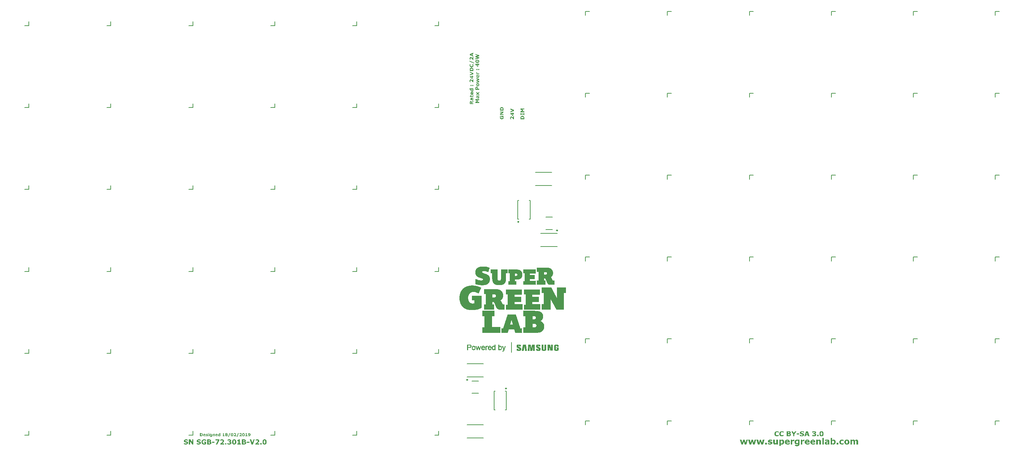
<source format=gto>
%FSLAX25Y25*%
%MOIN*%
G70*
G01*
G75*
%ADD10R,0.04724X0.13386*%
%ADD11R,0.06693X0.07874*%
%ADD12R,0.05315X0.01772*%
%ADD13R,0.01378X0.02165*%
%ADD14R,0.11024X0.04921*%
%ADD15R,0.09252X0.20079*%
%ADD16R,0.06693X0.09843*%
%ADD17R,0.03543X0.02362*%
%ADD18R,0.07087X0.03543*%
%ADD19R,0.07087X0.15354*%
%ADD20R,0.05118X0.21654*%
%ADD21R,0.02362X0.03543*%
%ADD22C,0.00591*%
%ADD23C,0.01772*%
%ADD24C,0.15748*%
%ADD25O,0.15748X0.29134*%
%ADD26C,0.00984*%
%ADD27C,0.00787*%
%ADD28C,0.00100*%
G36*
X-248862Y-212598D02*
X-250218D01*
X-251938Y-207889D01*
X-250670D01*
X-249525Y-211213D01*
X-248381Y-207889D01*
X-247134D01*
X-248862Y-212598D01*
D02*
G37*
G36*
X-285786Y-210958D02*
X-288199D01*
Y-210047D01*
X-285786D01*
Y-210958D01*
D02*
G37*
G36*
X-240697Y-212598D02*
X-241878D01*
Y-211352D01*
X-240697D01*
Y-212598D01*
D02*
G37*
G36*
X-271534Y-207802D02*
X-271432D01*
X-271308Y-207816D01*
X-271177Y-207831D01*
X-271045Y-207845D01*
X-270914Y-207874D01*
X-270899D01*
X-270856Y-207889D01*
X-270797Y-207904D01*
X-270717Y-207933D01*
X-270630Y-207962D01*
X-270535Y-207991D01*
X-270447Y-208035D01*
X-270360Y-208079D01*
X-270345Y-208086D01*
X-270316Y-208108D01*
X-270272Y-208144D01*
X-270214Y-208188D01*
X-270149Y-208239D01*
X-270083Y-208305D01*
X-270025Y-208378D01*
X-269974Y-208458D01*
X-269966Y-208465D01*
X-269952Y-208494D01*
X-269930Y-208545D01*
X-269908Y-208604D01*
X-269886Y-208676D01*
X-269864Y-208771D01*
X-269850Y-208866D01*
X-269842Y-208975D01*
Y-208983D01*
Y-208990D01*
Y-209012D01*
Y-209041D01*
X-269857Y-209114D01*
X-269871Y-209209D01*
X-269901Y-209318D01*
X-269944Y-209435D01*
X-270010Y-209551D01*
X-270090Y-209675D01*
X-270097Y-209690D01*
X-270134Y-209726D01*
X-270185Y-209777D01*
X-270258Y-209836D01*
X-270353Y-209901D01*
X-270462Y-209967D01*
X-270586Y-210025D01*
X-270732Y-210062D01*
Y-210113D01*
X-270725D01*
X-270703Y-210120D01*
X-270673D01*
X-270630Y-210134D01*
X-270579Y-210142D01*
X-270520Y-210156D01*
X-270389Y-210200D01*
X-270382D01*
X-270360Y-210215D01*
X-270323Y-210229D01*
X-270280Y-210251D01*
X-270170Y-210309D01*
X-270061Y-210390D01*
X-270054Y-210397D01*
X-270032Y-210411D01*
X-270010Y-210441D01*
X-269974Y-210477D01*
X-269930Y-210521D01*
X-269893Y-210579D01*
X-269813Y-210703D01*
X-269806Y-210710D01*
X-269799Y-210732D01*
X-269784Y-210776D01*
X-269762Y-210827D01*
X-269748Y-210893D01*
X-269733Y-210973D01*
X-269726Y-211068D01*
X-269718Y-211170D01*
Y-211184D01*
Y-211228D01*
X-269726Y-211294D01*
X-269733Y-211374D01*
X-269755Y-211469D01*
X-269777Y-211578D01*
X-269813Y-211687D01*
X-269857Y-211796D01*
X-269864Y-211811D01*
X-269879Y-211840D01*
X-269915Y-211899D01*
X-269959Y-211964D01*
X-270010Y-212037D01*
X-270083Y-212125D01*
X-270163Y-212205D01*
X-270258Y-212285D01*
X-270272Y-212292D01*
X-270302Y-212314D01*
X-270360Y-212351D01*
X-270433Y-212394D01*
X-270528Y-212445D01*
X-270630Y-212496D01*
X-270754Y-212547D01*
X-270885Y-212591D01*
X-270892D01*
X-270899Y-212598D01*
X-270921D01*
X-270951Y-212606D01*
X-271023Y-212620D01*
X-271125Y-212642D01*
X-271257Y-212664D01*
X-271402Y-212679D01*
X-271570Y-212686D01*
X-271752Y-212693D01*
X-271898D01*
X-271956Y-212686D01*
X-272095Y-212679D01*
X-272255Y-212671D01*
X-272423Y-212649D01*
X-272591Y-212628D01*
X-272758Y-212598D01*
X-272766D01*
X-272773Y-212591D01*
X-272795D01*
X-272824Y-212584D01*
X-272904Y-212562D01*
X-272999Y-212540D01*
X-273108Y-212511D01*
X-273218Y-212482D01*
X-273334Y-212438D01*
X-273436Y-212402D01*
Y-211359D01*
X-273320D01*
X-273305Y-211366D01*
X-273269Y-211388D01*
X-273210Y-211418D01*
X-273130Y-211461D01*
X-273035Y-211505D01*
X-272926Y-211556D01*
X-272802Y-211600D01*
X-272664Y-211651D01*
X-272656D01*
X-272649Y-211658D01*
X-272627D01*
X-272598Y-211665D01*
X-272525Y-211687D01*
X-272438Y-211709D01*
X-272328Y-211731D01*
X-272212Y-211746D01*
X-272088Y-211760D01*
X-271971Y-211767D01*
X-271905D01*
X-271854Y-211760D01*
X-271796D01*
X-271730Y-211753D01*
X-271577Y-211738D01*
X-271570D01*
X-271541Y-211731D01*
X-271497Y-211724D01*
X-271446Y-211709D01*
X-271329Y-211673D01*
X-271213Y-211607D01*
X-271206Y-211600D01*
X-271191Y-211592D01*
X-271147Y-211556D01*
X-271082Y-211490D01*
X-271023Y-211418D01*
Y-211410D01*
X-271009Y-211396D01*
X-271002Y-211374D01*
X-270987Y-211337D01*
X-270972Y-211286D01*
X-270965Y-211235D01*
X-270951Y-211170D01*
Y-211089D01*
Y-211082D01*
Y-211053D01*
X-270958Y-211017D01*
X-270965Y-210973D01*
X-270994Y-210871D01*
X-271016Y-210820D01*
X-271053Y-210776D01*
X-271060Y-210769D01*
X-271067Y-210754D01*
X-271089Y-210739D01*
X-271118Y-210710D01*
X-271198Y-210659D01*
X-271300Y-210615D01*
X-271308D01*
X-271329Y-210608D01*
X-271359Y-210601D01*
X-271402Y-210586D01*
X-271461Y-210579D01*
X-271519Y-210572D01*
X-271592Y-210564D01*
X-271672Y-210557D01*
X-271752D01*
X-271803Y-210550D01*
X-272336D01*
Y-209712D01*
X-271920D01*
X-271847Y-209704D01*
X-271774D01*
X-271628Y-209697D01*
X-271599D01*
X-271563Y-209690D01*
X-271519Y-209682D01*
X-271410Y-209661D01*
X-271308Y-209624D01*
X-271300D01*
X-271286Y-209617D01*
X-271257Y-209602D01*
X-271228Y-209580D01*
X-271162Y-209537D01*
X-271096Y-209471D01*
Y-209464D01*
X-271082Y-209449D01*
X-271074Y-209427D01*
X-271060Y-209398D01*
X-271045Y-209354D01*
X-271038Y-209303D01*
X-271023Y-209245D01*
Y-209179D01*
Y-209172D01*
Y-209157D01*
Y-209128D01*
X-271031Y-209099D01*
X-271053Y-209026D01*
X-271096Y-208953D01*
Y-208946D01*
X-271111Y-208939D01*
X-271147Y-208902D01*
X-271206Y-208859D01*
X-271286Y-208815D01*
X-271293D01*
X-271308Y-208808D01*
X-271337Y-208800D01*
X-271366Y-208786D01*
X-271410Y-208771D01*
X-271461Y-208764D01*
X-271577Y-208742D01*
X-271585D01*
X-271607Y-208735D01*
X-271636D01*
X-271672Y-208727D01*
X-271767Y-208720D01*
X-271913D01*
X-271971Y-208727D01*
X-272051Y-208735D01*
X-272153Y-208742D01*
X-272263Y-208764D01*
X-272379Y-208786D01*
X-272511Y-208822D01*
X-272518D01*
X-272525Y-208829D01*
X-272569Y-208844D01*
X-272635Y-208866D01*
X-272722Y-208895D01*
X-272831Y-208939D01*
X-272941Y-208990D01*
X-273057Y-209048D01*
X-273181Y-209114D01*
X-273298D01*
Y-208093D01*
X-273283Y-208086D01*
X-273254Y-208079D01*
X-273196Y-208057D01*
X-273116Y-208028D01*
X-273013Y-207998D01*
X-272897Y-207969D01*
X-272758Y-207933D01*
X-272598Y-207896D01*
X-272591D01*
X-272576Y-207889D01*
X-272554D01*
X-272518Y-207882D01*
X-272481Y-207874D01*
X-272430Y-207867D01*
X-272321Y-207845D01*
X-272182Y-207823D01*
X-272029Y-207809D01*
X-271862Y-207802D01*
X-271694Y-207794D01*
X-271621D01*
X-271534Y-207802D01*
D02*
G37*
G36*
X-295649D02*
X-295532D01*
X-295394Y-207816D01*
X-295248Y-207831D01*
X-295095Y-207853D01*
X-294935Y-207882D01*
X-294927D01*
X-294913Y-207889D01*
X-294891D01*
X-294862Y-207896D01*
X-294818Y-207911D01*
X-294774Y-207926D01*
X-294657Y-207955D01*
X-294519Y-207998D01*
X-294359Y-208057D01*
X-294184Y-208130D01*
X-293994Y-208217D01*
Y-209318D01*
X-294140D01*
X-294147Y-209303D01*
X-294169Y-209289D01*
X-294198Y-209267D01*
X-294235Y-209245D01*
X-294279Y-209216D01*
X-294337Y-209179D01*
X-294395Y-209136D01*
X-294402Y-209128D01*
X-294424Y-209114D01*
X-294453Y-209092D01*
X-294497Y-209063D01*
X-294548Y-209026D01*
X-294606Y-208997D01*
X-294723Y-208924D01*
X-294730Y-208917D01*
X-294752Y-208910D01*
X-294796Y-208888D01*
X-294847Y-208866D01*
X-294905Y-208837D01*
X-294978Y-208808D01*
X-295066Y-208779D01*
X-295153Y-208749D01*
X-295161D01*
X-295197Y-208735D01*
X-295241Y-208727D01*
X-295306Y-208713D01*
X-295387Y-208698D01*
X-295474Y-208691D01*
X-295569Y-208676D01*
X-295722D01*
X-295788Y-208684D01*
X-295860Y-208691D01*
X-295955Y-208698D01*
X-296050Y-208713D01*
X-296152Y-208742D01*
X-296254Y-208771D01*
X-296269Y-208779D01*
X-296298Y-208786D01*
X-296349Y-208815D01*
X-296414Y-208844D01*
X-296487Y-208880D01*
X-296568Y-208932D01*
X-296648Y-208990D01*
X-296728Y-209063D01*
X-296735Y-209070D01*
X-296757Y-209099D01*
X-296794Y-209136D01*
X-296837Y-209194D01*
X-296888Y-209267D01*
X-296939Y-209347D01*
X-296998Y-209442D01*
X-297041Y-209551D01*
X-297049Y-209566D01*
X-297056Y-209602D01*
X-297078Y-209661D01*
X-297092Y-209741D01*
X-297114Y-209843D01*
X-297136Y-209960D01*
X-297143Y-210083D01*
X-297151Y-210222D01*
Y-210229D01*
Y-210258D01*
Y-210295D01*
X-297143Y-210353D01*
X-297136Y-210419D01*
X-297129Y-210492D01*
X-297114Y-210572D01*
X-297100Y-210667D01*
X-297049Y-210856D01*
X-296976Y-211053D01*
X-296932Y-211155D01*
X-296874Y-211250D01*
X-296815Y-211337D01*
X-296743Y-211418D01*
X-296735Y-211425D01*
X-296721Y-211432D01*
X-296699Y-211454D01*
X-296662Y-211483D01*
X-296619Y-211512D01*
X-296568Y-211549D01*
X-296502Y-211585D01*
X-296436Y-211622D01*
X-296349Y-211658D01*
X-296261Y-211695D01*
X-296159Y-211731D01*
X-296050Y-211760D01*
X-295933Y-211789D01*
X-295802Y-211811D01*
X-295664Y-211818D01*
X-295518Y-211826D01*
X-295263D01*
X-295204Y-211818D01*
Y-210893D01*
X-296145D01*
Y-210003D01*
X-293972D01*
Y-212329D01*
X-293987Y-212336D01*
X-294031Y-212351D01*
X-294104Y-212372D01*
X-294198Y-212409D01*
X-294322Y-212445D01*
X-294461Y-212482D01*
X-294628Y-212533D01*
X-294818Y-212577D01*
X-294825D01*
X-294840Y-212584D01*
X-294869D01*
X-294905Y-212591D01*
X-294956Y-212606D01*
X-295007Y-212613D01*
X-295073Y-212620D01*
X-295139Y-212635D01*
X-295299Y-212657D01*
X-295474Y-212671D01*
X-295656Y-212686D01*
X-295853Y-212693D01*
X-295904D01*
X-295970Y-212686D01*
X-296050D01*
X-296152Y-212671D01*
X-296269Y-212657D01*
X-296400Y-212642D01*
X-296538Y-212613D01*
X-296684Y-212577D01*
X-296837Y-212533D01*
X-296998Y-212482D01*
X-297151Y-212416D01*
X-297311Y-212343D01*
X-297457Y-212256D01*
X-297603Y-212161D01*
X-297734Y-212044D01*
X-297741Y-212037D01*
X-297763Y-212015D01*
X-297799Y-211979D01*
X-297836Y-211920D01*
X-297894Y-211855D01*
X-297945Y-211775D01*
X-298011Y-211680D01*
X-298069Y-211571D01*
X-298135Y-211447D01*
X-298200Y-211315D01*
X-298252Y-211170D01*
X-298303Y-211002D01*
X-298346Y-210834D01*
X-298383Y-210645D01*
X-298405Y-210448D01*
X-298412Y-210237D01*
Y-210222D01*
Y-210185D01*
X-298405Y-210134D01*
X-298397Y-210054D01*
X-298390Y-209960D01*
X-298375Y-209857D01*
X-298354Y-209734D01*
X-298324Y-209602D01*
X-298288Y-209471D01*
X-298244Y-209325D01*
X-298186Y-209179D01*
X-298120Y-209034D01*
X-298047Y-208880D01*
X-297953Y-208742D01*
X-297851Y-208604D01*
X-297727Y-208472D01*
X-297719Y-208465D01*
X-297697Y-208443D01*
X-297654Y-208407D01*
X-297603Y-208363D01*
X-297530Y-208312D01*
X-297442Y-208261D01*
X-297348Y-208195D01*
X-297231Y-208130D01*
X-297100Y-208071D01*
X-296961Y-208006D01*
X-296801Y-207955D01*
X-296633Y-207896D01*
X-296451Y-207860D01*
X-296247Y-207823D01*
X-296043Y-207802D01*
X-295817Y-207794D01*
X-295693D01*
X-295649Y-207802D01*
D02*
G37*
G36*
X-313014D02*
X-312897Y-207809D01*
X-312759Y-207816D01*
X-312606Y-207831D01*
X-312438Y-207860D01*
X-312270Y-207889D01*
X-312263D01*
X-312248Y-207896D01*
X-312226D01*
X-312190Y-207904D01*
X-312154Y-207911D01*
X-312110Y-207926D01*
X-312000Y-207947D01*
X-311877Y-207984D01*
X-311738Y-208020D01*
X-311607Y-208064D01*
X-311476Y-208115D01*
Y-209194D01*
X-311607D01*
X-311621Y-209187D01*
X-311658Y-209157D01*
X-311716Y-209114D01*
X-311804Y-209063D01*
X-311906Y-209004D01*
X-312022Y-208939D01*
X-312154Y-208873D01*
X-312307Y-208815D01*
X-312314D01*
X-312329Y-208808D01*
X-312350Y-208800D01*
X-312380Y-208793D01*
X-312416Y-208779D01*
X-312460Y-208764D01*
X-312569Y-208735D01*
X-312693Y-208713D01*
X-312839Y-208684D01*
X-312992Y-208669D01*
X-313152Y-208662D01*
X-313247D01*
X-313349Y-208669D01*
X-313458Y-208684D01*
X-313466D01*
X-313480Y-208691D01*
X-313509D01*
X-313546Y-208698D01*
X-313641Y-208727D01*
X-313743Y-208764D01*
X-313750D01*
X-313765Y-208771D01*
X-313787Y-208786D01*
X-313816Y-208800D01*
X-313881Y-208844D01*
X-313954Y-208910D01*
Y-208917D01*
X-313969Y-208924D01*
X-313983Y-208946D01*
X-313998Y-208975D01*
X-314027Y-209041D01*
X-314034Y-209085D01*
X-314042Y-209128D01*
Y-209136D01*
Y-209157D01*
X-314034Y-209194D01*
X-314027Y-209238D01*
X-314005Y-209281D01*
X-313983Y-209332D01*
X-313947Y-209376D01*
X-313903Y-209420D01*
X-313896Y-209427D01*
X-313874Y-209435D01*
X-313838Y-209456D01*
X-313779Y-209478D01*
X-313706Y-209507D01*
X-313612Y-209537D01*
X-313502Y-209566D01*
X-313364Y-209595D01*
X-313349D01*
X-313320Y-209602D01*
X-313269Y-209617D01*
X-313203Y-209631D01*
X-313130Y-209646D01*
X-313043Y-209668D01*
X-312868Y-209704D01*
X-312853D01*
X-312824Y-209712D01*
X-312780Y-209726D01*
X-312715Y-209741D01*
X-312635Y-209763D01*
X-312547Y-209785D01*
X-312452Y-209814D01*
X-312350Y-209843D01*
X-312343D01*
X-312329Y-209850D01*
X-312299Y-209857D01*
X-312263Y-209872D01*
X-312219Y-209894D01*
X-312161Y-209916D01*
X-312044Y-209967D01*
X-311913Y-210040D01*
X-311782Y-210120D01*
X-311658Y-210215D01*
X-311548Y-210324D01*
X-311534Y-210338D01*
X-311505Y-210382D01*
X-311468Y-210448D01*
X-311417Y-210535D01*
X-311366Y-210652D01*
X-311330Y-210790D01*
X-311301Y-210944D01*
X-311286Y-211119D01*
Y-211126D01*
Y-211148D01*
X-311293Y-211184D01*
Y-211235D01*
X-311301Y-211294D01*
X-311315Y-211366D01*
X-311337Y-211439D01*
X-311359Y-211520D01*
X-311395Y-211614D01*
X-311432Y-211702D01*
X-311483Y-211796D01*
X-311541Y-211891D01*
X-311607Y-211986D01*
X-311687Y-212081D01*
X-311782Y-212168D01*
X-311884Y-212256D01*
X-311891Y-212263D01*
X-311913Y-212278D01*
X-311942Y-212292D01*
X-311993Y-212321D01*
X-312052Y-212358D01*
X-312124Y-212394D01*
X-312212Y-212431D01*
X-312307Y-212467D01*
X-312416Y-212511D01*
X-312533Y-212547D01*
X-312664Y-212584D01*
X-312810Y-212620D01*
X-312963Y-212649D01*
X-313130Y-212664D01*
X-313305Y-212679D01*
X-313488Y-212686D01*
X-313633D01*
X-313692Y-212679D01*
X-313830Y-212671D01*
X-313991Y-212664D01*
X-314166Y-212642D01*
X-314340Y-212620D01*
X-314508Y-212584D01*
X-314515D01*
X-314530Y-212577D01*
X-314552D01*
X-314581Y-212562D01*
X-314661Y-212540D01*
X-314771Y-212511D01*
X-314895Y-212474D01*
X-315033Y-212431D01*
X-315317Y-212329D01*
Y-211192D01*
X-315179D01*
X-315172Y-211206D01*
X-315150Y-211221D01*
X-315121Y-211243D01*
X-315040Y-211294D01*
X-314938Y-211366D01*
X-314814Y-211439D01*
X-314669Y-211520D01*
X-314508Y-211592D01*
X-314340Y-211658D01*
X-314333D01*
X-314319Y-211665D01*
X-314297Y-211673D01*
X-314260Y-211680D01*
X-314217Y-211695D01*
X-314173Y-211709D01*
X-314056Y-211738D01*
X-313918Y-211767D01*
X-313765Y-211796D01*
X-313604Y-211811D01*
X-313444Y-211818D01*
X-313364D01*
X-313327Y-211811D01*
X-313218D01*
X-313152Y-211804D01*
X-313145D01*
X-313123Y-211796D01*
X-313087D01*
X-313043Y-211789D01*
X-312948Y-211767D01*
X-312853Y-211738D01*
X-312846D01*
X-312831Y-211731D01*
X-312802Y-211716D01*
X-312773Y-211695D01*
X-312700Y-211651D01*
X-312627Y-211592D01*
X-312620Y-211585D01*
X-312613Y-211578D01*
X-312598Y-211556D01*
X-312576Y-211527D01*
X-312562Y-211490D01*
X-312547Y-211447D01*
X-312540Y-211396D01*
X-312533Y-211337D01*
Y-211330D01*
Y-211308D01*
X-312540Y-211286D01*
X-312547Y-211250D01*
X-312569Y-211206D01*
X-312591Y-211162D01*
X-312627Y-211119D01*
X-312671Y-211075D01*
X-312678Y-211068D01*
X-312693Y-211053D01*
X-312722Y-211031D01*
X-312766Y-211009D01*
X-312824Y-210980D01*
X-312882Y-210951D01*
X-312963Y-210922D01*
X-313050Y-210900D01*
X-313065D01*
X-313094Y-210885D01*
X-313152Y-210878D01*
X-313225Y-210863D01*
X-313305Y-210841D01*
X-313400Y-210820D01*
X-313509Y-210805D01*
X-313619Y-210783D01*
X-313633D01*
X-313670Y-210776D01*
X-313728Y-210761D01*
X-313794Y-210739D01*
X-313881Y-210725D01*
X-313976Y-210696D01*
X-314173Y-210637D01*
X-314180D01*
X-314202Y-210630D01*
X-314231Y-210615D01*
X-314268Y-210601D01*
X-314319Y-210586D01*
X-314377Y-210557D01*
X-314501Y-210499D01*
X-314647Y-210426D01*
X-314785Y-210338D01*
X-314924Y-210237D01*
X-314982Y-210178D01*
X-315033Y-210120D01*
Y-210113D01*
X-315040Y-210105D01*
X-315055Y-210083D01*
X-315070Y-210062D01*
X-315113Y-209989D01*
X-315157Y-209887D01*
X-315208Y-209770D01*
X-315245Y-209624D01*
X-315274Y-209464D01*
X-315288Y-209289D01*
Y-209281D01*
Y-209260D01*
X-315281Y-209223D01*
Y-209179D01*
X-315274Y-209121D01*
X-315259Y-209055D01*
X-315237Y-208990D01*
X-315215Y-208910D01*
X-315186Y-208822D01*
X-315142Y-208742D01*
X-315099Y-208647D01*
X-315040Y-208560D01*
X-314975Y-208472D01*
X-314895Y-208385D01*
X-314807Y-208297D01*
X-314705Y-208217D01*
X-314698Y-208210D01*
X-314676Y-208195D01*
X-314647Y-208181D01*
X-314596Y-208152D01*
X-314537Y-208122D01*
X-314472Y-208086D01*
X-314384Y-208042D01*
X-314289Y-208006D01*
X-314187Y-207969D01*
X-314071Y-207926D01*
X-313947Y-207889D01*
X-313816Y-207860D01*
X-313670Y-207831D01*
X-313517Y-207809D01*
X-313349Y-207802D01*
X-313181Y-207794D01*
X-313057D01*
X-313014Y-207802D01*
D02*
G37*
G36*
X-252361Y-210958D02*
X-254774D01*
Y-210047D01*
X-252361D01*
Y-210958D01*
D02*
G37*
G36*
X-306161Y-212598D02*
X-307335D01*
X-309340Y-209369D01*
Y-212598D01*
X-310455D01*
Y-207889D01*
X-309004D01*
X-307277Y-210594D01*
Y-207889D01*
X-306161D01*
Y-212598D01*
D02*
G37*
G36*
X-281251Y-208829D02*
X-283380Y-212598D01*
X-284736D01*
X-282534Y-208793D01*
X-284940D01*
Y-207889D01*
X-281251D01*
Y-208829D01*
D02*
G37*
G36*
X-278437Y-207802D02*
X-278364Y-207809D01*
X-278277Y-207816D01*
X-278182Y-207823D01*
X-278080Y-207838D01*
X-277861Y-207882D01*
X-277635Y-207947D01*
X-277526Y-207991D01*
X-277417Y-208042D01*
X-277322Y-208101D01*
X-277227Y-208166D01*
X-277220Y-208173D01*
X-277205Y-208181D01*
X-277183Y-208203D01*
X-277154Y-208232D01*
X-277118Y-208276D01*
X-277081Y-208319D01*
X-277038Y-208378D01*
X-276994Y-208436D01*
X-276950Y-208509D01*
X-276906Y-208589D01*
X-276870Y-208676D01*
X-276834Y-208771D01*
X-276804Y-208873D01*
X-276782Y-208983D01*
X-276768Y-209099D01*
X-276761Y-209223D01*
Y-209230D01*
Y-209245D01*
Y-209267D01*
Y-209296D01*
X-276768Y-209340D01*
X-276775Y-209384D01*
X-276790Y-209493D01*
X-276819Y-209624D01*
X-276855Y-209770D01*
X-276914Y-209916D01*
X-276987Y-210069D01*
Y-210076D01*
X-276994Y-210083D01*
X-277008Y-210105D01*
X-277030Y-210134D01*
X-277081Y-210215D01*
X-277154Y-210324D01*
X-277256Y-210448D01*
X-277373Y-210586D01*
X-277512Y-210739D01*
X-277672Y-210900D01*
X-277686Y-210914D01*
X-277723Y-210944D01*
X-277774Y-210995D01*
X-277847Y-211060D01*
X-277934Y-211133D01*
X-278036Y-211213D01*
X-278248Y-211388D01*
X-278262Y-211396D01*
X-278292Y-211425D01*
X-278350Y-211461D01*
X-278408Y-211505D01*
X-278547Y-211607D01*
X-278612Y-211658D01*
X-278663Y-211695D01*
X-276542D01*
Y-212598D01*
X-280245D01*
Y-211818D01*
X-280238Y-211811D01*
X-280223Y-211804D01*
X-280202Y-211789D01*
X-280172Y-211767D01*
X-280136Y-211738D01*
X-280092Y-211702D01*
X-279983Y-211622D01*
X-279852Y-211527D01*
X-279713Y-211418D01*
X-279560Y-211294D01*
X-279400Y-211170D01*
X-279392Y-211162D01*
X-279378Y-211155D01*
X-279356Y-211133D01*
X-279327Y-211111D01*
X-279246Y-211046D01*
X-279152Y-210965D01*
X-279042Y-210871D01*
X-278926Y-210776D01*
X-278816Y-210674D01*
X-278714Y-210572D01*
X-278707Y-210564D01*
X-278700Y-210557D01*
X-278678Y-210535D01*
X-278649Y-210506D01*
X-278583Y-210441D01*
X-278503Y-210353D01*
X-278415Y-210251D01*
X-278328Y-210142D01*
X-278240Y-210032D01*
X-278175Y-209930D01*
X-278168Y-209916D01*
X-278146Y-209879D01*
X-278124Y-209828D01*
X-278087Y-209755D01*
X-278058Y-209675D01*
X-278036Y-209580D01*
X-278014Y-209486D01*
X-278007Y-209384D01*
Y-209376D01*
Y-209369D01*
Y-209332D01*
X-278014Y-209274D01*
X-278036Y-209201D01*
X-278058Y-209121D01*
X-278095Y-209041D01*
X-278146Y-208961D01*
X-278219Y-208888D01*
X-278226Y-208880D01*
X-278255Y-208859D01*
X-278306Y-208829D01*
X-278372Y-208793D01*
X-278452Y-208764D01*
X-278554Y-208735D01*
X-278678Y-208713D01*
X-278816Y-208706D01*
X-278867D01*
X-278926Y-208713D01*
X-278999Y-208720D01*
X-279093Y-208735D01*
X-279195Y-208757D01*
X-279312Y-208786D01*
X-279429Y-208829D01*
X-279443Y-208837D01*
X-279480Y-208851D01*
X-279545Y-208880D01*
X-279626Y-208917D01*
X-279713Y-208961D01*
X-279815Y-209012D01*
X-280027Y-209136D01*
X-280121D01*
Y-208093D01*
X-280114Y-208086D01*
X-280078Y-208079D01*
X-280027Y-208057D01*
X-279954Y-208028D01*
X-279866Y-207998D01*
X-279749Y-207969D01*
X-279618Y-207933D01*
X-279465Y-207896D01*
X-279458D01*
X-279443Y-207889D01*
X-279421D01*
X-279385Y-207882D01*
X-279348Y-207874D01*
X-279305Y-207867D01*
X-279188Y-207845D01*
X-279057Y-207823D01*
X-278904Y-207809D01*
X-278744Y-207802D01*
X-278583Y-207794D01*
X-278496D01*
X-278437Y-207802D01*
D02*
G37*
G36*
X-237672D02*
X-237621D01*
X-237497Y-207816D01*
X-237351Y-207831D01*
X-237198Y-207860D01*
X-237052Y-207904D01*
X-236906Y-207955D01*
X-236899D01*
X-236892Y-207962D01*
X-236848Y-207984D01*
X-236775Y-208020D01*
X-236695Y-208071D01*
X-236600Y-208144D01*
X-236498Y-208224D01*
X-236403Y-208319D01*
X-236308Y-208436D01*
X-236301Y-208450D01*
X-236272Y-208494D01*
X-236228Y-208560D01*
X-236177Y-208647D01*
X-236126Y-208757D01*
X-236068Y-208888D01*
X-236017Y-209034D01*
X-235973Y-209201D01*
Y-209209D01*
X-235966Y-209223D01*
Y-209245D01*
X-235959Y-209281D01*
X-235944Y-209325D01*
X-235937Y-209376D01*
X-235929Y-209435D01*
X-235915Y-209500D01*
X-235900Y-209653D01*
X-235878Y-209828D01*
X-235871Y-210032D01*
X-235864Y-210244D01*
Y-210251D01*
Y-210273D01*
Y-210302D01*
Y-210346D01*
Y-210397D01*
X-235871Y-210455D01*
Y-210528D01*
X-235878Y-210601D01*
X-235893Y-210769D01*
X-235907Y-210944D01*
X-235937Y-211126D01*
X-235973Y-211308D01*
Y-211315D01*
X-235980Y-211330D01*
X-235988Y-211352D01*
X-235995Y-211388D01*
X-236017Y-211469D01*
X-236053Y-211578D01*
X-236104Y-211702D01*
X-236163Y-211833D01*
X-236228Y-211957D01*
X-236308Y-212081D01*
X-236316Y-212095D01*
X-236352Y-212132D01*
X-236403Y-212183D01*
X-236469Y-212256D01*
X-236556Y-212329D01*
X-236658Y-212402D01*
X-236782Y-212474D01*
X-236913Y-212540D01*
X-236921D01*
X-236928Y-212547D01*
X-236950Y-212555D01*
X-236979Y-212562D01*
X-237016Y-212577D01*
X-237059Y-212591D01*
X-237161Y-212613D01*
X-237293Y-212642D01*
X-237446Y-212671D01*
X-237621Y-212686D01*
X-237810Y-212693D01*
X-237898D01*
X-237941Y-212686D01*
X-238000D01*
X-238124Y-212671D01*
X-238262Y-212657D01*
X-238415Y-212628D01*
X-238568Y-212591D01*
X-238714Y-212540D01*
X-238721D01*
X-238729Y-212533D01*
X-238772Y-212511D01*
X-238845Y-212474D01*
X-238926Y-212423D01*
X-239028Y-212358D01*
X-239122Y-212278D01*
X-239224Y-212183D01*
X-239319Y-212073D01*
Y-212066D01*
X-239326Y-212059D01*
X-239356Y-212015D01*
X-239399Y-211950D01*
X-239450Y-211862D01*
X-239501Y-211746D01*
X-239560Y-211614D01*
X-239611Y-211469D01*
X-239654Y-211301D01*
Y-211294D01*
X-239662Y-211279D01*
Y-211257D01*
X-239669Y-211221D01*
X-239676Y-211177D01*
X-239684Y-211126D01*
X-239698Y-211060D01*
X-239705Y-210995D01*
X-239727Y-210841D01*
X-239742Y-210659D01*
X-239749Y-210462D01*
X-239757Y-210244D01*
Y-210237D01*
Y-210215D01*
Y-210185D01*
Y-210142D01*
Y-210091D01*
X-239749Y-210025D01*
Y-209960D01*
X-239742Y-209879D01*
X-239735Y-209712D01*
X-239713Y-209537D01*
X-239691Y-209354D01*
X-239654Y-209179D01*
Y-209172D01*
X-239647Y-209157D01*
X-239640Y-209136D01*
X-239633Y-209106D01*
X-239611Y-209019D01*
X-239567Y-208917D01*
X-239523Y-208793D01*
X-239465Y-208669D01*
X-239392Y-208538D01*
X-239312Y-208414D01*
X-239297Y-208399D01*
X-239268Y-208363D01*
X-239217Y-208312D01*
X-239152Y-208239D01*
X-239064Y-208166D01*
X-238955Y-208093D01*
X-238838Y-208020D01*
X-238707Y-207955D01*
X-238700D01*
X-238692Y-207947D01*
X-238670Y-207940D01*
X-238641Y-207933D01*
X-238605Y-207918D01*
X-238561Y-207904D01*
X-238452Y-207874D01*
X-238328Y-207845D01*
X-238175Y-207816D01*
X-238000Y-207802D01*
X-237810Y-207794D01*
X-237723D01*
X-237672Y-207802D01*
D02*
G37*
G36*
X-290743Y-207896D02*
X-290604D01*
X-290466Y-207904D01*
X-290335Y-207918D01*
X-290276Y-207926D01*
X-290225Y-207933D01*
X-290211D01*
X-290181Y-207940D01*
X-290130Y-207947D01*
X-290057Y-207969D01*
X-289985Y-207991D01*
X-289890Y-208020D01*
X-289795Y-208057D01*
X-289700Y-208101D01*
X-289686Y-208108D01*
X-289657Y-208122D01*
X-289613Y-208152D01*
X-289555Y-208195D01*
X-289489Y-208246D01*
X-289423Y-208312D01*
X-289358Y-208385D01*
X-289307Y-208465D01*
X-289299Y-208472D01*
X-289285Y-208502D01*
X-289263Y-208553D01*
X-289234Y-208618D01*
X-289212Y-208691D01*
X-289190Y-208779D01*
X-289176Y-208880D01*
X-289168Y-208990D01*
Y-209004D01*
Y-209048D01*
X-289176Y-209106D01*
X-289190Y-209187D01*
X-289212Y-209281D01*
X-289248Y-209384D01*
X-289292Y-209486D01*
X-289350Y-209588D01*
X-289358Y-209602D01*
X-289387Y-209631D01*
X-289423Y-209675D01*
X-289482Y-209734D01*
X-289555Y-209799D01*
X-289642Y-209872D01*
X-289744Y-209938D01*
X-289861Y-209996D01*
Y-210025D01*
X-289853D01*
X-289839Y-210032D01*
X-289817D01*
X-289788Y-210040D01*
X-289700Y-210069D01*
X-289598Y-210105D01*
X-289482Y-210156D01*
X-289358Y-210222D01*
X-289241Y-210302D01*
X-289132Y-210404D01*
X-289117Y-210419D01*
X-289088Y-210455D01*
X-289044Y-210521D01*
X-288993Y-210608D01*
X-288942Y-210710D01*
X-288898Y-210841D01*
X-288869Y-210995D01*
X-288855Y-211162D01*
Y-211170D01*
Y-211177D01*
Y-211221D01*
X-288862Y-211286D01*
X-288869Y-211366D01*
X-288891Y-211461D01*
X-288913Y-211563D01*
X-288949Y-211673D01*
X-288993Y-211775D01*
X-289001Y-211789D01*
X-289015Y-211818D01*
X-289052Y-211869D01*
X-289095Y-211928D01*
X-289146Y-212001D01*
X-289212Y-212073D01*
X-289285Y-212146D01*
X-289372Y-212219D01*
X-289387Y-212227D01*
X-289423Y-212256D01*
X-289474Y-212285D01*
X-289555Y-212329D01*
X-289642Y-212380D01*
X-289744Y-212431D01*
X-289861Y-212474D01*
X-289985Y-212511D01*
X-289999D01*
X-290021Y-212518D01*
X-290043Y-212526D01*
X-290116Y-212540D01*
X-290218Y-212555D01*
X-290342Y-212569D01*
X-290480Y-212584D01*
X-290648Y-212591D01*
X-290830Y-212598D01*
X-292886D01*
Y-207889D01*
X-290867D01*
X-290743Y-207896D01*
D02*
G37*
G36*
X-257318D02*
X-257180D01*
X-257041Y-207904D01*
X-256910Y-207918D01*
X-256852Y-207926D01*
X-256801Y-207933D01*
X-256786D01*
X-256757Y-207940D01*
X-256706Y-207947D01*
X-256633Y-207969D01*
X-256560Y-207991D01*
X-256465Y-208020D01*
X-256370Y-208057D01*
X-256276Y-208101D01*
X-256261Y-208108D01*
X-256232Y-208122D01*
X-256188Y-208152D01*
X-256130Y-208195D01*
X-256064Y-208246D01*
X-255999Y-208312D01*
X-255933Y-208385D01*
X-255882Y-208465D01*
X-255875Y-208472D01*
X-255860Y-208502D01*
X-255838Y-208553D01*
X-255809Y-208618D01*
X-255787Y-208691D01*
X-255765Y-208779D01*
X-255751Y-208880D01*
X-255744Y-208990D01*
Y-209004D01*
Y-209048D01*
X-255751Y-209106D01*
X-255765Y-209187D01*
X-255787Y-209281D01*
X-255824Y-209384D01*
X-255868Y-209486D01*
X-255926Y-209588D01*
X-255933Y-209602D01*
X-255962Y-209631D01*
X-255999Y-209675D01*
X-256057Y-209734D01*
X-256130Y-209799D01*
X-256217Y-209872D01*
X-256319Y-209938D01*
X-256436Y-209996D01*
Y-210025D01*
X-256429D01*
X-256414Y-210032D01*
X-256392D01*
X-256363Y-210040D01*
X-256276Y-210069D01*
X-256174Y-210105D01*
X-256057Y-210156D01*
X-255933Y-210222D01*
X-255816Y-210302D01*
X-255707Y-210404D01*
X-255693Y-210419D01*
X-255663Y-210455D01*
X-255620Y-210521D01*
X-255569Y-210608D01*
X-255518Y-210710D01*
X-255474Y-210841D01*
X-255445Y-210995D01*
X-255430Y-211162D01*
Y-211170D01*
Y-211177D01*
Y-211221D01*
X-255437Y-211286D01*
X-255445Y-211366D01*
X-255467Y-211461D01*
X-255488Y-211563D01*
X-255525Y-211673D01*
X-255569Y-211775D01*
X-255576Y-211789D01*
X-255590Y-211818D01*
X-255627Y-211869D01*
X-255671Y-211928D01*
X-255722Y-212001D01*
X-255787Y-212073D01*
X-255860Y-212146D01*
X-255948Y-212219D01*
X-255962Y-212227D01*
X-255999Y-212256D01*
X-256050Y-212285D01*
X-256130Y-212329D01*
X-256217Y-212380D01*
X-256319Y-212431D01*
X-256436Y-212474D01*
X-256560Y-212511D01*
X-256575D01*
X-256596Y-212518D01*
X-256618Y-212526D01*
X-256691Y-212540D01*
X-256793Y-212555D01*
X-256917Y-212569D01*
X-257056Y-212584D01*
X-257223Y-212591D01*
X-257406Y-212598D01*
X-259461D01*
Y-207889D01*
X-257442D01*
X-257318Y-207896D01*
D02*
G37*
G36*
X-244670Y-207802D02*
X-244597Y-207809D01*
X-244510Y-207816D01*
X-244415Y-207823D01*
X-244313Y-207838D01*
X-244094Y-207882D01*
X-243868Y-207947D01*
X-243759Y-207991D01*
X-243649Y-208042D01*
X-243555Y-208101D01*
X-243460Y-208166D01*
X-243453Y-208173D01*
X-243438Y-208181D01*
X-243416Y-208203D01*
X-243387Y-208232D01*
X-243351Y-208276D01*
X-243314Y-208319D01*
X-243270Y-208378D01*
X-243227Y-208436D01*
X-243183Y-208509D01*
X-243139Y-208589D01*
X-243103Y-208676D01*
X-243066Y-208771D01*
X-243037Y-208873D01*
X-243015Y-208983D01*
X-243001Y-209099D01*
X-242993Y-209223D01*
Y-209230D01*
Y-209245D01*
Y-209267D01*
Y-209296D01*
X-243001Y-209340D01*
X-243008Y-209384D01*
X-243022Y-209493D01*
X-243052Y-209624D01*
X-243088Y-209770D01*
X-243146Y-209916D01*
X-243219Y-210069D01*
Y-210076D01*
X-243227Y-210083D01*
X-243241Y-210105D01*
X-243263Y-210134D01*
X-243314Y-210215D01*
X-243387Y-210324D01*
X-243489Y-210448D01*
X-243606Y-210586D01*
X-243744Y-210739D01*
X-243905Y-210900D01*
X-243919Y-210914D01*
X-243956Y-210944D01*
X-244007Y-210995D01*
X-244079Y-211060D01*
X-244167Y-211133D01*
X-244269Y-211213D01*
X-244480Y-211388D01*
X-244495Y-211396D01*
X-244524Y-211425D01*
X-244583Y-211461D01*
X-244641Y-211505D01*
X-244779Y-211607D01*
X-244845Y-211658D01*
X-244896Y-211695D01*
X-242775D01*
Y-212598D01*
X-246478D01*
Y-211818D01*
X-246471Y-211811D01*
X-246456Y-211804D01*
X-246434Y-211789D01*
X-246405Y-211767D01*
X-246369Y-211738D01*
X-246325Y-211702D01*
X-246216Y-211622D01*
X-246084Y-211527D01*
X-245946Y-211418D01*
X-245793Y-211294D01*
X-245632Y-211170D01*
X-245625Y-211162D01*
X-245610Y-211155D01*
X-245588Y-211133D01*
X-245559Y-211111D01*
X-245479Y-211046D01*
X-245384Y-210965D01*
X-245275Y-210871D01*
X-245158Y-210776D01*
X-245049Y-210674D01*
X-244947Y-210572D01*
X-244940Y-210564D01*
X-244933Y-210557D01*
X-244911Y-210535D01*
X-244881Y-210506D01*
X-244816Y-210441D01*
X-244736Y-210353D01*
X-244648Y-210251D01*
X-244561Y-210142D01*
X-244473Y-210032D01*
X-244408Y-209930D01*
X-244400Y-209916D01*
X-244378Y-209879D01*
X-244356Y-209828D01*
X-244320Y-209755D01*
X-244291Y-209675D01*
X-244269Y-209580D01*
X-244247Y-209486D01*
X-244240Y-209384D01*
Y-209376D01*
Y-209369D01*
Y-209332D01*
X-244247Y-209274D01*
X-244269Y-209201D01*
X-244291Y-209121D01*
X-244327Y-209041D01*
X-244378Y-208961D01*
X-244451Y-208888D01*
X-244459Y-208880D01*
X-244488Y-208859D01*
X-244539Y-208829D01*
X-244604Y-208793D01*
X-244685Y-208764D01*
X-244787Y-208735D01*
X-244911Y-208713D01*
X-245049Y-208706D01*
X-245100D01*
X-245158Y-208713D01*
X-245231Y-208720D01*
X-245326Y-208735D01*
X-245428Y-208757D01*
X-245545Y-208786D01*
X-245661Y-208829D01*
X-245676Y-208837D01*
X-245712Y-208851D01*
X-245778Y-208880D01*
X-245858Y-208917D01*
X-245946Y-208961D01*
X-246048Y-209012D01*
X-246259Y-209136D01*
X-246354D01*
Y-208093D01*
X-246347Y-208086D01*
X-246310Y-208079D01*
X-246259Y-208057D01*
X-246186Y-208028D01*
X-246099Y-207998D01*
X-245982Y-207969D01*
X-245851Y-207933D01*
X-245698Y-207896D01*
X-245691D01*
X-245676Y-207889D01*
X-245654D01*
X-245618Y-207882D01*
X-245581Y-207874D01*
X-245537Y-207867D01*
X-245421Y-207845D01*
X-245290Y-207823D01*
X-245137Y-207809D01*
X-244976Y-207802D01*
X-244816Y-207794D01*
X-244728D01*
X-244670Y-207802D01*
D02*
G37*
G36*
X-274464Y-212598D02*
X-275645D01*
Y-211352D01*
X-274464D01*
Y-212598D01*
D02*
G37*
G36*
X-261648Y-211775D02*
X-260679D01*
Y-212598D01*
X-263821D01*
Y-211775D01*
X-262829D01*
Y-209281D01*
X-263821D01*
Y-208516D01*
X-263682D01*
X-263617Y-208509D01*
X-263544D01*
X-263391Y-208494D01*
X-263383D01*
X-263354Y-208487D01*
X-263318Y-208480D01*
X-263267Y-208472D01*
X-263150Y-208443D01*
X-263041Y-208399D01*
X-263034Y-208392D01*
X-263012Y-208385D01*
X-262983Y-208370D01*
X-262953Y-208341D01*
X-262873Y-208283D01*
X-262837Y-208239D01*
X-262800Y-208195D01*
X-262793Y-208188D01*
X-262786Y-208173D01*
X-262771Y-208144D01*
X-262756Y-208108D01*
X-262735Y-208064D01*
X-262720Y-208006D01*
X-262705Y-207947D01*
X-262698Y-207874D01*
X-261648D01*
Y-211775D01*
D02*
G37*
G36*
X-291025Y-204724D02*
X-291711D01*
Y-202596D01*
X-291025D01*
Y-204724D01*
D02*
G37*
G36*
X-276788Y-204231D02*
X-276207D01*
Y-204724D01*
X-278090D01*
Y-204231D01*
X-277496D01*
Y-202736D01*
X-278090D01*
Y-202277D01*
X-278007D01*
X-277968Y-202273D01*
X-277924D01*
X-277832Y-202264D01*
X-277828D01*
X-277811Y-202260D01*
X-277789Y-202255D01*
X-277758Y-202251D01*
X-277688Y-202234D01*
X-277623Y-202207D01*
X-277618Y-202203D01*
X-277605Y-202199D01*
X-277588Y-202190D01*
X-277570Y-202172D01*
X-277522Y-202137D01*
X-277500Y-202111D01*
X-277478Y-202085D01*
X-277474Y-202081D01*
X-277470Y-202072D01*
X-277461Y-202054D01*
X-277452Y-202032D01*
X-277439Y-202006D01*
X-277430Y-201971D01*
X-277422Y-201936D01*
X-277417Y-201893D01*
X-276788D01*
Y-204231D01*
D02*
G37*
G36*
X-257966Y-201849D02*
X-257936D01*
X-257861Y-201858D01*
X-257774Y-201866D01*
X-257682Y-201884D01*
X-257595Y-201910D01*
X-257507Y-201941D01*
X-257503D01*
X-257499Y-201945D01*
X-257472Y-201958D01*
X-257429Y-201980D01*
X-257381Y-202011D01*
X-257324Y-202054D01*
X-257263Y-202102D01*
X-257206Y-202159D01*
X-257149Y-202229D01*
X-257145Y-202238D01*
X-257127Y-202264D01*
X-257101Y-202303D01*
X-257070Y-202356D01*
X-257040Y-202421D01*
X-257005Y-202500D01*
X-256974Y-202588D01*
X-256948Y-202688D01*
Y-202692D01*
X-256944Y-202701D01*
Y-202714D01*
X-256939Y-202736D01*
X-256931Y-202762D01*
X-256926Y-202793D01*
X-256922Y-202828D01*
X-256913Y-202867D01*
X-256904Y-202959D01*
X-256891Y-203064D01*
X-256887Y-203186D01*
X-256883Y-203313D01*
Y-203317D01*
Y-203330D01*
Y-203348D01*
Y-203374D01*
Y-203405D01*
X-256887Y-203440D01*
Y-203483D01*
X-256891Y-203527D01*
X-256900Y-203627D01*
X-256909Y-203732D01*
X-256926Y-203842D01*
X-256948Y-203951D01*
Y-203955D01*
X-256953Y-203964D01*
X-256957Y-203977D01*
X-256961Y-203999D01*
X-256974Y-204047D01*
X-256996Y-204113D01*
X-257027Y-204187D01*
X-257062Y-204266D01*
X-257101Y-204340D01*
X-257149Y-204414D01*
X-257154Y-204423D01*
X-257175Y-204445D01*
X-257206Y-204475D01*
X-257245Y-204519D01*
X-257298Y-204563D01*
X-257359Y-204606D01*
X-257433Y-204650D01*
X-257512Y-204690D01*
X-257516D01*
X-257521Y-204694D01*
X-257534Y-204698D01*
X-257551Y-204703D01*
X-257573Y-204711D01*
X-257599Y-204720D01*
X-257660Y-204733D01*
X-257739Y-204751D01*
X-257831Y-204768D01*
X-257936Y-204777D01*
X-258049Y-204781D01*
X-258102D01*
X-258128Y-204777D01*
X-258163D01*
X-258237Y-204768D01*
X-258320Y-204759D01*
X-258412Y-204742D01*
X-258504Y-204720D01*
X-258591Y-204690D01*
X-258596D01*
X-258600Y-204685D01*
X-258626Y-204672D01*
X-258670Y-204650D01*
X-258718Y-204620D01*
X-258779Y-204580D01*
X-258836Y-204532D01*
X-258897Y-204475D01*
X-258954Y-204410D01*
Y-204405D01*
X-258958Y-204401D01*
X-258976Y-204375D01*
X-259002Y-204335D01*
X-259033Y-204283D01*
X-259063Y-204213D01*
X-259098Y-204134D01*
X-259129Y-204047D01*
X-259155Y-203947D01*
Y-203942D01*
X-259159Y-203933D01*
Y-203920D01*
X-259164Y-203899D01*
X-259168Y-203872D01*
X-259173Y-203842D01*
X-259181Y-203802D01*
X-259186Y-203763D01*
X-259199Y-203671D01*
X-259207Y-203562D01*
X-259212Y-203444D01*
X-259216Y-203313D01*
Y-203309D01*
Y-203295D01*
Y-203278D01*
Y-203252D01*
Y-203221D01*
X-259212Y-203182D01*
Y-203142D01*
X-259207Y-203094D01*
X-259203Y-202994D01*
X-259190Y-202889D01*
X-259177Y-202780D01*
X-259155Y-202675D01*
Y-202671D01*
X-259151Y-202662D01*
X-259146Y-202649D01*
X-259142Y-202631D01*
X-259129Y-202579D01*
X-259103Y-202518D01*
X-259076Y-202443D01*
X-259041Y-202369D01*
X-258998Y-202290D01*
X-258950Y-202216D01*
X-258941Y-202207D01*
X-258923Y-202185D01*
X-258893Y-202155D01*
X-258854Y-202111D01*
X-258801Y-202067D01*
X-258735Y-202024D01*
X-258665Y-201980D01*
X-258587Y-201941D01*
X-258582D01*
X-258578Y-201936D01*
X-258565Y-201932D01*
X-258548Y-201928D01*
X-258526Y-201919D01*
X-258500Y-201910D01*
X-258434Y-201893D01*
X-258360Y-201875D01*
X-258268Y-201858D01*
X-258163Y-201849D01*
X-258049Y-201845D01*
X-257997D01*
X-257966Y-201849D01*
D02*
G37*
G36*
X-298638Y-201906D02*
X-298555Y-201910D01*
X-298463Y-201915D01*
X-298363Y-201928D01*
X-298262Y-201941D01*
X-298166Y-201963D01*
X-298162D01*
X-298153Y-201967D01*
X-298140D01*
X-298122Y-201971D01*
X-298079Y-201984D01*
X-298017Y-202002D01*
X-297952Y-202028D01*
X-297882Y-202054D01*
X-297808Y-202085D01*
X-297742Y-202124D01*
X-297738D01*
X-297729Y-202133D01*
X-297716Y-202142D01*
X-297694Y-202155D01*
X-297668Y-202177D01*
X-297642Y-202199D01*
X-297576Y-202251D01*
X-297502Y-202321D01*
X-297423Y-202404D01*
X-297349Y-202496D01*
X-297283Y-202605D01*
Y-202609D01*
X-297274Y-202618D01*
X-297266Y-202636D01*
X-297257Y-202657D01*
X-297244Y-202688D01*
X-297231Y-202723D01*
X-297213Y-202762D01*
X-297196Y-202806D01*
X-297183Y-202858D01*
X-297165Y-202911D01*
X-297139Y-203033D01*
X-297122Y-203169D01*
X-297113Y-203317D01*
Y-203322D01*
Y-203335D01*
Y-203357D01*
X-297117Y-203383D01*
Y-203418D01*
X-297122Y-203457D01*
X-297126Y-203505D01*
X-297135Y-203553D01*
X-297157Y-203662D01*
X-297192Y-203781D01*
X-297235Y-203903D01*
X-297296Y-204025D01*
Y-204030D01*
X-297305Y-204038D01*
X-297314Y-204056D01*
X-297327Y-204078D01*
X-297344Y-204104D01*
X-297366Y-204130D01*
X-297419Y-204200D01*
X-297484Y-204279D01*
X-297563Y-204357D01*
X-297650Y-204432D01*
X-297751Y-204502D01*
X-297755D01*
X-297760Y-204506D01*
X-297786Y-204523D01*
X-297830Y-204545D01*
X-297886Y-204572D01*
X-297952Y-204598D01*
X-298030Y-204628D01*
X-298113Y-204655D01*
X-298205Y-204676D01*
X-298218D01*
X-298232Y-204681D01*
X-298249Y-204685D01*
X-298271Y-204690D01*
X-298301D01*
X-298332Y-204694D01*
X-298371Y-204698D01*
X-298454Y-204707D01*
X-298555Y-204716D01*
X-298669Y-204720D01*
X-298791Y-204724D01*
X-299783D01*
Y-201901D01*
X-298673D01*
X-298638Y-201906D01*
D02*
G37*
G36*
X-254859Y-204231D02*
X-254278D01*
Y-204724D01*
X-256161D01*
Y-204231D01*
X-255567D01*
Y-202736D01*
X-256161D01*
Y-202277D01*
X-256079D01*
X-256039Y-202273D01*
X-255995D01*
X-255904Y-202264D01*
X-255899D01*
X-255882Y-202260D01*
X-255860Y-202255D01*
X-255829Y-202251D01*
X-255760Y-202234D01*
X-255694Y-202207D01*
X-255690Y-202203D01*
X-255677Y-202199D01*
X-255659Y-202190D01*
X-255642Y-202172D01*
X-255593Y-202137D01*
X-255572Y-202111D01*
X-255550Y-202085D01*
X-255545Y-202081D01*
X-255541Y-202072D01*
X-255532Y-202054D01*
X-255523Y-202032D01*
X-255510Y-202006D01*
X-255502Y-201971D01*
X-255493Y-201936D01*
X-255488Y-201893D01*
X-254859D01*
Y-204231D01*
D02*
G37*
G36*
X-252473Y-201849D02*
X-252412Y-201853D01*
X-252338Y-201862D01*
X-252259Y-201875D01*
X-252181Y-201893D01*
X-252102Y-201915D01*
X-252097D01*
X-252093Y-201919D01*
X-252067Y-201928D01*
X-252028Y-201945D01*
X-251979Y-201967D01*
X-251927Y-201997D01*
X-251866Y-202032D01*
X-251805Y-202076D01*
X-251748Y-202129D01*
X-251739Y-202137D01*
X-251717Y-202159D01*
X-251687Y-202194D01*
X-251647Y-202242D01*
X-251608Y-202299D01*
X-251564Y-202373D01*
X-251521Y-202452D01*
X-251486Y-202544D01*
Y-202548D01*
X-251481Y-202557D01*
X-251477Y-202570D01*
X-251472Y-202588D01*
X-251464Y-202614D01*
X-251459Y-202644D01*
X-251451Y-202675D01*
X-251442Y-202714D01*
X-251424Y-202806D01*
X-251411Y-202906D01*
X-251403Y-203025D01*
X-251398Y-203156D01*
Y-203160D01*
Y-203173D01*
Y-203190D01*
Y-203217D01*
X-251403Y-203247D01*
Y-203287D01*
X-251407Y-203326D01*
X-251411Y-203374D01*
X-251420Y-203475D01*
X-251438Y-203588D01*
X-251459Y-203702D01*
X-251490Y-203820D01*
Y-203824D01*
X-251494Y-203833D01*
X-251499Y-203850D01*
X-251507Y-203868D01*
X-251516Y-203894D01*
X-251529Y-203925D01*
X-251560Y-203995D01*
X-251599Y-204078D01*
X-251647Y-204161D01*
X-251704Y-204248D01*
X-251770Y-204331D01*
X-251774Y-204335D01*
X-251778Y-204340D01*
X-251792Y-204353D01*
X-251805Y-204366D01*
X-251848Y-204410D01*
X-251905Y-204458D01*
X-251979Y-204515D01*
X-252063Y-204572D01*
X-252163Y-204624D01*
X-252268Y-204672D01*
X-252272D01*
X-252281Y-204676D01*
X-252298Y-204681D01*
X-252320Y-204690D01*
X-252351Y-204698D01*
X-252381Y-204707D01*
X-252421Y-204716D01*
X-252465Y-204724D01*
X-252517Y-204737D01*
X-252569Y-204746D01*
X-252687Y-204764D01*
X-252818Y-204777D01*
X-252963Y-204781D01*
X-253015D01*
X-253054Y-204777D01*
X-253098D01*
X-253151Y-204772D01*
X-253207Y-204768D01*
X-253269Y-204764D01*
X-253277D01*
X-253295Y-204759D01*
X-253321D01*
X-253356Y-204755D01*
X-253426Y-204742D01*
X-253456Y-204737D01*
X-253478Y-204733D01*
Y-204178D01*
X-253400D01*
X-253395Y-204183D01*
X-253382Y-204191D01*
X-253360Y-204196D01*
X-253339Y-204204D01*
X-253312Y-204218D01*
X-253277Y-204226D01*
X-253242Y-204239D01*
X-253238D01*
X-253225Y-204244D01*
X-253199Y-204248D01*
X-253168Y-204252D01*
X-253124Y-204257D01*
X-253076Y-204261D01*
X-253019Y-204266D01*
X-252902D01*
X-252862Y-204261D01*
X-252818Y-204257D01*
X-252770Y-204252D01*
X-252665Y-204231D01*
X-252661D01*
X-252639Y-204222D01*
X-252613Y-204213D01*
X-252578Y-204204D01*
X-252543Y-204187D01*
X-252500Y-204165D01*
X-252456Y-204143D01*
X-252416Y-204113D01*
X-252412Y-204108D01*
X-252399Y-204099D01*
X-252377Y-204078D01*
X-252351Y-204056D01*
X-252325Y-204025D01*
X-252294Y-203990D01*
X-252263Y-203947D01*
X-252237Y-203903D01*
X-252233Y-203899D01*
X-252224Y-203881D01*
X-252211Y-203850D01*
X-252198Y-203816D01*
X-252181Y-203767D01*
X-252163Y-203715D01*
X-252150Y-203658D01*
X-252137Y-203593D01*
X-252146Y-203597D01*
X-252163Y-203606D01*
X-252198Y-203623D01*
X-252237Y-203645D01*
X-252285Y-203667D01*
X-252338Y-203693D01*
X-252447Y-203737D01*
X-252451D01*
X-252473Y-203746D01*
X-252504Y-203750D01*
X-252543Y-203759D01*
X-252596Y-203767D01*
X-252652Y-203776D01*
X-252722Y-203781D01*
X-252797Y-203785D01*
X-252853D01*
X-252893Y-203781D01*
X-252941Y-203776D01*
X-252993Y-203772D01*
X-253102Y-203750D01*
X-253107D01*
X-253129Y-203741D01*
X-253155Y-203732D01*
X-253190Y-203719D01*
X-253229Y-203702D01*
X-253273Y-203680D01*
X-253365Y-203627D01*
X-253374Y-203623D01*
X-253391Y-203606D01*
X-253421Y-203584D01*
X-253456Y-203549D01*
X-253496Y-203505D01*
X-253539Y-203457D01*
X-253579Y-203400D01*
X-253618Y-203335D01*
X-253623Y-203326D01*
X-253631Y-203300D01*
X-253649Y-203260D01*
X-253662Y-203208D01*
X-253679Y-203142D01*
X-253697Y-203064D01*
X-253706Y-202972D01*
X-253710Y-202871D01*
Y-202867D01*
Y-202850D01*
X-253706Y-202828D01*
Y-202797D01*
X-253701Y-202758D01*
X-253693Y-202714D01*
X-253684Y-202662D01*
X-253671Y-202609D01*
X-253653Y-202553D01*
X-253631Y-202491D01*
X-253609Y-202430D01*
X-253579Y-202369D01*
X-253539Y-202308D01*
X-253500Y-202247D01*
X-253452Y-202190D01*
X-253395Y-202133D01*
X-253391Y-202129D01*
X-253382Y-202120D01*
X-253365Y-202107D01*
X-253339Y-202089D01*
X-253308Y-202067D01*
X-253269Y-202041D01*
X-253225Y-202015D01*
X-253172Y-201989D01*
X-253116Y-201963D01*
X-253054Y-201936D01*
X-252989Y-201910D01*
X-252915Y-201888D01*
X-252836Y-201871D01*
X-252753Y-201858D01*
X-252661Y-201849D01*
X-252569Y-201845D01*
X-252526D01*
X-252473Y-201849D01*
D02*
G37*
G36*
X-266199D02*
X-266156Y-201853D01*
X-266103Y-201858D01*
X-266047Y-201862D01*
X-265985Y-201871D01*
X-265854Y-201897D01*
X-265719Y-201936D01*
X-265653Y-201963D01*
X-265588Y-201993D01*
X-265531Y-202028D01*
X-265474Y-202067D01*
X-265470Y-202072D01*
X-265461Y-202076D01*
X-265448Y-202089D01*
X-265430Y-202107D01*
X-265408Y-202133D01*
X-265387Y-202159D01*
X-265360Y-202194D01*
X-265334Y-202229D01*
X-265308Y-202273D01*
X-265282Y-202321D01*
X-265260Y-202373D01*
X-265238Y-202430D01*
X-265220Y-202491D01*
X-265207Y-202557D01*
X-265199Y-202627D01*
X-265194Y-202701D01*
Y-202706D01*
Y-202714D01*
Y-202727D01*
Y-202745D01*
X-265199Y-202771D01*
X-265203Y-202797D01*
X-265212Y-202863D01*
X-265229Y-202941D01*
X-265251Y-203029D01*
X-265286Y-203116D01*
X-265330Y-203208D01*
Y-203212D01*
X-265334Y-203217D01*
X-265343Y-203230D01*
X-265356Y-203247D01*
X-265387Y-203295D01*
X-265430Y-203361D01*
X-265492Y-203435D01*
X-265561Y-203518D01*
X-265644Y-203610D01*
X-265741Y-203706D01*
X-265749Y-203715D01*
X-265771Y-203732D01*
X-265802Y-203763D01*
X-265845Y-203802D01*
X-265898Y-203846D01*
X-265959Y-203894D01*
X-266086Y-203999D01*
X-266094Y-204003D01*
X-266112Y-204021D01*
X-266147Y-204043D01*
X-266182Y-204069D01*
X-266265Y-204130D01*
X-266304Y-204161D01*
X-266335Y-204183D01*
X-265063D01*
Y-204724D01*
X-267283D01*
Y-204257D01*
X-267279Y-204252D01*
X-267270Y-204248D01*
X-267257Y-204239D01*
X-267239Y-204226D01*
X-267218Y-204209D01*
X-267191Y-204187D01*
X-267126Y-204139D01*
X-267047Y-204082D01*
X-266964Y-204016D01*
X-266872Y-203942D01*
X-266776Y-203868D01*
X-266772Y-203864D01*
X-266763Y-203859D01*
X-266750Y-203846D01*
X-266733Y-203833D01*
X-266685Y-203794D01*
X-266628Y-203746D01*
X-266562Y-203689D01*
X-266492Y-203632D01*
X-266427Y-203571D01*
X-266366Y-203509D01*
X-266361Y-203505D01*
X-266357Y-203501D01*
X-266344Y-203488D01*
X-266326Y-203470D01*
X-266287Y-203431D01*
X-266239Y-203378D01*
X-266186Y-203317D01*
X-266134Y-203252D01*
X-266081Y-203186D01*
X-266042Y-203125D01*
X-266038Y-203116D01*
X-266025Y-203094D01*
X-266012Y-203064D01*
X-265990Y-203020D01*
X-265972Y-202972D01*
X-265959Y-202915D01*
X-265946Y-202858D01*
X-265942Y-202797D01*
Y-202793D01*
Y-202788D01*
Y-202767D01*
X-265946Y-202732D01*
X-265959Y-202688D01*
X-265972Y-202640D01*
X-265994Y-202592D01*
X-266025Y-202544D01*
X-266068Y-202500D01*
X-266073Y-202496D01*
X-266090Y-202483D01*
X-266121Y-202465D01*
X-266160Y-202443D01*
X-266208Y-202426D01*
X-266269Y-202408D01*
X-266344Y-202395D01*
X-266427Y-202391D01*
X-266457D01*
X-266492Y-202395D01*
X-266536Y-202400D01*
X-266593Y-202408D01*
X-266654Y-202421D01*
X-266724Y-202439D01*
X-266794Y-202465D01*
X-266803Y-202469D01*
X-266824Y-202478D01*
X-266864Y-202496D01*
X-266912Y-202518D01*
X-266964Y-202544D01*
X-267025Y-202574D01*
X-267152Y-202649D01*
X-267209D01*
Y-202024D01*
X-267204Y-202019D01*
X-267183Y-202015D01*
X-267152Y-202002D01*
X-267108Y-201984D01*
X-267056Y-201967D01*
X-266986Y-201950D01*
X-266907Y-201928D01*
X-266816Y-201906D01*
X-266811D01*
X-266803Y-201901D01*
X-266789D01*
X-266768Y-201897D01*
X-266746Y-201893D01*
X-266720Y-201888D01*
X-266650Y-201875D01*
X-266571Y-201862D01*
X-266479Y-201853D01*
X-266383Y-201849D01*
X-266287Y-201845D01*
X-266234D01*
X-266199Y-201849D01*
D02*
G37*
G36*
X-260759D02*
X-260715Y-201853D01*
X-260663Y-201858D01*
X-260606Y-201862D01*
X-260545Y-201871D01*
X-260414Y-201897D01*
X-260278Y-201936D01*
X-260212Y-201963D01*
X-260147Y-201993D01*
X-260090Y-202028D01*
X-260033Y-202067D01*
X-260029Y-202072D01*
X-260020Y-202076D01*
X-260007Y-202089D01*
X-259990Y-202107D01*
X-259968Y-202133D01*
X-259946Y-202159D01*
X-259920Y-202194D01*
X-259893Y-202229D01*
X-259867Y-202273D01*
X-259841Y-202321D01*
X-259819Y-202373D01*
X-259797Y-202430D01*
X-259780Y-202491D01*
X-259767Y-202557D01*
X-259758Y-202627D01*
X-259754Y-202701D01*
Y-202706D01*
Y-202714D01*
Y-202727D01*
Y-202745D01*
X-259758Y-202771D01*
X-259762Y-202797D01*
X-259771Y-202863D01*
X-259789Y-202941D01*
X-259810Y-203029D01*
X-259845Y-203116D01*
X-259889Y-203208D01*
Y-203212D01*
X-259893Y-203217D01*
X-259902Y-203230D01*
X-259915Y-203247D01*
X-259946Y-203295D01*
X-259990Y-203361D01*
X-260051Y-203435D01*
X-260121Y-203518D01*
X-260204Y-203610D01*
X-260300Y-203706D01*
X-260309Y-203715D01*
X-260331Y-203732D01*
X-260361Y-203763D01*
X-260405Y-203802D01*
X-260457Y-203846D01*
X-260518Y-203894D01*
X-260645Y-203999D01*
X-260654Y-204003D01*
X-260671Y-204021D01*
X-260706Y-204043D01*
X-260741Y-204069D01*
X-260824Y-204130D01*
X-260864Y-204161D01*
X-260894Y-204183D01*
X-259623D01*
Y-204724D01*
X-261842D01*
Y-204257D01*
X-261838Y-204252D01*
X-261829Y-204248D01*
X-261816Y-204239D01*
X-261799Y-204226D01*
X-261777Y-204209D01*
X-261751Y-204187D01*
X-261685Y-204139D01*
X-261607Y-204082D01*
X-261524Y-204016D01*
X-261432Y-203942D01*
X-261336Y-203868D01*
X-261331Y-203864D01*
X-261322Y-203859D01*
X-261309Y-203846D01*
X-261292Y-203833D01*
X-261244Y-203794D01*
X-261187Y-203746D01*
X-261122Y-203689D01*
X-261052Y-203632D01*
X-260986Y-203571D01*
X-260925Y-203509D01*
X-260921Y-203505D01*
X-260916Y-203501D01*
X-260903Y-203488D01*
X-260886Y-203470D01*
X-260846Y-203431D01*
X-260798Y-203378D01*
X-260746Y-203317D01*
X-260693Y-203252D01*
X-260641Y-203186D01*
X-260601Y-203125D01*
X-260597Y-203116D01*
X-260584Y-203094D01*
X-260571Y-203064D01*
X-260549Y-203020D01*
X-260531Y-202972D01*
X-260518Y-202915D01*
X-260505Y-202858D01*
X-260501Y-202797D01*
Y-202793D01*
Y-202788D01*
Y-202767D01*
X-260505Y-202732D01*
X-260518Y-202688D01*
X-260531Y-202640D01*
X-260553Y-202592D01*
X-260584Y-202544D01*
X-260628Y-202500D01*
X-260632Y-202496D01*
X-260649Y-202483D01*
X-260680Y-202465D01*
X-260719Y-202443D01*
X-260768Y-202426D01*
X-260829Y-202408D01*
X-260903Y-202395D01*
X-260986Y-202391D01*
X-261017D01*
X-261052Y-202395D01*
X-261095Y-202400D01*
X-261152Y-202408D01*
X-261213Y-202421D01*
X-261283Y-202439D01*
X-261353Y-202465D01*
X-261362Y-202469D01*
X-261384Y-202478D01*
X-261423Y-202496D01*
X-261471Y-202518D01*
X-261524Y-202544D01*
X-261585Y-202574D01*
X-261711Y-202649D01*
X-261768D01*
Y-202024D01*
X-261764Y-202019D01*
X-261742Y-202015D01*
X-261711Y-202002D01*
X-261668Y-201984D01*
X-261615Y-201967D01*
X-261545Y-201950D01*
X-261467Y-201928D01*
X-261375Y-201906D01*
X-261371D01*
X-261362Y-201901D01*
X-261349D01*
X-261327Y-201897D01*
X-261305Y-201893D01*
X-261279Y-201888D01*
X-261209Y-201875D01*
X-261130Y-201862D01*
X-261038Y-201853D01*
X-260942Y-201849D01*
X-260846Y-201845D01*
X-260794D01*
X-260759Y-201849D01*
D02*
G37*
G36*
X-264058Y-205341D02*
X-264639D01*
X-263145Y-201775D01*
X-262555D01*
X-264058Y-205341D01*
D02*
G37*
G36*
X-289470Y-202535D02*
X-289422Y-202539D01*
X-289373Y-202548D01*
X-289264Y-202574D01*
X-289255D01*
X-289238Y-202583D01*
X-289212Y-202592D01*
X-289177Y-202605D01*
X-289138Y-202618D01*
X-289094Y-202640D01*
X-289002Y-202688D01*
X-288980Y-202596D01*
X-288312D01*
Y-204484D01*
Y-204488D01*
Y-204497D01*
Y-204515D01*
Y-204532D01*
X-288316Y-204558D01*
Y-204589D01*
X-288320Y-204659D01*
X-288334Y-204737D01*
X-288347Y-204821D01*
X-288368Y-204904D01*
X-288399Y-204982D01*
Y-204987D01*
X-288403Y-204991D01*
X-288417Y-205017D01*
X-288434Y-205052D01*
X-288460Y-205100D01*
X-288495Y-205153D01*
X-288539Y-205205D01*
X-288587Y-205258D01*
X-288639Y-205306D01*
X-288648Y-205310D01*
X-288666Y-205323D01*
X-288701Y-205345D01*
X-288744Y-205371D01*
X-288797Y-205397D01*
X-288862Y-205428D01*
X-288932Y-205454D01*
X-289011Y-205476D01*
X-289020D01*
X-289033Y-205480D01*
X-289050Y-205485D01*
X-289094Y-205493D01*
X-289155Y-205502D01*
X-289229Y-205511D01*
X-289312Y-205520D01*
X-289404Y-205524D01*
X-289505Y-205528D01*
X-289588D01*
X-289645Y-205524D01*
X-289710Y-205520D01*
X-289784Y-205515D01*
X-289863Y-205507D01*
X-289942Y-205498D01*
X-289950D01*
X-289977Y-205493D01*
X-290016Y-205489D01*
X-290068Y-205480D01*
X-290125Y-205472D01*
X-290186Y-205463D01*
X-290252Y-205450D01*
X-290313Y-205437D01*
Y-204904D01*
X-290226D01*
X-290208Y-204912D01*
X-290182Y-204921D01*
X-290147Y-204934D01*
X-290103Y-204947D01*
X-290051Y-204960D01*
X-289994Y-204978D01*
X-289929Y-204991D01*
X-289920D01*
X-289898Y-205000D01*
X-289863Y-205004D01*
X-289819Y-205013D01*
X-289767Y-205022D01*
X-289714Y-205026D01*
X-289601Y-205035D01*
X-289570D01*
X-289535Y-205030D01*
X-289492D01*
X-289443Y-205026D01*
X-289391Y-205017D01*
X-289343Y-205009D01*
X-289295Y-204995D01*
X-289290D01*
X-289277Y-204987D01*
X-289255Y-204982D01*
X-289229Y-204969D01*
X-289168Y-204939D01*
X-289138Y-204921D01*
X-289111Y-204899D01*
X-289107Y-204895D01*
X-289103Y-204886D01*
X-289094Y-204873D01*
X-289081Y-204855D01*
X-289068Y-204834D01*
X-289050Y-204807D01*
X-289028Y-204742D01*
Y-204737D01*
X-289024Y-204724D01*
X-289020Y-204707D01*
X-289011Y-204681D01*
X-289006Y-204646D01*
X-289002Y-204611D01*
X-288998Y-204567D01*
Y-204519D01*
Y-204475D01*
X-289002Y-204480D01*
X-289020Y-204493D01*
X-289046Y-204510D01*
X-289081Y-204537D01*
X-289120Y-204563D01*
X-289168Y-204589D01*
X-289216Y-204615D01*
X-289273Y-204637D01*
X-289282Y-204641D01*
X-289299Y-204646D01*
X-289330Y-204655D01*
X-289369Y-204663D01*
X-289422Y-204676D01*
X-289478Y-204685D01*
X-289540Y-204690D01*
X-289610Y-204694D01*
X-289653D01*
X-289684Y-204690D01*
X-289719Y-204685D01*
X-289762Y-204681D01*
X-289810Y-204672D01*
X-289863Y-204659D01*
X-289972Y-204628D01*
X-290033Y-204606D01*
X-290090Y-204580D01*
X-290147Y-204550D01*
X-290199Y-204515D01*
X-290252Y-204475D01*
X-290300Y-204427D01*
X-290304Y-204423D01*
X-290309Y-204414D01*
X-290322Y-204397D01*
X-290339Y-204375D01*
X-290357Y-204349D01*
X-290374Y-204314D01*
X-290396Y-204270D01*
X-290418Y-204222D01*
X-290444Y-204169D01*
X-290466Y-204108D01*
X-290483Y-204038D01*
X-290501Y-203964D01*
X-290518Y-203885D01*
X-290532Y-203798D01*
X-290536Y-203706D01*
X-290540Y-203606D01*
Y-203601D01*
Y-203593D01*
Y-203579D01*
Y-203562D01*
X-290536Y-203509D01*
X-290532Y-203448D01*
X-290523Y-203378D01*
X-290510Y-203300D01*
X-290492Y-203221D01*
X-290470Y-203147D01*
Y-203142D01*
X-290466Y-203138D01*
X-290457Y-203116D01*
X-290440Y-203077D01*
X-290418Y-203033D01*
X-290387Y-202981D01*
X-290352Y-202924D01*
X-290309Y-202867D01*
X-290261Y-202815D01*
X-290256Y-202810D01*
X-290239Y-202793D01*
X-290213Y-202767D01*
X-290173Y-202736D01*
X-290129Y-202706D01*
X-290077Y-202671D01*
X-290016Y-202636D01*
X-289950Y-202605D01*
X-289942Y-202601D01*
X-289920Y-202592D01*
X-289880Y-202583D01*
X-289832Y-202566D01*
X-289780Y-202553D01*
X-289714Y-202544D01*
X-289645Y-202535D01*
X-289575Y-202531D01*
X-289513D01*
X-289470Y-202535D01*
D02*
G37*
G36*
X-300701Y-207802D02*
X-300584Y-207809D01*
X-300446Y-207816D01*
X-300293Y-207831D01*
X-300125Y-207860D01*
X-299957Y-207889D01*
X-299950D01*
X-299936Y-207896D01*
X-299914D01*
X-299877Y-207904D01*
X-299841Y-207911D01*
X-299797Y-207926D01*
X-299688Y-207947D01*
X-299564Y-207984D01*
X-299425Y-208020D01*
X-299294Y-208064D01*
X-299163Y-208115D01*
Y-209194D01*
X-299294D01*
X-299309Y-209187D01*
X-299345Y-209157D01*
X-299403Y-209114D01*
X-299491Y-209063D01*
X-299593Y-209004D01*
X-299710Y-208939D01*
X-299841Y-208873D01*
X-299994Y-208815D01*
X-300001D01*
X-300016Y-208808D01*
X-300038Y-208800D01*
X-300067Y-208793D01*
X-300103Y-208779D01*
X-300147Y-208764D01*
X-300256Y-208735D01*
X-300380Y-208713D01*
X-300526Y-208684D01*
X-300679Y-208669D01*
X-300839Y-208662D01*
X-300934D01*
X-301036Y-208669D01*
X-301146Y-208684D01*
X-301153D01*
X-301167Y-208691D01*
X-301197D01*
X-301233Y-208698D01*
X-301328Y-208727D01*
X-301430Y-208764D01*
X-301437D01*
X-301452Y-208771D01*
X-301474Y-208786D01*
X-301503Y-208800D01*
X-301569Y-208844D01*
X-301641Y-208910D01*
Y-208917D01*
X-301656Y-208924D01*
X-301671Y-208946D01*
X-301685Y-208975D01*
X-301714Y-209041D01*
X-301722Y-209085D01*
X-301729Y-209128D01*
Y-209136D01*
Y-209157D01*
X-301722Y-209194D01*
X-301714Y-209238D01*
X-301692Y-209281D01*
X-301671Y-209332D01*
X-301634Y-209376D01*
X-301590Y-209420D01*
X-301583Y-209427D01*
X-301561Y-209435D01*
X-301525Y-209456D01*
X-301466Y-209478D01*
X-301394Y-209507D01*
X-301299Y-209537D01*
X-301189Y-209566D01*
X-301051Y-209595D01*
X-301036D01*
X-301007Y-209602D01*
X-300956Y-209617D01*
X-300890Y-209631D01*
X-300818Y-209646D01*
X-300730Y-209668D01*
X-300555Y-209704D01*
X-300541D01*
X-300511Y-209712D01*
X-300468Y-209726D01*
X-300402Y-209741D01*
X-300322Y-209763D01*
X-300234Y-209785D01*
X-300140Y-209814D01*
X-300038Y-209843D01*
X-300030D01*
X-300016Y-209850D01*
X-299987Y-209857D01*
X-299950Y-209872D01*
X-299906Y-209894D01*
X-299848Y-209916D01*
X-299731Y-209967D01*
X-299600Y-210040D01*
X-299469Y-210120D01*
X-299345Y-210215D01*
X-299236Y-210324D01*
X-299221Y-210338D01*
X-299192Y-210382D01*
X-299155Y-210448D01*
X-299104Y-210535D01*
X-299053Y-210652D01*
X-299017Y-210790D01*
X-298988Y-210944D01*
X-298973Y-211119D01*
Y-211126D01*
Y-211148D01*
X-298980Y-211184D01*
Y-211235D01*
X-298988Y-211294D01*
X-299002Y-211366D01*
X-299024Y-211439D01*
X-299046Y-211520D01*
X-299083Y-211614D01*
X-299119Y-211702D01*
X-299170Y-211796D01*
X-299228Y-211891D01*
X-299294Y-211986D01*
X-299374Y-212081D01*
X-299469Y-212168D01*
X-299571Y-212256D01*
X-299578Y-212263D01*
X-299600Y-212278D01*
X-299629Y-212292D01*
X-299680Y-212321D01*
X-299739Y-212358D01*
X-299812Y-212394D01*
X-299899Y-212431D01*
X-299994Y-212467D01*
X-300103Y-212511D01*
X-300220Y-212547D01*
X-300351Y-212584D01*
X-300497Y-212620D01*
X-300650Y-212649D01*
X-300818Y-212664D01*
X-300992Y-212679D01*
X-301175Y-212686D01*
X-301321D01*
X-301379Y-212679D01*
X-301517Y-212671D01*
X-301678Y-212664D01*
X-301853Y-212642D01*
X-302028Y-212620D01*
X-302195Y-212584D01*
X-302203D01*
X-302217Y-212577D01*
X-302239D01*
X-302268Y-212562D01*
X-302348Y-212540D01*
X-302458Y-212511D01*
X-302582Y-212474D01*
X-302720Y-212431D01*
X-303005Y-212329D01*
Y-211192D01*
X-302866D01*
X-302859Y-211206D01*
X-302837Y-211221D01*
X-302808Y-211243D01*
X-302728Y-211294D01*
X-302625Y-211366D01*
X-302502Y-211439D01*
X-302356Y-211520D01*
X-302195Y-211592D01*
X-302028Y-211658D01*
X-302020D01*
X-302006Y-211665D01*
X-301984Y-211673D01*
X-301947Y-211680D01*
X-301904Y-211695D01*
X-301860Y-211709D01*
X-301743Y-211738D01*
X-301605Y-211767D01*
X-301452Y-211796D01*
X-301291Y-211811D01*
X-301131Y-211818D01*
X-301051D01*
X-301014Y-211811D01*
X-300905D01*
X-300839Y-211804D01*
X-300832D01*
X-300810Y-211796D01*
X-300774D01*
X-300730Y-211789D01*
X-300635Y-211767D01*
X-300541Y-211738D01*
X-300533D01*
X-300519Y-211731D01*
X-300489Y-211716D01*
X-300460Y-211695D01*
X-300388Y-211651D01*
X-300315Y-211592D01*
X-300307Y-211585D01*
X-300300Y-211578D01*
X-300285Y-211556D01*
X-300264Y-211527D01*
X-300249Y-211490D01*
X-300234Y-211447D01*
X-300227Y-211396D01*
X-300220Y-211337D01*
Y-211330D01*
Y-211308D01*
X-300227Y-211286D01*
X-300234Y-211250D01*
X-300256Y-211206D01*
X-300278Y-211162D01*
X-300315Y-211119D01*
X-300358Y-211075D01*
X-300366Y-211068D01*
X-300380Y-211053D01*
X-300409Y-211031D01*
X-300453Y-211009D01*
X-300511Y-210980D01*
X-300570Y-210951D01*
X-300650Y-210922D01*
X-300737Y-210900D01*
X-300752D01*
X-300781Y-210885D01*
X-300839Y-210878D01*
X-300912Y-210863D01*
X-300992Y-210841D01*
X-301087Y-210820D01*
X-301197Y-210805D01*
X-301306Y-210783D01*
X-301321D01*
X-301357Y-210776D01*
X-301415Y-210761D01*
X-301481Y-210739D01*
X-301569Y-210725D01*
X-301663Y-210696D01*
X-301860Y-210637D01*
X-301867D01*
X-301889Y-210630D01*
X-301918Y-210615D01*
X-301955Y-210601D01*
X-302006Y-210586D01*
X-302064Y-210557D01*
X-302188Y-210499D01*
X-302334Y-210426D01*
X-302472Y-210338D01*
X-302611Y-210237D01*
X-302669Y-210178D01*
X-302720Y-210120D01*
Y-210113D01*
X-302728Y-210105D01*
X-302742Y-210083D01*
X-302757Y-210062D01*
X-302800Y-209989D01*
X-302844Y-209887D01*
X-302895Y-209770D01*
X-302932Y-209624D01*
X-302961Y-209464D01*
X-302975Y-209289D01*
Y-209281D01*
Y-209260D01*
X-302968Y-209223D01*
Y-209179D01*
X-302961Y-209121D01*
X-302946Y-209055D01*
X-302924Y-208990D01*
X-302903Y-208910D01*
X-302873Y-208822D01*
X-302830Y-208742D01*
X-302786Y-208647D01*
X-302728Y-208560D01*
X-302662Y-208472D01*
X-302582Y-208385D01*
X-302494Y-208297D01*
X-302392Y-208217D01*
X-302385Y-208210D01*
X-302363Y-208195D01*
X-302334Y-208181D01*
X-302283Y-208152D01*
X-302225Y-208122D01*
X-302159Y-208086D01*
X-302071Y-208042D01*
X-301977Y-208006D01*
X-301875Y-207969D01*
X-301758Y-207926D01*
X-301634Y-207889D01*
X-301503Y-207860D01*
X-301357Y-207831D01*
X-301204Y-207809D01*
X-301036Y-207802D01*
X-300869Y-207794D01*
X-300745D01*
X-300701Y-207802D01*
D02*
G37*
G36*
X-272261Y-205341D02*
X-272842D01*
X-271347Y-201775D01*
X-270757D01*
X-272261Y-205341D01*
D02*
G37*
G36*
X-283758Y-202535D02*
X-283719Y-202539D01*
X-283666Y-202544D01*
X-283614Y-202553D01*
X-283553Y-202566D01*
X-283426Y-202596D01*
X-283360Y-202618D01*
X-283295Y-202644D01*
X-283234Y-202675D01*
X-283172Y-202710D01*
X-283116Y-202749D01*
X-283063Y-202797D01*
X-283059Y-202802D01*
X-283050Y-202810D01*
X-283037Y-202823D01*
X-283024Y-202845D01*
X-283002Y-202871D01*
X-282980Y-202906D01*
X-282958Y-202946D01*
X-282932Y-202990D01*
X-282906Y-203042D01*
X-282884Y-203099D01*
X-282862Y-203160D01*
X-282840Y-203225D01*
X-282827Y-203300D01*
X-282814Y-203378D01*
X-282805Y-203462D01*
X-282801Y-203553D01*
Y-203789D01*
X-284366D01*
Y-203794D01*
Y-203802D01*
X-284361Y-203816D01*
Y-203829D01*
X-284352Y-203877D01*
X-284335Y-203933D01*
X-284313Y-203995D01*
X-284282Y-204060D01*
X-284234Y-204121D01*
X-284178Y-204174D01*
X-284169Y-204178D01*
X-284143Y-204196D01*
X-284103Y-204213D01*
X-284047Y-204239D01*
X-283972Y-204261D01*
X-283885Y-204283D01*
X-283780Y-204300D01*
X-283658Y-204305D01*
X-283623D01*
X-283579Y-204300D01*
X-283526Y-204296D01*
X-283461Y-204287D01*
X-283391Y-204270D01*
X-283317Y-204252D01*
X-283242Y-204226D01*
X-283238D01*
X-283234Y-204222D01*
X-283208Y-204213D01*
X-283172Y-204196D01*
X-283124Y-204174D01*
X-283072Y-204152D01*
X-283019Y-204121D01*
X-282967Y-204091D01*
X-282919Y-204056D01*
X-282840D01*
Y-204606D01*
X-282845D01*
X-282849Y-204611D01*
X-282862Y-204615D01*
X-282880Y-204620D01*
X-282923Y-204637D01*
X-282980Y-204659D01*
X-283050Y-204681D01*
X-283124Y-204698D01*
X-283199Y-204720D01*
X-283277Y-204737D01*
X-283286D01*
X-283312Y-204746D01*
X-283356Y-204751D01*
X-283413Y-204759D01*
X-283478Y-204768D01*
X-283557Y-204772D01*
X-283640Y-204781D01*
X-283793D01*
X-283837Y-204777D01*
X-283889Y-204772D01*
X-283955Y-204768D01*
X-284020Y-204759D01*
X-284095Y-204746D01*
X-284252Y-204711D01*
X-284335Y-204690D01*
X-284418Y-204663D01*
X-284497Y-204628D01*
X-284575Y-204589D01*
X-284650Y-204545D01*
X-284715Y-204497D01*
X-284719Y-204493D01*
X-284728Y-204484D01*
X-284746Y-204467D01*
X-284768Y-204445D01*
X-284794Y-204414D01*
X-284824Y-204379D01*
X-284855Y-204335D01*
X-284886Y-204287D01*
X-284916Y-204231D01*
X-284947Y-204169D01*
X-284977Y-204104D01*
X-285003Y-204030D01*
X-285025Y-203951D01*
X-285043Y-203864D01*
X-285052Y-203772D01*
X-285056Y-203676D01*
Y-203671D01*
Y-203654D01*
X-285052Y-203623D01*
Y-203588D01*
X-285047Y-203544D01*
X-285038Y-203492D01*
X-285030Y-203435D01*
X-285017Y-203374D01*
X-284999Y-203309D01*
X-284977Y-203239D01*
X-284951Y-203169D01*
X-284921Y-203099D01*
X-284881Y-203033D01*
X-284838Y-202963D01*
X-284789Y-202902D01*
X-284733Y-202841D01*
X-284728Y-202837D01*
X-284719Y-202828D01*
X-284698Y-202810D01*
X-284671Y-202793D01*
X-284641Y-202771D01*
X-284601Y-202745D01*
X-284553Y-202714D01*
X-284501Y-202684D01*
X-284440Y-202657D01*
X-284374Y-202627D01*
X-284300Y-202601D01*
X-284221Y-202579D01*
X-284138Y-202561D01*
X-284047Y-202544D01*
X-283950Y-202535D01*
X-283845Y-202531D01*
X-283797D01*
X-283758Y-202535D01*
D02*
G37*
G36*
X-268931Y-201849D02*
X-268900D01*
X-268826Y-201858D01*
X-268738Y-201866D01*
X-268647Y-201884D01*
X-268559Y-201910D01*
X-268472Y-201941D01*
X-268467D01*
X-268463Y-201945D01*
X-268437Y-201958D01*
X-268393Y-201980D01*
X-268345Y-202011D01*
X-268288Y-202054D01*
X-268227Y-202102D01*
X-268170Y-202159D01*
X-268113Y-202229D01*
X-268109Y-202238D01*
X-268092Y-202264D01*
X-268065Y-202303D01*
X-268035Y-202356D01*
X-268004Y-202421D01*
X-267969Y-202500D01*
X-267939Y-202588D01*
X-267913Y-202688D01*
Y-202692D01*
X-267908Y-202701D01*
Y-202714D01*
X-267904Y-202736D01*
X-267895Y-202762D01*
X-267891Y-202793D01*
X-267886Y-202828D01*
X-267878Y-202867D01*
X-267869Y-202959D01*
X-267856Y-203064D01*
X-267851Y-203186D01*
X-267847Y-203313D01*
Y-203317D01*
Y-203330D01*
Y-203348D01*
Y-203374D01*
Y-203405D01*
X-267851Y-203440D01*
Y-203483D01*
X-267856Y-203527D01*
X-267864Y-203627D01*
X-267873Y-203732D01*
X-267891Y-203842D01*
X-267913Y-203951D01*
Y-203955D01*
X-267917Y-203964D01*
X-267921Y-203977D01*
X-267926Y-203999D01*
X-267939Y-204047D01*
X-267961Y-204113D01*
X-267991Y-204187D01*
X-268026Y-204266D01*
X-268065Y-204340D01*
X-268113Y-204414D01*
X-268118Y-204423D01*
X-268140Y-204445D01*
X-268170Y-204475D01*
X-268210Y-204519D01*
X-268262Y-204563D01*
X-268323Y-204606D01*
X-268397Y-204650D01*
X-268476Y-204690D01*
X-268481D01*
X-268485Y-204694D01*
X-268498Y-204698D01*
X-268515Y-204703D01*
X-268537Y-204711D01*
X-268564Y-204720D01*
X-268625Y-204733D01*
X-268703Y-204751D01*
X-268795Y-204768D01*
X-268900Y-204777D01*
X-269014Y-204781D01*
X-269066D01*
X-269092Y-204777D01*
X-269127D01*
X-269202Y-204768D01*
X-269285Y-204759D01*
X-269376Y-204742D01*
X-269468Y-204720D01*
X-269556Y-204690D01*
X-269560D01*
X-269564Y-204685D01*
X-269590Y-204672D01*
X-269634Y-204650D01*
X-269682Y-204620D01*
X-269743Y-204580D01*
X-269800Y-204532D01*
X-269862Y-204475D01*
X-269918Y-204410D01*
Y-204405D01*
X-269923Y-204401D01*
X-269940Y-204375D01*
X-269966Y-204335D01*
X-269997Y-204283D01*
X-270027Y-204213D01*
X-270062Y-204134D01*
X-270093Y-204047D01*
X-270119Y-203947D01*
Y-203942D01*
X-270124Y-203933D01*
Y-203920D01*
X-270128Y-203899D01*
X-270132Y-203872D01*
X-270137Y-203842D01*
X-270146Y-203802D01*
X-270150Y-203763D01*
X-270163Y-203671D01*
X-270172Y-203562D01*
X-270176Y-203444D01*
X-270181Y-203313D01*
Y-203309D01*
Y-203295D01*
Y-203278D01*
Y-203252D01*
Y-203221D01*
X-270176Y-203182D01*
Y-203142D01*
X-270172Y-203094D01*
X-270167Y-202994D01*
X-270154Y-202889D01*
X-270141Y-202780D01*
X-270119Y-202675D01*
Y-202671D01*
X-270115Y-202662D01*
X-270111Y-202649D01*
X-270106Y-202631D01*
X-270093Y-202579D01*
X-270067Y-202518D01*
X-270041Y-202443D01*
X-270006Y-202369D01*
X-269962Y-202290D01*
X-269914Y-202216D01*
X-269905Y-202207D01*
X-269888Y-202185D01*
X-269857Y-202155D01*
X-269818Y-202111D01*
X-269765Y-202067D01*
X-269700Y-202024D01*
X-269630Y-201980D01*
X-269551Y-201941D01*
X-269547D01*
X-269543Y-201936D01*
X-269529Y-201932D01*
X-269512Y-201928D01*
X-269490Y-201919D01*
X-269464Y-201910D01*
X-269398Y-201893D01*
X-269324Y-201875D01*
X-269232Y-201858D01*
X-269127Y-201849D01*
X-269014Y-201845D01*
X-268961D01*
X-268931Y-201849D01*
D02*
G37*
G36*
X-274367Y-201840D02*
X-274323D01*
X-274271Y-201845D01*
X-274214Y-201853D01*
X-274153Y-201862D01*
X-274022Y-201884D01*
X-273886Y-201919D01*
X-273755Y-201967D01*
X-273690Y-201997D01*
X-273633Y-202032D01*
X-273628D01*
X-273620Y-202041D01*
X-273607Y-202054D01*
X-273585Y-202067D01*
X-273537Y-202111D01*
X-273480Y-202168D01*
X-273427Y-202242D01*
X-273379Y-202334D01*
X-273358Y-202382D01*
X-273344Y-202434D01*
X-273336Y-202491D01*
X-273331Y-202553D01*
Y-202561D01*
Y-202588D01*
X-273336Y-202622D01*
X-273349Y-202671D01*
X-273362Y-202727D01*
X-273384Y-202788D01*
X-273414Y-202850D01*
X-273458Y-202911D01*
X-273462Y-202920D01*
X-273480Y-202937D01*
X-273510Y-202968D01*
X-273554Y-203003D01*
X-273607Y-203046D01*
X-273672Y-203090D01*
X-273751Y-203134D01*
X-273843Y-203177D01*
Y-203190D01*
X-273838D01*
X-273829Y-203195D01*
X-273816Y-203204D01*
X-273795Y-203212D01*
X-273742Y-203234D01*
X-273676Y-203269D01*
X-273607Y-203313D01*
X-273537Y-203365D01*
X-273467Y-203422D01*
X-273406Y-203492D01*
X-273401Y-203501D01*
X-273384Y-203527D01*
X-273362Y-203566D01*
X-273331Y-203619D01*
X-273305Y-203684D01*
X-273283Y-203759D01*
X-273266Y-203846D01*
X-273261Y-203938D01*
Y-203942D01*
Y-203955D01*
Y-203973D01*
X-273266Y-203999D01*
X-273270Y-204034D01*
X-273279Y-204069D01*
X-273301Y-204156D01*
X-273318Y-204204D01*
X-273340Y-204252D01*
X-273366Y-204305D01*
X-273397Y-204357D01*
X-273436Y-204410D01*
X-273480Y-204458D01*
X-273528Y-204506D01*
X-273585Y-204554D01*
X-273589Y-204558D01*
X-273598Y-204563D01*
X-273620Y-204576D01*
X-273641Y-204589D01*
X-273676Y-204606D01*
X-273716Y-204628D01*
X-273760Y-204650D01*
X-273812Y-204672D01*
X-273873Y-204694D01*
X-273939Y-204716D01*
X-274009Y-204733D01*
X-274087Y-204755D01*
X-274170Y-204768D01*
X-274262Y-204781D01*
X-274358Y-204786D01*
X-274459Y-204790D01*
X-274537D01*
X-274568Y-204786D01*
X-274642Y-204781D01*
X-274730Y-204772D01*
X-274817Y-204764D01*
X-274909Y-204746D01*
X-274996Y-204724D01*
X-275001D01*
X-275005Y-204720D01*
X-275031Y-204711D01*
X-275075Y-204698D01*
X-275127Y-204681D01*
X-275184Y-204655D01*
X-275245Y-204624D01*
X-275311Y-204589D01*
X-275368Y-204550D01*
X-275372Y-204545D01*
X-275390Y-204528D01*
X-275416Y-204506D01*
X-275446Y-204475D01*
X-275481Y-204436D01*
X-275521Y-204392D01*
X-275551Y-204340D01*
X-275582Y-204287D01*
X-275586Y-204279D01*
X-275590Y-204261D01*
X-275604Y-204231D01*
X-275612Y-204191D01*
X-275625Y-204143D01*
X-275639Y-204086D01*
X-275643Y-204030D01*
X-275647Y-203964D01*
Y-203960D01*
Y-203955D01*
Y-203929D01*
X-275639Y-203890D01*
X-275630Y-203837D01*
X-275617Y-203781D01*
X-275595Y-203715D01*
X-275564Y-203654D01*
X-275525Y-203588D01*
X-275521Y-203579D01*
X-275499Y-203562D01*
X-275468Y-203527D01*
X-275425Y-203488D01*
X-275368Y-203444D01*
X-275293Y-203396D01*
X-275202Y-203348D01*
X-275097Y-203300D01*
Y-203291D01*
X-275101D01*
X-275106Y-203287D01*
X-275119Y-203278D01*
X-275136Y-203269D01*
X-275180Y-203247D01*
X-275237Y-203212D01*
X-275293Y-203173D01*
X-275355Y-203125D01*
X-275411Y-203068D01*
X-275460Y-203007D01*
X-275464Y-202998D01*
X-275477Y-202976D01*
X-275494Y-202941D01*
X-275516Y-202889D01*
X-275538Y-202832D01*
X-275556Y-202762D01*
X-275569Y-202684D01*
X-275573Y-202601D01*
Y-202596D01*
Y-202588D01*
Y-202570D01*
X-275569Y-202544D01*
X-275564Y-202518D01*
X-275556Y-202483D01*
X-275534Y-202408D01*
X-275516Y-202365D01*
X-275499Y-202321D01*
X-275473Y-202277D01*
X-275442Y-202229D01*
X-275407Y-202185D01*
X-275363Y-202137D01*
X-275315Y-202094D01*
X-275263Y-202054D01*
X-275258Y-202050D01*
X-275250Y-202046D01*
X-275232Y-202032D01*
X-275206Y-202019D01*
X-275175Y-202002D01*
X-275136Y-201984D01*
X-275097Y-201967D01*
X-275044Y-201945D01*
X-274992Y-201923D01*
X-274931Y-201906D01*
X-274861Y-201888D01*
X-274791Y-201871D01*
X-274712Y-201858D01*
X-274634Y-201845D01*
X-274546Y-201840D01*
X-274454Y-201836D01*
X-274402D01*
X-274367Y-201840D01*
D02*
G37*
G36*
X-295452Y-202535D02*
X-295413Y-202539D01*
X-295360Y-202544D01*
X-295308Y-202553D01*
X-295247Y-202566D01*
X-295120Y-202596D01*
X-295055Y-202618D01*
X-294989Y-202644D01*
X-294928Y-202675D01*
X-294867Y-202710D01*
X-294810Y-202749D01*
X-294757Y-202797D01*
X-294753Y-202802D01*
X-294744Y-202810D01*
X-294731Y-202823D01*
X-294718Y-202845D01*
X-294696Y-202871D01*
X-294674Y-202906D01*
X-294653Y-202946D01*
X-294626Y-202990D01*
X-294600Y-203042D01*
X-294578Y-203099D01*
X-294556Y-203160D01*
X-294534Y-203225D01*
X-294521Y-203300D01*
X-294508Y-203378D01*
X-294499Y-203462D01*
X-294495Y-203553D01*
Y-203789D01*
X-296060D01*
Y-203794D01*
Y-203802D01*
X-296055Y-203816D01*
Y-203829D01*
X-296046Y-203877D01*
X-296029Y-203933D01*
X-296007Y-203995D01*
X-295977Y-204060D01*
X-295929Y-204121D01*
X-295872Y-204174D01*
X-295863Y-204178D01*
X-295837Y-204196D01*
X-295797Y-204213D01*
X-295741Y-204239D01*
X-295666Y-204261D01*
X-295579Y-204283D01*
X-295474Y-204300D01*
X-295352Y-204305D01*
X-295317D01*
X-295273Y-204300D01*
X-295221Y-204296D01*
X-295155Y-204287D01*
X-295085Y-204270D01*
X-295011Y-204252D01*
X-294936Y-204226D01*
X-294932D01*
X-294928Y-204222D01*
X-294902Y-204213D01*
X-294867Y-204196D01*
X-294819Y-204174D01*
X-294766Y-204152D01*
X-294714Y-204121D01*
X-294661Y-204091D01*
X-294613Y-204056D01*
X-294534D01*
Y-204606D01*
X-294539D01*
X-294543Y-204611D01*
X-294556Y-204615D01*
X-294574Y-204620D01*
X-294618Y-204637D01*
X-294674Y-204659D01*
X-294744Y-204681D01*
X-294819Y-204698D01*
X-294893Y-204720D01*
X-294971Y-204737D01*
X-294980D01*
X-295006Y-204746D01*
X-295050Y-204751D01*
X-295107Y-204759D01*
X-295173Y-204768D01*
X-295251Y-204772D01*
X-295334Y-204781D01*
X-295487D01*
X-295531Y-204777D01*
X-295583Y-204772D01*
X-295649Y-204768D01*
X-295714Y-204759D01*
X-295789Y-204746D01*
X-295946Y-204711D01*
X-296029Y-204690D01*
X-296112Y-204663D01*
X-296191Y-204628D01*
X-296269Y-204589D01*
X-296344Y-204545D01*
X-296409Y-204497D01*
X-296414Y-204493D01*
X-296422Y-204484D01*
X-296440Y-204467D01*
X-296462Y-204445D01*
X-296488Y-204414D01*
X-296518Y-204379D01*
X-296549Y-204335D01*
X-296580Y-204287D01*
X-296610Y-204231D01*
X-296641Y-204169D01*
X-296671Y-204104D01*
X-296698Y-204030D01*
X-296720Y-203951D01*
X-296737Y-203864D01*
X-296746Y-203772D01*
X-296750Y-203676D01*
Y-203671D01*
Y-203654D01*
X-296746Y-203623D01*
Y-203588D01*
X-296741Y-203544D01*
X-296733Y-203492D01*
X-296724Y-203435D01*
X-296711Y-203374D01*
X-296693Y-203309D01*
X-296671Y-203239D01*
X-296645Y-203169D01*
X-296615Y-203099D01*
X-296575Y-203033D01*
X-296532Y-202963D01*
X-296483Y-202902D01*
X-296427Y-202841D01*
X-296422Y-202837D01*
X-296414Y-202828D01*
X-296392Y-202810D01*
X-296365Y-202793D01*
X-296335Y-202771D01*
X-296296Y-202745D01*
X-296248Y-202714D01*
X-296195Y-202684D01*
X-296134Y-202657D01*
X-296068Y-202627D01*
X-295994Y-202601D01*
X-295915Y-202579D01*
X-295832Y-202561D01*
X-295741Y-202544D01*
X-295644Y-202535D01*
X-295540Y-202531D01*
X-295492D01*
X-295452Y-202535D01*
D02*
G37*
G36*
X255325Y-212598D02*
X253895D01*
Y-212106D01*
X253877Y-212116D01*
X253831Y-212152D01*
X253749Y-212207D01*
X253658Y-212280D01*
X253540Y-212352D01*
X253421Y-212425D01*
X253294Y-212498D01*
X253166Y-212562D01*
X253148Y-212571D01*
X253112Y-212589D01*
X253039Y-212608D01*
X252948Y-212635D01*
X252838Y-212671D01*
X252702Y-212689D01*
X252556Y-212708D01*
X252392Y-212717D01*
X252319D01*
X252274Y-212708D01*
X252210D01*
X252137Y-212699D01*
X251973Y-212662D01*
X251791Y-212617D01*
X251608Y-212544D01*
X251426Y-212435D01*
X251344Y-212371D01*
X251262Y-212298D01*
Y-212289D01*
X251244Y-212280D01*
X251226Y-212252D01*
X251199Y-212216D01*
X251171Y-212179D01*
X251135Y-212125D01*
X251107Y-212061D01*
X251071Y-211988D01*
X251034Y-211897D01*
X250998Y-211806D01*
X250962Y-211706D01*
X250934Y-211596D01*
X250907Y-211469D01*
X250889Y-211341D01*
X250880Y-211205D01*
X250871Y-211050D01*
Y-208162D01*
X252301D01*
Y-210367D01*
Y-210385D01*
Y-210421D01*
Y-210485D01*
Y-210567D01*
X252310Y-210649D01*
Y-210749D01*
Y-210840D01*
X252319Y-210931D01*
Y-210940D01*
Y-210968D01*
X252328Y-211004D01*
X252337Y-211059D01*
X252374Y-211177D01*
X252419Y-211296D01*
Y-211305D01*
X252437Y-211323D01*
X252474Y-211378D01*
X252547Y-211441D01*
X252638Y-211505D01*
X252647D01*
X252665Y-211514D01*
X252702Y-211524D01*
X252747Y-211533D01*
X252811Y-211551D01*
X252884Y-211560D01*
X252966Y-211569D01*
X253139D01*
X253185Y-211560D01*
X253248Y-211551D01*
X253312Y-211542D01*
X253467Y-211505D01*
X253476D01*
X253503Y-211496D01*
X253549Y-211478D01*
X253604Y-211460D01*
X253667Y-211432D01*
X253740Y-211396D01*
X253895Y-211305D01*
Y-208162D01*
X255325D01*
Y-212598D01*
D02*
G37*
G36*
X225080D02*
X223568D01*
X222666Y-209610D01*
X221773Y-212598D01*
X220243D01*
X218885Y-208162D01*
X220379D01*
X221135Y-211223D01*
X222083Y-208162D01*
X223340D01*
X224242Y-211223D01*
X224989Y-208162D01*
X226456D01*
X225080Y-212598D01*
D02*
G37*
G36*
X302725Y-208034D02*
X302825D01*
X302934Y-208043D01*
X303062Y-208052D01*
X303198Y-208071D01*
X303481Y-208116D01*
X303772Y-208189D01*
X303909Y-208226D01*
X304046Y-208280D01*
X304164Y-208344D01*
X304273Y-208408D01*
X304282D01*
X304301Y-208426D01*
X304328Y-208444D01*
X304355Y-208481D01*
X304401Y-208517D01*
X304447Y-208572D01*
X304492Y-208627D01*
X304547Y-208690D01*
X304601Y-208772D01*
X304647Y-208854D01*
X304693Y-208954D01*
X304738Y-209055D01*
X304765Y-209173D01*
X304793Y-209292D01*
X304811Y-209428D01*
X304820Y-209574D01*
Y-212598D01*
X303408D01*
Y-212134D01*
X303399D01*
X303390Y-212152D01*
X303362Y-212170D01*
X303326Y-212189D01*
X303235Y-212252D01*
X303116Y-212343D01*
X303107Y-212352D01*
X303089Y-212362D01*
X303053Y-212389D01*
X303016Y-212407D01*
X302916Y-212471D01*
X302798Y-212535D01*
X302788D01*
X302761Y-212553D01*
X302716Y-212562D01*
X302661Y-212589D01*
X302597Y-212608D01*
X302524Y-212635D01*
X302360Y-212671D01*
X302351D01*
X302324Y-212680D01*
X302278Y-212689D01*
X302215D01*
X302142Y-212699D01*
X302060Y-212708D01*
X301868Y-212717D01*
X301805D01*
X301768Y-212708D01*
X301713D01*
X301650Y-212699D01*
X301504Y-212671D01*
X301331Y-212617D01*
X301158Y-212553D01*
X300985Y-212453D01*
X300894Y-212398D01*
X300812Y-212325D01*
Y-212316D01*
X300793Y-212307D01*
X300748Y-212252D01*
X300675Y-212170D01*
X300602Y-212052D01*
X300529Y-211906D01*
X300456Y-211733D01*
X300411Y-211542D01*
X300402Y-211432D01*
X300393Y-211323D01*
Y-211314D01*
Y-211305D01*
Y-211278D01*
Y-211241D01*
X300402Y-211150D01*
X300420Y-211041D01*
X300447Y-210913D01*
X300484Y-210786D01*
X300529Y-210649D01*
X300602Y-210530D01*
X300611Y-210512D01*
X300639Y-210476D01*
X300693Y-210421D01*
X300766Y-210357D01*
X300848Y-210275D01*
X300957Y-210193D01*
X301076Y-210121D01*
X301221Y-210048D01*
X301231D01*
X301240Y-210038D01*
X301294Y-210020D01*
X301376Y-209984D01*
X301495Y-209947D01*
X301631Y-209902D01*
X301796Y-209865D01*
X301987Y-209820D01*
X302196Y-209792D01*
X302224D01*
X302251Y-209783D01*
X302296Y-209774D01*
X302351D01*
X302415Y-209765D01*
X302570Y-209747D01*
X302752Y-209729D01*
X302952Y-209711D01*
X303180Y-209692D01*
X303408Y-209674D01*
Y-209656D01*
Y-209638D01*
Y-209592D01*
X303390Y-209528D01*
X303372Y-209455D01*
X303335Y-209364D01*
X303280Y-209282D01*
X303207Y-209209D01*
X303107Y-209146D01*
X303098Y-209137D01*
X303053Y-209118D01*
X302989Y-209100D01*
X302889Y-209073D01*
X302770Y-209046D01*
X302615Y-209018D01*
X302442Y-209009D01*
X302233Y-209000D01*
X302169D01*
X302096Y-209009D01*
X302005Y-209018D01*
X301896Y-209027D01*
X301768Y-209055D01*
X301622Y-209082D01*
X301477Y-209127D01*
X301458Y-209137D01*
X301413Y-209146D01*
X301340Y-209173D01*
X301258Y-209200D01*
X301076Y-209264D01*
X300985Y-209292D01*
X300912Y-209319D01*
X300784D01*
Y-208253D01*
X300793D01*
X300830Y-208244D01*
X300885Y-208226D01*
X300957Y-208207D01*
X301058Y-208189D01*
X301176Y-208162D01*
X301331Y-208135D01*
X301504Y-208107D01*
X301531D01*
X301559Y-208098D01*
X301595D01*
X301695Y-208080D01*
X301823Y-208062D01*
X301978Y-208052D01*
X302151Y-208034D01*
X302333Y-208025D01*
X302643D01*
X302725Y-208034D01*
D02*
G37*
G36*
X313320Y-212598D02*
X311844D01*
Y-211041D01*
X313320D01*
Y-212598D01*
D02*
G37*
G36*
X317146Y-208034D02*
X317255D01*
X317383Y-208052D01*
X317528Y-208071D01*
X317674Y-208089D01*
X317820Y-208125D01*
X317838D01*
X317884Y-208144D01*
X317957Y-208162D01*
X318057Y-208198D01*
X318166Y-208235D01*
X318285Y-208271D01*
X318540Y-208381D01*
Y-209592D01*
X318330D01*
X318312Y-209583D01*
X318275Y-209547D01*
X318212Y-209501D01*
X318130Y-209437D01*
X318121Y-209428D01*
X318111Y-209419D01*
X318084Y-209401D01*
X318057Y-209373D01*
X317966Y-209310D01*
X317847Y-209246D01*
X317838D01*
X317820Y-209228D01*
X317783Y-209219D01*
X317738Y-209200D01*
X317629Y-209155D01*
X317492Y-209109D01*
X317483D01*
X317456Y-209100D01*
X317419Y-209091D01*
X317365Y-209073D01*
X317301Y-209064D01*
X317228Y-209055D01*
X317046Y-209046D01*
X316991D01*
X316954Y-209055D01*
X316854Y-209064D01*
X316727Y-209091D01*
X316581Y-209137D01*
X316435Y-209200D01*
X316299Y-209292D01*
X316171Y-209410D01*
X316162Y-209428D01*
X316125Y-209474D01*
X316080Y-209556D01*
X316025Y-209665D01*
X315962Y-209811D01*
X315916Y-209975D01*
X315880Y-210175D01*
X315870Y-210394D01*
Y-210403D01*
Y-210421D01*
Y-210458D01*
X315880Y-210503D01*
Y-210558D01*
X315889Y-210612D01*
X315907Y-210758D01*
X315943Y-210913D01*
X315998Y-211077D01*
X316080Y-211232D01*
X316180Y-211369D01*
X316198Y-211387D01*
X316235Y-211423D01*
X316308Y-211469D01*
X316408Y-211533D01*
X316535Y-211596D01*
X316690Y-211642D01*
X316863Y-211678D01*
X317073Y-211697D01*
X317164D01*
X317228Y-211687D01*
X317301D01*
X317383Y-211669D01*
X317547Y-211642D01*
X317556D01*
X317583Y-211633D01*
X317619Y-211615D01*
X317674Y-211596D01*
X317793Y-211551D01*
X317911Y-211496D01*
X317920D01*
X317929Y-211478D01*
X317984Y-211441D01*
X318057Y-211396D01*
X318139Y-211332D01*
X318148D01*
X318157Y-211314D01*
X318203Y-211278D01*
X318266Y-211223D01*
X318330Y-211159D01*
X318540D01*
Y-212380D01*
X318521Y-212389D01*
X318485Y-212407D01*
X318412Y-212435D01*
X318321Y-212471D01*
X318221Y-212507D01*
X318102Y-212553D01*
X317966Y-212589D01*
X317829Y-212626D01*
X317811D01*
X317765Y-212644D01*
X317692Y-212653D01*
X317592Y-212671D01*
X317474Y-212689D01*
X317337Y-212699D01*
X317191Y-212717D01*
X316882D01*
X316818Y-212708D01*
X316672Y-212699D01*
X316508Y-212680D01*
X316335Y-212662D01*
X316144Y-212626D01*
X315962Y-212580D01*
X315952D01*
X315943Y-212571D01*
X315916Y-212562D01*
X315880Y-212553D01*
X315797Y-212526D01*
X315679Y-212471D01*
X315552Y-212416D01*
X315415Y-212343D01*
X315269Y-212252D01*
X315132Y-212152D01*
X315114Y-212143D01*
X315078Y-212097D01*
X315014Y-212043D01*
X314932Y-211952D01*
X314841Y-211851D01*
X314750Y-211733D01*
X314668Y-211587D01*
X314586Y-211432D01*
Y-211423D01*
X314577Y-211414D01*
X314568Y-211387D01*
X314559Y-211350D01*
X314522Y-211259D01*
X314495Y-211132D01*
X314458Y-210986D01*
X314422Y-210804D01*
X314404Y-210612D01*
X314395Y-210394D01*
Y-210385D01*
Y-210367D01*
Y-210330D01*
Y-210294D01*
X314404Y-210239D01*
Y-210175D01*
X314422Y-210029D01*
X314440Y-209865D01*
X314477Y-209683D01*
X314531Y-209501D01*
X314595Y-209328D01*
Y-209319D01*
X314604Y-209310D01*
X314632Y-209255D01*
X314677Y-209164D01*
X314750Y-209064D01*
X314832Y-208945D01*
X314932Y-208818D01*
X315051Y-208690D01*
X315178Y-208572D01*
X315196Y-208563D01*
X315242Y-208526D01*
X315315Y-208472D01*
X315415Y-208417D01*
X315533Y-208344D01*
X315679Y-208280D01*
X315834Y-208217D01*
X316007Y-208162D01*
X316016D01*
X316025Y-208153D01*
X316053D01*
X316089Y-208144D01*
X316180Y-208116D01*
X316308Y-208089D01*
X316454Y-208071D01*
X316617Y-208043D01*
X316800Y-208034D01*
X316982Y-208025D01*
X317064D01*
X317146Y-208034D01*
D02*
G37*
G36*
X248265D02*
X248393D01*
X248538Y-208052D01*
X248702Y-208071D01*
X248866Y-208098D01*
X249040Y-208135D01*
X249058D01*
X249112Y-208153D01*
X249194Y-208171D01*
X249304Y-208198D01*
X249413Y-208226D01*
X249531Y-208262D01*
X249650Y-208308D01*
X249759Y-208344D01*
Y-209465D01*
X249632D01*
X249613Y-209455D01*
X249577Y-209428D01*
X249513Y-209392D01*
X249422Y-209346D01*
X249313Y-209292D01*
X249194Y-209228D01*
X249049Y-209173D01*
X248903Y-209118D01*
X248885Y-209109D01*
X248830Y-209091D01*
X248757Y-209073D01*
X248648Y-209046D01*
X248529Y-209018D01*
X248393Y-208991D01*
X248247Y-208982D01*
X248092Y-208973D01*
X248037D01*
X247974Y-208982D01*
X247892D01*
X247800Y-209000D01*
X247700Y-209018D01*
X247600Y-209036D01*
X247509Y-209073D01*
X247500D01*
X247473Y-209091D01*
X247436Y-209109D01*
X247400Y-209146D01*
X247354Y-209182D01*
X247318Y-209228D01*
X247290Y-209282D01*
X247281Y-209346D01*
Y-209355D01*
Y-209373D01*
X247290Y-209401D01*
Y-209437D01*
X247327Y-209510D01*
X247345Y-209547D01*
X247381Y-209583D01*
X247391D01*
X247409Y-209601D01*
X247436Y-209610D01*
X247482Y-209638D01*
X247554Y-209665D01*
X247637Y-209692D01*
X247746Y-209720D01*
X247883Y-209756D01*
X247892D01*
X247919Y-209765D01*
X247965D01*
X248019Y-209783D01*
X248092Y-209792D01*
X248174Y-209802D01*
X248347Y-209838D01*
X248356D01*
X248393Y-209847D01*
X248438Y-209856D01*
X248511Y-209865D01*
X248584Y-209875D01*
X248666Y-209893D01*
X248857Y-209938D01*
X248866D01*
X248885Y-209947D01*
X248912Y-209957D01*
X248948Y-209966D01*
X249049Y-210002D01*
X249176Y-210048D01*
X249304Y-210111D01*
X249449Y-210193D01*
X249577Y-210294D01*
X249686Y-210403D01*
X249695Y-210421D01*
X249732Y-210458D01*
X249777Y-210530D01*
X249823Y-210622D01*
X249878Y-210731D01*
X249914Y-210868D01*
X249951Y-211022D01*
X249960Y-211186D01*
Y-211195D01*
Y-211214D01*
Y-211250D01*
X249951Y-211305D01*
X249941Y-211360D01*
X249923Y-211423D01*
X249887Y-211587D01*
X249805Y-211760D01*
X249759Y-211851D01*
X249695Y-211943D01*
X249632Y-212043D01*
X249540Y-212134D01*
X249449Y-212216D01*
X249340Y-212298D01*
X249331D01*
X249313Y-212316D01*
X249276Y-212334D01*
X249231Y-212362D01*
X249167Y-212398D01*
X249085Y-212435D01*
X249003Y-212471D01*
X248894Y-212507D01*
X248784Y-212544D01*
X248657Y-212580D01*
X248520Y-212617D01*
X248365Y-212653D01*
X248210Y-212680D01*
X248037Y-212699D01*
X247846Y-212708D01*
X247655Y-212717D01*
X247500D01*
X247436Y-212708D01*
X247290Y-212699D01*
X247126Y-212689D01*
X246944Y-212671D01*
X246753Y-212644D01*
X246571Y-212608D01*
X246562D01*
X246552Y-212598D01*
X246525D01*
X246489Y-212589D01*
X246407Y-212562D01*
X246297Y-212535D01*
X246179Y-212498D01*
X246051Y-212462D01*
X245924Y-212407D01*
X245805Y-212362D01*
Y-211186D01*
X245942D01*
X245951Y-211205D01*
X246006Y-211241D01*
X246079Y-211296D01*
X246179Y-211360D01*
X246188D01*
X246206Y-211378D01*
X246234Y-211396D01*
X246279Y-211414D01*
X246334Y-211441D01*
X246407Y-211478D01*
X246480Y-211514D01*
X246571Y-211551D01*
X246580D01*
X246607Y-211569D01*
X246662Y-211587D01*
X246716Y-211605D01*
X246789Y-211633D01*
X246880Y-211651D01*
X247072Y-211706D01*
X247081D01*
X247117Y-211715D01*
X247181Y-211724D01*
X247254Y-211733D01*
X247345Y-211751D01*
X247445Y-211760D01*
X247554Y-211769D01*
X247746D01*
X247819Y-211760D01*
X247910D01*
X248010Y-211751D01*
X248110Y-211733D01*
X248210Y-211706D01*
X248292Y-211678D01*
X248302Y-211669D01*
X248329Y-211660D01*
X248356Y-211642D01*
X248402Y-211605D01*
X248438Y-211569D01*
X248465Y-211524D01*
X248493Y-211469D01*
X248502Y-211405D01*
Y-211396D01*
Y-211378D01*
X248493Y-211350D01*
X248484Y-211314D01*
X248447Y-211232D01*
X248420Y-211195D01*
X248374Y-211168D01*
X248365D01*
X248347Y-211159D01*
X248320Y-211141D01*
X248274Y-211123D01*
X248210Y-211104D01*
X248138Y-211077D01*
X248037Y-211050D01*
X247928Y-211022D01*
X247919D01*
X247901Y-211013D01*
X247864D01*
X247819Y-211004D01*
X247755Y-210995D01*
X247682Y-210977D01*
X247600Y-210968D01*
X247500Y-210949D01*
X247491D01*
X247454Y-210940D01*
X247400Y-210931D01*
X247336Y-210922D01*
X247263Y-210904D01*
X247181Y-210886D01*
X247008Y-210849D01*
X246999D01*
X246981Y-210840D01*
X246953Y-210831D01*
X246908Y-210822D01*
X246798Y-210786D01*
X246671Y-210731D01*
X246525Y-210658D01*
X246379Y-210576D01*
X246234Y-210476D01*
X246115Y-210357D01*
X246106Y-210339D01*
X246070Y-210294D01*
X246024Y-210221D01*
X245969Y-210130D01*
X245915Y-210002D01*
X245869Y-209865D01*
X245833Y-209701D01*
X245824Y-209519D01*
Y-209510D01*
Y-209492D01*
Y-209455D01*
X245833Y-209410D01*
X245842Y-209355D01*
X245860Y-209292D01*
X245897Y-209146D01*
X245969Y-208982D01*
X246015Y-208891D01*
X246079Y-208800D01*
X246143Y-208709D01*
X246224Y-208617D01*
X246316Y-208535D01*
X246425Y-208453D01*
X246434Y-208444D01*
X246452Y-208435D01*
X246489Y-208417D01*
X246534Y-208390D01*
X246598Y-208353D01*
X246671Y-208317D01*
X246762Y-208280D01*
X246862Y-208235D01*
X246972Y-208198D01*
X247099Y-208162D01*
X247236Y-208125D01*
X247381Y-208089D01*
X247545Y-208062D01*
X247709Y-208043D01*
X247892Y-208025D01*
X248165D01*
X248265Y-208034D01*
D02*
G37*
G36*
X233015Y-212598D02*
X231503D01*
X230601Y-209610D01*
X229708Y-212598D01*
X228178D01*
X226820Y-208162D01*
X228314D01*
X229070Y-211223D01*
X230018Y-208162D01*
X231275D01*
X232177Y-211223D01*
X232924Y-208162D01*
X234391D01*
X233015Y-212598D01*
D02*
G37*
G36*
X240950D02*
X239438D01*
X238536Y-209610D01*
X237643Y-212598D01*
X236112D01*
X234755Y-208162D01*
X236249D01*
X237005Y-211223D01*
X237953Y-208162D01*
X239210D01*
X240112Y-211223D01*
X240859Y-208162D01*
X242325D01*
X240950Y-212598D01*
D02*
G37*
G36*
X264718Y-208034D02*
X264800Y-208043D01*
X264909Y-208052D01*
X265018Y-208071D01*
X265146Y-208098D01*
X265410Y-208162D01*
X265547Y-208207D01*
X265683Y-208262D01*
X265811Y-208326D01*
X265938Y-208399D01*
X266057Y-208481D01*
X266166Y-208581D01*
X266175Y-208590D01*
X266194Y-208608D01*
X266221Y-208636D01*
X266248Y-208681D01*
X266294Y-208736D01*
X266339Y-208809D01*
X266385Y-208891D01*
X266440Y-208982D01*
X266494Y-209091D01*
X266540Y-209209D01*
X266585Y-209337D01*
X266631Y-209474D01*
X266658Y-209629D01*
X266686Y-209792D01*
X266704Y-209966D01*
X266713Y-210157D01*
Y-210649D01*
X263452D01*
Y-210658D01*
Y-210676D01*
X263461Y-210703D01*
Y-210731D01*
X263479Y-210831D01*
X263515Y-210949D01*
X263561Y-211077D01*
X263625Y-211214D01*
X263725Y-211341D01*
X263843Y-211451D01*
X263861Y-211460D01*
X263916Y-211496D01*
X263998Y-211533D01*
X264117Y-211587D01*
X264271Y-211633D01*
X264454Y-211678D01*
X264672Y-211715D01*
X264927Y-211724D01*
X265000D01*
X265091Y-211715D01*
X265201Y-211706D01*
X265337Y-211687D01*
X265483Y-211651D01*
X265638Y-211615D01*
X265793Y-211560D01*
X265802D01*
X265811Y-211551D01*
X265866Y-211533D01*
X265938Y-211496D01*
X266039Y-211451D01*
X266148Y-211405D01*
X266257Y-211341D01*
X266367Y-211278D01*
X266467Y-211205D01*
X266631D01*
Y-212352D01*
X266622D01*
X266613Y-212362D01*
X266585Y-212371D01*
X266549Y-212380D01*
X266458Y-212416D01*
X266339Y-212462D01*
X266194Y-212507D01*
X266039Y-212544D01*
X265884Y-212589D01*
X265720Y-212626D01*
X265702D01*
X265647Y-212644D01*
X265556Y-212653D01*
X265438Y-212671D01*
X265301Y-212689D01*
X265137Y-212699D01*
X264964Y-212717D01*
X264645D01*
X264554Y-212708D01*
X264444Y-212699D01*
X264308Y-212689D01*
X264171Y-212671D01*
X264016Y-212644D01*
X263688Y-212571D01*
X263515Y-212526D01*
X263342Y-212471D01*
X263178Y-212398D01*
X263014Y-212316D01*
X262859Y-212225D01*
X262723Y-212125D01*
X262714Y-212116D01*
X262695Y-212097D01*
X262659Y-212061D01*
X262613Y-212015D01*
X262559Y-211952D01*
X262495Y-211879D01*
X262431Y-211788D01*
X262367Y-211687D01*
X262304Y-211569D01*
X262240Y-211441D01*
X262176Y-211305D01*
X262121Y-211150D01*
X262076Y-210986D01*
X262039Y-210804D01*
X262021Y-210612D01*
X262012Y-210412D01*
Y-210403D01*
Y-210367D01*
X262021Y-210303D01*
Y-210230D01*
X262030Y-210139D01*
X262049Y-210029D01*
X262067Y-209911D01*
X262094Y-209783D01*
X262130Y-209647D01*
X262176Y-209501D01*
X262231Y-209355D01*
X262295Y-209209D01*
X262376Y-209073D01*
X262468Y-208927D01*
X262568Y-208800D01*
X262686Y-208672D01*
X262695Y-208663D01*
X262714Y-208645D01*
X262759Y-208608D01*
X262814Y-208572D01*
X262878Y-208526D01*
X262960Y-208472D01*
X263060Y-208408D01*
X263169Y-208344D01*
X263297Y-208289D01*
X263433Y-208226D01*
X263588Y-208171D01*
X263752Y-208125D01*
X263925Y-208089D01*
X264117Y-208052D01*
X264317Y-208034D01*
X264536Y-208025D01*
X264636D01*
X264718Y-208034D01*
D02*
G37*
G36*
X283812D02*
X283894Y-208043D01*
X284004Y-208052D01*
X284113Y-208071D01*
X284241Y-208098D01*
X284505Y-208162D01*
X284641Y-208207D01*
X284778Y-208262D01*
X284906Y-208326D01*
X285033Y-208399D01*
X285152Y-208481D01*
X285261Y-208581D01*
X285270Y-208590D01*
X285288Y-208608D01*
X285315Y-208636D01*
X285343Y-208681D01*
X285388Y-208736D01*
X285434Y-208809D01*
X285479Y-208891D01*
X285534Y-208982D01*
X285589Y-209091D01*
X285634Y-209209D01*
X285680Y-209337D01*
X285725Y-209474D01*
X285753Y-209629D01*
X285780Y-209792D01*
X285798Y-209966D01*
X285807Y-210157D01*
Y-210649D01*
X282546D01*
Y-210658D01*
Y-210676D01*
X282555Y-210703D01*
Y-210731D01*
X282573Y-210831D01*
X282610Y-210949D01*
X282655Y-211077D01*
X282719Y-211214D01*
X282819Y-211341D01*
X282938Y-211451D01*
X282956Y-211460D01*
X283011Y-211496D01*
X283093Y-211533D01*
X283211Y-211587D01*
X283366Y-211633D01*
X283548Y-211678D01*
X283767Y-211715D01*
X284022Y-211724D01*
X284095D01*
X284186Y-211715D01*
X284295Y-211706D01*
X284432Y-211687D01*
X284578Y-211651D01*
X284732Y-211615D01*
X284887Y-211560D01*
X284896D01*
X284906Y-211551D01*
X284960Y-211533D01*
X285033Y-211496D01*
X285133Y-211451D01*
X285243Y-211405D01*
X285352Y-211341D01*
X285461Y-211278D01*
X285561Y-211205D01*
X285725D01*
Y-212352D01*
X285716D01*
X285707Y-212362D01*
X285680Y-212371D01*
X285643Y-212380D01*
X285552Y-212416D01*
X285434Y-212462D01*
X285288Y-212507D01*
X285133Y-212544D01*
X284978Y-212589D01*
X284814Y-212626D01*
X284796D01*
X284742Y-212644D01*
X284650Y-212653D01*
X284532Y-212671D01*
X284395Y-212689D01*
X284231Y-212699D01*
X284058Y-212717D01*
X283739D01*
X283648Y-212708D01*
X283539Y-212699D01*
X283402Y-212689D01*
X283266Y-212671D01*
X283111Y-212644D01*
X282783Y-212571D01*
X282610Y-212526D01*
X282437Y-212471D01*
X282273Y-212398D01*
X282109Y-212316D01*
X281954Y-212225D01*
X281817Y-212125D01*
X281808Y-212116D01*
X281790Y-212097D01*
X281753Y-212061D01*
X281708Y-212015D01*
X281653Y-211952D01*
X281590Y-211879D01*
X281526Y-211788D01*
X281462Y-211687D01*
X281398Y-211569D01*
X281334Y-211441D01*
X281271Y-211305D01*
X281216Y-211150D01*
X281170Y-210986D01*
X281134Y-210804D01*
X281116Y-210612D01*
X281107Y-210412D01*
Y-210403D01*
Y-210367D01*
X281116Y-210303D01*
Y-210230D01*
X281125Y-210139D01*
X281143Y-210029D01*
X281161Y-209911D01*
X281189Y-209783D01*
X281225Y-209647D01*
X281271Y-209501D01*
X281325Y-209355D01*
X281389Y-209209D01*
X281471Y-209073D01*
X281562Y-208927D01*
X281662Y-208800D01*
X281781Y-208672D01*
X281790Y-208663D01*
X281808Y-208645D01*
X281854Y-208608D01*
X281908Y-208572D01*
X281972Y-208526D01*
X282054Y-208472D01*
X282154Y-208408D01*
X282264Y-208344D01*
X282391Y-208289D01*
X282528Y-208226D01*
X282683Y-208171D01*
X282847Y-208125D01*
X283020Y-208089D01*
X283211Y-208052D01*
X283412Y-208034D01*
X283630Y-208025D01*
X283730D01*
X283812Y-208034D01*
D02*
G37*
G36*
X273646D02*
X273746Y-208043D01*
X273846Y-208062D01*
X274074Y-208116D01*
X274092D01*
X274128Y-208135D01*
X274183Y-208153D01*
X274256Y-208180D01*
X274338Y-208207D01*
X274429Y-208253D01*
X274620Y-208353D01*
X274666Y-208162D01*
X276060D01*
Y-212097D01*
Y-212106D01*
Y-212125D01*
Y-212161D01*
Y-212198D01*
X276051Y-212252D01*
Y-212316D01*
X276042Y-212462D01*
X276014Y-212626D01*
X275987Y-212799D01*
X275941Y-212972D01*
X275877Y-213136D01*
Y-213145D01*
X275868Y-213154D01*
X275841Y-213209D01*
X275805Y-213282D01*
X275750Y-213382D01*
X275677Y-213491D01*
X275586Y-213600D01*
X275486Y-213710D01*
X275377Y-213810D01*
X275358Y-213819D01*
X275322Y-213846D01*
X275249Y-213892D01*
X275158Y-213947D01*
X275048Y-214001D01*
X274912Y-214065D01*
X274766Y-214120D01*
X274602Y-214165D01*
X274584D01*
X274557Y-214175D01*
X274520Y-214184D01*
X274429Y-214202D01*
X274302Y-214220D01*
X274147Y-214238D01*
X273973Y-214256D01*
X273782Y-214266D01*
X273573Y-214275D01*
X273400D01*
X273281Y-214266D01*
X273145Y-214256D01*
X272990Y-214247D01*
X272826Y-214229D01*
X272662Y-214211D01*
X272643D01*
X272589Y-214202D01*
X272507Y-214193D01*
X272397Y-214175D01*
X272279Y-214156D01*
X272151Y-214138D01*
X272015Y-214111D01*
X271887Y-214083D01*
Y-212972D01*
X272070D01*
X272106Y-212990D01*
X272161Y-213008D01*
X272234Y-213036D01*
X272325Y-213063D01*
X272434Y-213090D01*
X272552Y-213127D01*
X272689Y-213154D01*
X272707D01*
X272753Y-213172D01*
X272826Y-213181D01*
X272917Y-213200D01*
X273026Y-213218D01*
X273135Y-213227D01*
X273372Y-213245D01*
X273436D01*
X273509Y-213236D01*
X273600D01*
X273700Y-213227D01*
X273810Y-213209D01*
X273910Y-213191D01*
X274010Y-213163D01*
X274019D01*
X274046Y-213145D01*
X274092Y-213136D01*
X274147Y-213109D01*
X274274Y-213045D01*
X274338Y-213008D01*
X274393Y-212963D01*
X274402Y-212954D01*
X274411Y-212935D01*
X274429Y-212908D01*
X274456Y-212872D01*
X274484Y-212826D01*
X274520Y-212772D01*
X274566Y-212635D01*
Y-212626D01*
X274575Y-212598D01*
X274584Y-212562D01*
X274602Y-212507D01*
X274611Y-212435D01*
X274620Y-212362D01*
X274629Y-212270D01*
Y-212170D01*
Y-212079D01*
X274620Y-212088D01*
X274584Y-212116D01*
X274529Y-212152D01*
X274456Y-212207D01*
X274374Y-212261D01*
X274274Y-212316D01*
X274174Y-212371D01*
X274056Y-212416D01*
X274037Y-212425D01*
X274001Y-212435D01*
X273937Y-212453D01*
X273855Y-212471D01*
X273746Y-212498D01*
X273627Y-212516D01*
X273500Y-212526D01*
X273354Y-212535D01*
X273263D01*
X273199Y-212526D01*
X273126Y-212516D01*
X273035Y-212507D01*
X272935Y-212489D01*
X272826Y-212462D01*
X272598Y-212398D01*
X272470Y-212352D01*
X272352Y-212298D01*
X272234Y-212234D01*
X272124Y-212161D01*
X272015Y-212079D01*
X271915Y-211979D01*
X271906Y-211970D01*
X271897Y-211952D01*
X271869Y-211915D01*
X271833Y-211870D01*
X271796Y-211815D01*
X271760Y-211742D01*
X271714Y-211651D01*
X271669Y-211551D01*
X271614Y-211441D01*
X271568Y-211314D01*
X271532Y-211168D01*
X271496Y-211013D01*
X271459Y-210849D01*
X271432Y-210667D01*
X271423Y-210476D01*
X271414Y-210266D01*
Y-210257D01*
Y-210239D01*
Y-210212D01*
Y-210175D01*
X271423Y-210066D01*
X271432Y-209938D01*
X271450Y-209792D01*
X271477Y-209629D01*
X271514Y-209465D01*
X271559Y-209310D01*
Y-209301D01*
X271568Y-209292D01*
X271587Y-209246D01*
X271623Y-209164D01*
X271669Y-209073D01*
X271732Y-208963D01*
X271805Y-208845D01*
X271897Y-208727D01*
X271997Y-208617D01*
X272006Y-208608D01*
X272042Y-208572D01*
X272097Y-208517D01*
X272179Y-208453D01*
X272270Y-208390D01*
X272379Y-208317D01*
X272507Y-208244D01*
X272643Y-208180D01*
X272662Y-208171D01*
X272707Y-208153D01*
X272789Y-208135D01*
X272889Y-208098D01*
X272999Y-208071D01*
X273135Y-208052D01*
X273281Y-208034D01*
X273427Y-208025D01*
X273554D01*
X273646Y-208034D01*
D02*
G37*
G36*
X321783D02*
X321883Y-208043D01*
X321992Y-208062D01*
X322120Y-208080D01*
X322247Y-208107D01*
X322393Y-208135D01*
X322539Y-208180D01*
X322685Y-208235D01*
X322840Y-208289D01*
X322985Y-208371D01*
X323122Y-208453D01*
X323259Y-208554D01*
X323386Y-208663D01*
X323395Y-208672D01*
X323413Y-208690D01*
X323441Y-208727D01*
X323486Y-208781D01*
X323532Y-208845D01*
X323587Y-208918D01*
X323650Y-209009D01*
X323705Y-209109D01*
X323769Y-209228D01*
X323823Y-209355D01*
X323878Y-209501D01*
X323924Y-209656D01*
X323969Y-209820D01*
X323996Y-209993D01*
X324015Y-210184D01*
X324024Y-210385D01*
Y-210394D01*
Y-210430D01*
Y-210485D01*
X324015Y-210567D01*
X324006Y-210658D01*
X323987Y-210767D01*
X323969Y-210886D01*
X323942Y-211013D01*
X323905Y-211141D01*
X323869Y-211287D01*
X323814Y-211432D01*
X323751Y-211569D01*
X323678Y-211715D01*
X323587Y-211851D01*
X323496Y-211979D01*
X323377Y-212106D01*
X323368Y-212116D01*
X323350Y-212134D01*
X323313Y-212161D01*
X323259Y-212207D01*
X323195Y-212252D01*
X323113Y-212307D01*
X323022Y-212362D01*
X322912Y-212416D01*
X322794Y-212480D01*
X322657Y-212535D01*
X322512Y-212589D01*
X322357Y-212635D01*
X322184Y-212680D01*
X322002Y-212708D01*
X321801Y-212726D01*
X321591Y-212735D01*
X321482D01*
X321400Y-212726D01*
X321300Y-212717D01*
X321191Y-212699D01*
X321072Y-212680D01*
X320936Y-212653D01*
X320790Y-212626D01*
X320644Y-212580D01*
X320498Y-212535D01*
X320343Y-212471D01*
X320198Y-212398D01*
X320061Y-212316D01*
X319924Y-212216D01*
X319797Y-212106D01*
X319788Y-212097D01*
X319770Y-212079D01*
X319742Y-212043D01*
X319697Y-211988D01*
X319651Y-211924D01*
X319596Y-211851D01*
X319542Y-211760D01*
X319478Y-211651D01*
X319423Y-211542D01*
X319359Y-211414D01*
X319305Y-211268D01*
X319259Y-211114D01*
X319214Y-210949D01*
X319186Y-210776D01*
X319168Y-210585D01*
X319159Y-210385D01*
Y-210376D01*
Y-210339D01*
Y-210275D01*
X319168Y-210203D01*
X319177Y-210111D01*
X319196Y-210002D01*
X319214Y-209884D01*
X319241Y-209756D01*
X319268Y-209619D01*
X319314Y-209474D01*
X319369Y-209337D01*
X319432Y-209191D01*
X319505Y-209046D01*
X319587Y-208909D01*
X319688Y-208772D01*
X319797Y-208654D01*
X319806Y-208645D01*
X319824Y-208627D01*
X319861Y-208599D01*
X319915Y-208554D01*
X319979Y-208508D01*
X320061Y-208453D01*
X320152Y-208399D01*
X320261Y-208335D01*
X320389Y-208280D01*
X320516Y-208226D01*
X320671Y-208171D01*
X320826Y-208125D01*
X320999Y-208080D01*
X321182Y-208052D01*
X321382Y-208034D01*
X321591Y-208025D01*
X321701D01*
X321783Y-208034D01*
D02*
G37*
G36*
X244703Y-212598D02*
X243227D01*
Y-211041D01*
X244703D01*
Y-212598D01*
D02*
G37*
G36*
X299381D02*
X297951D01*
Y-206449D01*
X299381D01*
Y-212598D01*
D02*
G37*
G36*
X289187Y-208034D02*
X289269Y-208043D01*
X289378Y-208052D01*
X289488Y-208071D01*
X289615Y-208098D01*
X289880Y-208162D01*
X290016Y-208207D01*
X290153Y-208262D01*
X290280Y-208326D01*
X290408Y-208399D01*
X290526Y-208481D01*
X290636Y-208581D01*
X290645Y-208590D01*
X290663Y-208608D01*
X290690Y-208636D01*
X290718Y-208681D01*
X290763Y-208736D01*
X290809Y-208809D01*
X290854Y-208891D01*
X290909Y-208982D01*
X290964Y-209091D01*
X291009Y-209209D01*
X291055Y-209337D01*
X291100Y-209474D01*
X291128Y-209629D01*
X291155Y-209792D01*
X291173Y-209966D01*
X291182Y-210157D01*
Y-210649D01*
X287921D01*
Y-210658D01*
Y-210676D01*
X287930Y-210703D01*
Y-210731D01*
X287948Y-210831D01*
X287985Y-210949D01*
X288030Y-211077D01*
X288094Y-211214D01*
X288194Y-211341D01*
X288313Y-211451D01*
X288331Y-211460D01*
X288386Y-211496D01*
X288468Y-211533D01*
X288586Y-211587D01*
X288741Y-211633D01*
X288923Y-211678D01*
X289142Y-211715D01*
X289397Y-211724D01*
X289470D01*
X289561Y-211715D01*
X289670Y-211706D01*
X289807Y-211687D01*
X289952Y-211651D01*
X290107Y-211615D01*
X290262Y-211560D01*
X290271D01*
X290280Y-211551D01*
X290335Y-211533D01*
X290408Y-211496D01*
X290508Y-211451D01*
X290617Y-211405D01*
X290727Y-211341D01*
X290836Y-211278D01*
X290936Y-211205D01*
X291100D01*
Y-212352D01*
X291091D01*
X291082Y-212362D01*
X291055Y-212371D01*
X291018Y-212380D01*
X290927Y-212416D01*
X290809Y-212462D01*
X290663Y-212507D01*
X290508Y-212544D01*
X290353Y-212589D01*
X290189Y-212626D01*
X290171D01*
X290116Y-212644D01*
X290025Y-212653D01*
X289907Y-212671D01*
X289770Y-212689D01*
X289606Y-212699D01*
X289433Y-212717D01*
X289114D01*
X289023Y-212708D01*
X288914Y-212699D01*
X288777Y-212689D01*
X288641Y-212671D01*
X288486Y-212644D01*
X288158Y-212571D01*
X287985Y-212526D01*
X287812Y-212471D01*
X287648Y-212398D01*
X287484Y-212316D01*
X287329Y-212225D01*
X287192Y-212125D01*
X287183Y-212116D01*
X287165Y-212097D01*
X287128Y-212061D01*
X287083Y-212015D01*
X287028Y-211952D01*
X286964Y-211879D01*
X286901Y-211788D01*
X286837Y-211687D01*
X286773Y-211569D01*
X286709Y-211441D01*
X286646Y-211305D01*
X286591Y-211150D01*
X286545Y-210986D01*
X286509Y-210804D01*
X286491Y-210612D01*
X286482Y-210412D01*
Y-210403D01*
Y-210367D01*
X286491Y-210303D01*
Y-210230D01*
X286500Y-210139D01*
X286518Y-210029D01*
X286536Y-209911D01*
X286563Y-209783D01*
X286600Y-209647D01*
X286646Y-209501D01*
X286700Y-209355D01*
X286764Y-209209D01*
X286846Y-209073D01*
X286937Y-208927D01*
X287037Y-208800D01*
X287156Y-208672D01*
X287165Y-208663D01*
X287183Y-208645D01*
X287229Y-208608D01*
X287283Y-208572D01*
X287347Y-208526D01*
X287429Y-208472D01*
X287529Y-208408D01*
X287638Y-208344D01*
X287766Y-208289D01*
X287903Y-208226D01*
X288058Y-208171D01*
X288222Y-208125D01*
X288395Y-208089D01*
X288586Y-208052D01*
X288786Y-208034D01*
X289005Y-208025D01*
X289105D01*
X289187Y-208034D01*
D02*
G37*
G36*
X307562Y-208617D02*
X307580Y-208608D01*
X307617Y-208572D01*
X307681Y-208526D01*
X307772Y-208463D01*
X307872Y-208399D01*
X307981Y-208326D01*
X308100Y-208253D01*
X308227Y-208189D01*
X308245Y-208180D01*
X308291Y-208162D01*
X308364Y-208135D01*
X308455Y-208107D01*
X308573Y-208080D01*
X308710Y-208052D01*
X308856Y-208034D01*
X309020Y-208025D01*
X309102D01*
X309156Y-208034D01*
X309229Y-208043D01*
X309311Y-208062D01*
X309503Y-208098D01*
X309712Y-208171D01*
X309821Y-208226D01*
X309931Y-208280D01*
X310031Y-208353D01*
X310140Y-208435D01*
X310231Y-208526D01*
X310322Y-208636D01*
X310332Y-208645D01*
X310341Y-208663D01*
X310368Y-208699D01*
X310395Y-208745D01*
X310432Y-208809D01*
X310468Y-208882D01*
X310505Y-208973D01*
X310550Y-209073D01*
X310596Y-209191D01*
X310632Y-209319D01*
X310669Y-209455D01*
X310705Y-209601D01*
X310732Y-209765D01*
X310760Y-209938D01*
X310769Y-210121D01*
X310778Y-210321D01*
Y-210330D01*
Y-210367D01*
Y-210421D01*
X310769Y-210494D01*
X310760Y-210585D01*
X310751Y-210685D01*
X310732Y-210804D01*
X310705Y-210931D01*
X310632Y-211195D01*
X310587Y-211341D01*
X310532Y-211487D01*
X310468Y-211633D01*
X310386Y-211769D01*
X310295Y-211906D01*
X310195Y-212034D01*
X310186Y-212043D01*
X310168Y-212061D01*
X310131Y-212097D01*
X310095Y-212134D01*
X310031Y-212189D01*
X309967Y-212243D01*
X309885Y-212298D01*
X309794Y-212362D01*
X309694Y-212425D01*
X309584Y-212480D01*
X309466Y-212535D01*
X309338Y-212589D01*
X309202Y-212626D01*
X309056Y-212662D01*
X308901Y-212680D01*
X308746Y-212689D01*
X308683D01*
X308610Y-212680D01*
X308528D01*
X308418Y-212671D01*
X308309Y-212653D01*
X308090Y-212608D01*
X308081D01*
X308045Y-212589D01*
X307990Y-212580D01*
X307917Y-212553D01*
X307835Y-212516D01*
X307744Y-212480D01*
X307562Y-212380D01*
X307498Y-212598D01*
X306132D01*
Y-206449D01*
X307562D01*
Y-208617D01*
D02*
G37*
G36*
X275758Y-203084D02*
X273345D01*
Y-202173D01*
X275758D01*
Y-203084D01*
D02*
G37*
G36*
X271231Y-202909D02*
Y-204724D01*
X270014D01*
Y-202960D01*
X268250Y-200015D01*
X269635D01*
X270648Y-201838D01*
X271625Y-200015D01*
X272966D01*
X271231Y-202909D01*
D02*
G37*
G36*
X294326Y-204724D02*
X293145D01*
Y-203478D01*
X294326D01*
Y-204724D01*
D02*
G37*
G36*
X290309Y-199928D02*
X290411D01*
X290535Y-199942D01*
X290666Y-199957D01*
X290797Y-199971D01*
X290929Y-200001D01*
X290943D01*
X290987Y-200015D01*
X291045Y-200030D01*
X291125Y-200059D01*
X291213Y-200088D01*
X291308Y-200117D01*
X291395Y-200161D01*
X291483Y-200205D01*
X291497Y-200212D01*
X291527Y-200234D01*
X291570Y-200270D01*
X291629Y-200314D01*
X291694Y-200365D01*
X291760Y-200431D01*
X291818Y-200503D01*
X291869Y-200584D01*
X291876Y-200591D01*
X291891Y-200620D01*
X291913Y-200671D01*
X291935Y-200729D01*
X291957Y-200802D01*
X291979Y-200897D01*
X291993Y-200992D01*
X292000Y-201101D01*
Y-201109D01*
Y-201116D01*
Y-201138D01*
Y-201167D01*
X291986Y-201240D01*
X291971Y-201335D01*
X291942Y-201444D01*
X291898Y-201560D01*
X291833Y-201677D01*
X291753Y-201801D01*
X291745Y-201816D01*
X291709Y-201852D01*
X291658Y-201903D01*
X291585Y-201961D01*
X291490Y-202027D01*
X291381Y-202093D01*
X291257Y-202151D01*
X291111Y-202187D01*
Y-202238D01*
X291118D01*
X291140Y-202246D01*
X291169D01*
X291213Y-202260D01*
X291264Y-202268D01*
X291322Y-202282D01*
X291454Y-202326D01*
X291461D01*
X291483Y-202341D01*
X291519Y-202355D01*
X291563Y-202377D01*
X291672Y-202435D01*
X291782Y-202516D01*
X291789Y-202523D01*
X291811Y-202537D01*
X291833Y-202567D01*
X291869Y-202603D01*
X291913Y-202647D01*
X291949Y-202705D01*
X292030Y-202829D01*
X292037Y-202836D01*
X292044Y-202858D01*
X292059Y-202902D01*
X292080Y-202953D01*
X292095Y-203019D01*
X292110Y-203099D01*
X292117Y-203193D01*
X292124Y-203296D01*
Y-203310D01*
Y-203354D01*
X292117Y-203419D01*
X292110Y-203500D01*
X292088Y-203594D01*
X292066Y-203704D01*
X292030Y-203813D01*
X291986Y-203923D01*
X291979Y-203937D01*
X291964Y-203966D01*
X291927Y-204025D01*
X291884Y-204090D01*
X291833Y-204163D01*
X291760Y-204251D01*
X291680Y-204331D01*
X291585Y-204411D01*
X291570Y-204418D01*
X291541Y-204440D01*
X291483Y-204476D01*
X291410Y-204520D01*
X291315Y-204571D01*
X291213Y-204622D01*
X291089Y-204673D01*
X290958Y-204717D01*
X290951D01*
X290943Y-204724D01*
X290921D01*
X290892Y-204732D01*
X290819Y-204746D01*
X290717Y-204768D01*
X290586Y-204790D01*
X290440Y-204805D01*
X290273Y-204812D01*
X290090Y-204819D01*
X289945D01*
X289886Y-204812D01*
X289748Y-204805D01*
X289587Y-204797D01*
X289420Y-204775D01*
X289252Y-204754D01*
X289084Y-204724D01*
X289077D01*
X289070Y-204717D01*
X289048D01*
X289019Y-204710D01*
X288938Y-204688D01*
X288844Y-204666D01*
X288734Y-204637D01*
X288625Y-204608D01*
X288508Y-204564D01*
X288406Y-204528D01*
Y-203485D01*
X288523D01*
X288538Y-203492D01*
X288574Y-203514D01*
X288632Y-203543D01*
X288713Y-203587D01*
X288807Y-203631D01*
X288917Y-203682D01*
X289041Y-203726D01*
X289179Y-203777D01*
X289186D01*
X289194Y-203784D01*
X289216D01*
X289245Y-203791D01*
X289318Y-203813D01*
X289405Y-203835D01*
X289514Y-203857D01*
X289631Y-203871D01*
X289755Y-203886D01*
X289872Y-203893D01*
X289937D01*
X289988Y-203886D01*
X290047D01*
X290112Y-203879D01*
X290265Y-203864D01*
X290273D01*
X290302Y-203857D01*
X290346Y-203850D01*
X290396Y-203835D01*
X290513Y-203799D01*
X290630Y-203733D01*
X290637Y-203726D01*
X290652Y-203718D01*
X290695Y-203682D01*
X290761Y-203616D01*
X290819Y-203543D01*
Y-203536D01*
X290834Y-203522D01*
X290841Y-203500D01*
X290856Y-203463D01*
X290870Y-203412D01*
X290878Y-203361D01*
X290892Y-203296D01*
Y-203215D01*
Y-203208D01*
Y-203179D01*
X290885Y-203142D01*
X290878Y-203099D01*
X290848Y-202997D01*
X290827Y-202946D01*
X290790Y-202902D01*
X290783Y-202895D01*
X290776Y-202880D01*
X290754Y-202866D01*
X290725Y-202836D01*
X290644Y-202785D01*
X290542Y-202742D01*
X290535D01*
X290513Y-202734D01*
X290484Y-202727D01*
X290440Y-202712D01*
X290382Y-202705D01*
X290324Y-202698D01*
X290251Y-202691D01*
X290171Y-202683D01*
X290090D01*
X290039Y-202676D01*
X289507D01*
Y-201838D01*
X289923D01*
X289996Y-201830D01*
X290069D01*
X290214Y-201823D01*
X290243D01*
X290280Y-201816D01*
X290324Y-201808D01*
X290433Y-201786D01*
X290535Y-201750D01*
X290542D01*
X290557Y-201743D01*
X290586Y-201728D01*
X290615Y-201706D01*
X290681Y-201663D01*
X290746Y-201597D01*
Y-201590D01*
X290761Y-201575D01*
X290768Y-201553D01*
X290783Y-201524D01*
X290797Y-201480D01*
X290805Y-201429D01*
X290819Y-201371D01*
Y-201305D01*
Y-201298D01*
Y-201284D01*
Y-201254D01*
X290812Y-201225D01*
X290790Y-201152D01*
X290746Y-201079D01*
Y-201072D01*
X290732Y-201065D01*
X290695Y-201028D01*
X290637Y-200985D01*
X290557Y-200941D01*
X290550D01*
X290535Y-200934D01*
X290506Y-200926D01*
X290477Y-200912D01*
X290433Y-200897D01*
X290382Y-200890D01*
X290265Y-200868D01*
X290258D01*
X290236Y-200861D01*
X290207D01*
X290171Y-200853D01*
X290076Y-200846D01*
X289930D01*
X289872Y-200853D01*
X289791Y-200861D01*
X289689Y-200868D01*
X289580Y-200890D01*
X289463Y-200912D01*
X289332Y-200948D01*
X289325D01*
X289318Y-200956D01*
X289274Y-200970D01*
X289208Y-200992D01*
X289121Y-201021D01*
X289011Y-201065D01*
X288902Y-201116D01*
X288785Y-201174D01*
X288662Y-201240D01*
X288545D01*
Y-200219D01*
X288560Y-200212D01*
X288589Y-200205D01*
X288647Y-200183D01*
X288727Y-200154D01*
X288829Y-200124D01*
X288946Y-200095D01*
X289084Y-200059D01*
X289245Y-200022D01*
X289252D01*
X289267Y-200015D01*
X289288D01*
X289325Y-200008D01*
X289361Y-200001D01*
X289412Y-199993D01*
X289522Y-199971D01*
X289660Y-199950D01*
X289813Y-199935D01*
X289981Y-199928D01*
X290149Y-199920D01*
X290222D01*
X290309Y-199928D01*
D02*
G37*
G36*
X278754D02*
X278871Y-199935D01*
X279010Y-199942D01*
X279163Y-199957D01*
X279330Y-199986D01*
X279498Y-200015D01*
X279505D01*
X279520Y-200022D01*
X279542D01*
X279578Y-200030D01*
X279615Y-200037D01*
X279658Y-200051D01*
X279768Y-200073D01*
X279892Y-200110D01*
X280030Y-200146D01*
X280161Y-200190D01*
X280293Y-200241D01*
Y-201320D01*
X280161D01*
X280147Y-201313D01*
X280110Y-201284D01*
X280052Y-201240D01*
X279965Y-201189D01*
X279862Y-201130D01*
X279746Y-201065D01*
X279615Y-200999D01*
X279462Y-200941D01*
X279454D01*
X279440Y-200934D01*
X279418Y-200926D01*
X279389Y-200919D01*
X279352Y-200904D01*
X279308Y-200890D01*
X279199Y-200861D01*
X279075Y-200839D01*
X278929Y-200810D01*
X278776Y-200795D01*
X278616Y-200788D01*
X278521D01*
X278419Y-200795D01*
X278310Y-200810D01*
X278302D01*
X278288Y-200817D01*
X278259D01*
X278222Y-200824D01*
X278128Y-200853D01*
X278025Y-200890D01*
X278018D01*
X278004Y-200897D01*
X277982Y-200912D01*
X277953Y-200926D01*
X277887Y-200970D01*
X277814Y-201036D01*
Y-201043D01*
X277799Y-201050D01*
X277785Y-201072D01*
X277770Y-201101D01*
X277741Y-201167D01*
X277734Y-201211D01*
X277727Y-201254D01*
Y-201262D01*
Y-201284D01*
X277734Y-201320D01*
X277741Y-201364D01*
X277763Y-201408D01*
X277785Y-201459D01*
X277821Y-201502D01*
X277865Y-201546D01*
X277872Y-201553D01*
X277894Y-201560D01*
X277931Y-201582D01*
X277989Y-201604D01*
X278062Y-201633D01*
X278157Y-201663D01*
X278266Y-201692D01*
X278404Y-201721D01*
X278419D01*
X278448Y-201728D01*
X278499Y-201743D01*
X278565Y-201757D01*
X278638Y-201772D01*
X278725Y-201794D01*
X278900Y-201830D01*
X278915D01*
X278944Y-201838D01*
X278988Y-201852D01*
X279053Y-201867D01*
X279134Y-201889D01*
X279221Y-201910D01*
X279316Y-201940D01*
X279418Y-201969D01*
X279425D01*
X279440Y-201976D01*
X279469Y-201983D01*
X279505Y-201998D01*
X279549Y-202020D01*
X279607Y-202042D01*
X279724Y-202093D01*
X279855Y-202166D01*
X279986Y-202246D01*
X280110Y-202341D01*
X280220Y-202450D01*
X280234Y-202465D01*
X280263Y-202508D01*
X280300Y-202574D01*
X280351Y-202661D01*
X280402Y-202778D01*
X280438Y-202917D01*
X280468Y-203070D01*
X280482Y-203244D01*
Y-203252D01*
Y-203274D01*
X280475Y-203310D01*
Y-203361D01*
X280468Y-203419D01*
X280453Y-203492D01*
X280431Y-203565D01*
X280409Y-203645D01*
X280373Y-203740D01*
X280336Y-203828D01*
X280285Y-203923D01*
X280227Y-204017D01*
X280161Y-204112D01*
X280081Y-204207D01*
X279986Y-204294D01*
X279884Y-204382D01*
X279877Y-204389D01*
X279855Y-204404D01*
X279826Y-204418D01*
X279775Y-204447D01*
X279717Y-204484D01*
X279644Y-204520D01*
X279556Y-204557D01*
X279462Y-204593D01*
X279352Y-204637D01*
X279236Y-204673D01*
X279104Y-204710D01*
X278959Y-204746D01*
X278805Y-204775D01*
X278638Y-204790D01*
X278463Y-204805D01*
X278281Y-204812D01*
X278135D01*
X278076Y-204805D01*
X277938Y-204797D01*
X277778Y-204790D01*
X277603Y-204768D01*
X277428Y-204746D01*
X277260Y-204710D01*
X277253D01*
X277238Y-204702D01*
X277216D01*
X277187Y-204688D01*
X277107Y-204666D01*
X276997Y-204637D01*
X276874Y-204601D01*
X276735Y-204557D01*
X276451Y-204455D01*
Y-203317D01*
X276589D01*
X276597Y-203332D01*
X276618Y-203347D01*
X276648Y-203368D01*
X276728Y-203419D01*
X276830Y-203492D01*
X276954Y-203565D01*
X277100Y-203645D01*
X277260Y-203718D01*
X277428Y-203784D01*
X277435D01*
X277449Y-203791D01*
X277471Y-203799D01*
X277508Y-203806D01*
X277552Y-203820D01*
X277595Y-203835D01*
X277712Y-203864D01*
X277851Y-203893D01*
X278004Y-203923D01*
X278164Y-203937D01*
X278324Y-203944D01*
X278404D01*
X278441Y-203937D01*
X278550D01*
X278616Y-203930D01*
X278623D01*
X278645Y-203923D01*
X278681D01*
X278725Y-203915D01*
X278820Y-203893D01*
X278915Y-203864D01*
X278922D01*
X278937Y-203857D01*
X278966Y-203842D01*
X278995Y-203820D01*
X279068Y-203777D01*
X279141Y-203718D01*
X279148Y-203711D01*
X279155Y-203704D01*
X279170Y-203682D01*
X279192Y-203653D01*
X279206Y-203616D01*
X279221Y-203573D01*
X279228Y-203522D01*
X279236Y-203463D01*
Y-203456D01*
Y-203434D01*
X279228Y-203412D01*
X279221Y-203376D01*
X279199Y-203332D01*
X279177Y-203288D01*
X279141Y-203244D01*
X279097Y-203201D01*
X279090Y-203193D01*
X279075Y-203179D01*
X279046Y-203157D01*
X279002Y-203135D01*
X278944Y-203106D01*
X278886Y-203077D01*
X278805Y-203048D01*
X278718Y-203026D01*
X278703D01*
X278674Y-203011D01*
X278616Y-203004D01*
X278543Y-202989D01*
X278463Y-202968D01*
X278368Y-202946D01*
X278259Y-202931D01*
X278149Y-202909D01*
X278135D01*
X278098Y-202902D01*
X278040Y-202887D01*
X277974Y-202866D01*
X277887Y-202851D01*
X277792Y-202822D01*
X277595Y-202763D01*
X277588D01*
X277566Y-202756D01*
X277537Y-202742D01*
X277501Y-202727D01*
X277449Y-202712D01*
X277391Y-202683D01*
X277267Y-202625D01*
X277121Y-202552D01*
X276983Y-202465D01*
X276844Y-202362D01*
X276786Y-202304D01*
X276735Y-202246D01*
Y-202238D01*
X276728Y-202231D01*
X276713Y-202209D01*
X276699Y-202187D01*
X276655Y-202115D01*
X276611Y-202012D01*
X276560Y-201896D01*
X276524Y-201750D01*
X276495Y-201590D01*
X276480Y-201415D01*
Y-201408D01*
Y-201386D01*
X276487Y-201349D01*
Y-201305D01*
X276495Y-201247D01*
X276509Y-201182D01*
X276531Y-201116D01*
X276553Y-201036D01*
X276582Y-200948D01*
X276626Y-200868D01*
X276670Y-200773D01*
X276728Y-200686D01*
X276793Y-200598D01*
X276874Y-200511D01*
X276961Y-200423D01*
X277063Y-200343D01*
X277070Y-200336D01*
X277092Y-200321D01*
X277121Y-200307D01*
X277172Y-200277D01*
X277231Y-200248D01*
X277296Y-200212D01*
X277384Y-200168D01*
X277479Y-200132D01*
X277581Y-200095D01*
X277697Y-200051D01*
X277821Y-200015D01*
X277953Y-199986D01*
X278098Y-199957D01*
X278251Y-199935D01*
X278419Y-199928D01*
X278587Y-199920D01*
X278711D01*
X278754Y-199928D01*
D02*
G37*
G36*
X-266832Y-207802D02*
X-266781D01*
X-266657Y-207816D01*
X-266511Y-207831D01*
X-266358Y-207860D01*
X-266212Y-207904D01*
X-266066Y-207955D01*
X-266059D01*
X-266052Y-207962D01*
X-266008Y-207984D01*
X-265935Y-208020D01*
X-265855Y-208071D01*
X-265760Y-208144D01*
X-265658Y-208224D01*
X-265563Y-208319D01*
X-265468Y-208436D01*
X-265461Y-208450D01*
X-265432Y-208494D01*
X-265388Y-208560D01*
X-265337Y-208647D01*
X-265286Y-208757D01*
X-265228Y-208888D01*
X-265177Y-209034D01*
X-265133Y-209201D01*
Y-209209D01*
X-265126Y-209223D01*
Y-209245D01*
X-265119Y-209281D01*
X-265104Y-209325D01*
X-265097Y-209376D01*
X-265089Y-209435D01*
X-265075Y-209500D01*
X-265060Y-209653D01*
X-265038Y-209828D01*
X-265031Y-210032D01*
X-265024Y-210244D01*
Y-210251D01*
Y-210273D01*
Y-210302D01*
Y-210346D01*
Y-210397D01*
X-265031Y-210455D01*
Y-210528D01*
X-265038Y-210601D01*
X-265053Y-210769D01*
X-265067Y-210944D01*
X-265097Y-211126D01*
X-265133Y-211308D01*
Y-211315D01*
X-265140Y-211330D01*
X-265148Y-211352D01*
X-265155Y-211388D01*
X-265177Y-211469D01*
X-265213Y-211578D01*
X-265264Y-211702D01*
X-265323Y-211833D01*
X-265388Y-211957D01*
X-265468Y-212081D01*
X-265476Y-212095D01*
X-265512Y-212132D01*
X-265563Y-212183D01*
X-265629Y-212256D01*
X-265716Y-212329D01*
X-265818Y-212402D01*
X-265942Y-212474D01*
X-266073Y-212540D01*
X-266081D01*
X-266088Y-212547D01*
X-266110Y-212555D01*
X-266139Y-212562D01*
X-266176Y-212577D01*
X-266219Y-212591D01*
X-266321Y-212613D01*
X-266453Y-212642D01*
X-266606Y-212671D01*
X-266781Y-212686D01*
X-266970Y-212693D01*
X-267058D01*
X-267101Y-212686D01*
X-267160D01*
X-267284Y-212671D01*
X-267422Y-212657D01*
X-267575Y-212628D01*
X-267728Y-212591D01*
X-267874Y-212540D01*
X-267881D01*
X-267889Y-212533D01*
X-267932Y-212511D01*
X-268005Y-212474D01*
X-268086Y-212423D01*
X-268188Y-212358D01*
X-268282Y-212278D01*
X-268384Y-212183D01*
X-268479Y-212073D01*
Y-212066D01*
X-268486Y-212059D01*
X-268516Y-212015D01*
X-268559Y-211950D01*
X-268610Y-211862D01*
X-268661Y-211746D01*
X-268720Y-211614D01*
X-268771Y-211469D01*
X-268814Y-211301D01*
Y-211294D01*
X-268822Y-211279D01*
Y-211257D01*
X-268829Y-211221D01*
X-268836Y-211177D01*
X-268844Y-211126D01*
X-268858Y-211060D01*
X-268865Y-210995D01*
X-268887Y-210841D01*
X-268902Y-210659D01*
X-268909Y-210462D01*
X-268917Y-210244D01*
Y-210237D01*
Y-210215D01*
Y-210185D01*
Y-210142D01*
Y-210091D01*
X-268909Y-210025D01*
Y-209960D01*
X-268902Y-209879D01*
X-268895Y-209712D01*
X-268873Y-209537D01*
X-268851Y-209354D01*
X-268814Y-209179D01*
Y-209172D01*
X-268807Y-209157D01*
X-268800Y-209136D01*
X-268793Y-209106D01*
X-268771Y-209019D01*
X-268727Y-208917D01*
X-268683Y-208793D01*
X-268625Y-208669D01*
X-268552Y-208538D01*
X-268472Y-208414D01*
X-268457Y-208399D01*
X-268428Y-208363D01*
X-268377Y-208312D01*
X-268312Y-208239D01*
X-268224Y-208166D01*
X-268115Y-208093D01*
X-267998Y-208020D01*
X-267867Y-207955D01*
X-267860D01*
X-267852Y-207947D01*
X-267830Y-207940D01*
X-267801Y-207933D01*
X-267765Y-207918D01*
X-267721Y-207904D01*
X-267612Y-207874D01*
X-267488Y-207845D01*
X-267335Y-207816D01*
X-267160Y-207802D01*
X-266970Y-207794D01*
X-266883D01*
X-266832Y-207802D01*
D02*
G37*
G36*
X254603Y-199928D02*
X254683D01*
X254778Y-199935D01*
X254960Y-199957D01*
X254974D01*
X255004Y-199964D01*
X255047Y-199971D01*
X255106Y-199979D01*
X255171Y-199993D01*
X255244Y-200008D01*
X255397Y-200044D01*
X255404D01*
X255434Y-200051D01*
X255470Y-200066D01*
X255528Y-200081D01*
X255587Y-200102D01*
X255652Y-200124D01*
X255784Y-200183D01*
X255791D01*
X255813Y-200197D01*
X255849Y-200212D01*
X255886Y-200226D01*
X255988Y-200270D01*
X256090Y-200314D01*
Y-201459D01*
X255937D01*
X255929Y-201444D01*
X255908Y-201429D01*
X255886Y-201408D01*
X255813Y-201356D01*
X255718Y-201284D01*
X255711Y-201276D01*
X255696Y-201262D01*
X255667Y-201247D01*
X255630Y-201218D01*
X255587Y-201189D01*
X255536Y-201152D01*
X255419Y-201079D01*
X255412Y-201072D01*
X255390Y-201065D01*
X255353Y-201043D01*
X255310Y-201021D01*
X255252Y-200992D01*
X255186Y-200963D01*
X255040Y-200904D01*
X255033D01*
X255004Y-200890D01*
X254967Y-200883D01*
X254916Y-200868D01*
X254851Y-200853D01*
X254778Y-200846D01*
X254610Y-200832D01*
X254566D01*
X254515Y-200839D01*
X254457D01*
X254377Y-200853D01*
X254296Y-200868D01*
X254209Y-200890D01*
X254121Y-200919D01*
X254114D01*
X254085Y-200934D01*
X254041Y-200956D01*
X253983Y-200985D01*
X253917Y-201021D01*
X253844Y-201065D01*
X253772Y-201116D01*
X253699Y-201182D01*
X253691Y-201189D01*
X253670Y-201218D01*
X253633Y-201254D01*
X253589Y-201313D01*
X253538Y-201378D01*
X253487Y-201459D01*
X253436Y-201553D01*
X253393Y-201663D01*
X253385Y-201677D01*
X253378Y-201714D01*
X253356Y-201779D01*
X253342Y-201859D01*
X253320Y-201969D01*
X253298Y-202093D01*
X253290Y-202231D01*
X253283Y-202384D01*
Y-202392D01*
Y-202406D01*
Y-202428D01*
Y-202457D01*
X253290Y-202537D01*
X253298Y-202640D01*
X253312Y-202756D01*
X253334Y-202880D01*
X253363Y-203004D01*
X253407Y-203121D01*
X253414Y-203135D01*
X253429Y-203172D01*
X253458Y-203223D01*
X253495Y-203288D01*
X253538Y-203368D01*
X253589Y-203441D01*
X253655Y-203522D01*
X253721Y-203587D01*
X253728Y-203594D01*
X253757Y-203616D01*
X253793Y-203645D01*
X253844Y-203682D01*
X253910Y-203726D01*
X253976Y-203762D01*
X254056Y-203806D01*
X254143Y-203835D01*
X254158D01*
X254187Y-203850D01*
X254231Y-203857D01*
X254296Y-203871D01*
X254362Y-203886D01*
X254442Y-203893D01*
X254617Y-203908D01*
X254654D01*
X254697Y-203901D01*
X254756D01*
X254821Y-203893D01*
X254894Y-203879D01*
X255055Y-203842D01*
X255062D01*
X255091Y-203828D01*
X255135Y-203813D01*
X255186Y-203799D01*
X255252Y-203769D01*
X255317Y-203740D01*
X255456Y-203667D01*
X255463Y-203660D01*
X255485Y-203653D01*
X255514Y-203631D01*
X255550Y-203609D01*
X255638Y-203543D01*
X255740Y-203470D01*
X255747Y-203463D01*
X255762Y-203456D01*
X255784Y-203434D01*
X255820Y-203412D01*
X255886Y-203354D01*
X255959Y-203288D01*
X256090D01*
Y-204418D01*
X256083D01*
X256061Y-204433D01*
X256024Y-204447D01*
X255980Y-204469D01*
X255929Y-204491D01*
X255871Y-204513D01*
X255747Y-204571D01*
X255740D01*
X255718Y-204579D01*
X255689Y-204593D01*
X255645Y-204608D01*
X255594Y-204630D01*
X255536Y-204651D01*
X255412Y-204688D01*
X255404D01*
X255375Y-204695D01*
X255324Y-204710D01*
X255273Y-204724D01*
X255200Y-204739D01*
X255128Y-204754D01*
X254974Y-204783D01*
X254967D01*
X254938Y-204790D01*
X254894Y-204797D01*
X254829D01*
X254756Y-204805D01*
X254661Y-204812D01*
X254544Y-204819D01*
X254333D01*
X254282Y-204812D01*
X254231D01*
X254100Y-204797D01*
X253954Y-204783D01*
X253793Y-204754D01*
X253619Y-204717D01*
X253451Y-204666D01*
X253444D01*
X253429Y-204659D01*
X253407Y-204651D01*
X253378Y-204637D01*
X253290Y-204601D01*
X253188Y-204550D01*
X253072Y-204484D01*
X252941Y-204411D01*
X252809Y-204316D01*
X252685Y-204207D01*
Y-204200D01*
X252671Y-204192D01*
X252634Y-204149D01*
X252576Y-204083D01*
X252510Y-203995D01*
X252430Y-203886D01*
X252350Y-203755D01*
X252270Y-203609D01*
X252197Y-203441D01*
Y-203434D01*
X252190Y-203419D01*
X252182Y-203398D01*
X252168Y-203361D01*
X252153Y-203317D01*
X252139Y-203266D01*
X252124Y-203201D01*
X252110Y-203135D01*
X252080Y-202982D01*
X252051Y-202800D01*
X252029Y-202596D01*
X252022Y-202377D01*
Y-202370D01*
Y-202355D01*
Y-202319D01*
Y-202282D01*
X252029Y-202231D01*
Y-202173D01*
X252044Y-202042D01*
X252058Y-201881D01*
X252088Y-201714D01*
X252131Y-201539D01*
X252182Y-201364D01*
Y-201356D01*
X252190Y-201342D01*
X252197Y-201320D01*
X252211Y-201284D01*
X252233Y-201247D01*
X252255Y-201203D01*
X252306Y-201094D01*
X252372Y-200970D01*
X252459Y-200839D01*
X252561Y-200708D01*
X252671Y-200576D01*
X252678Y-200569D01*
X252685Y-200562D01*
X252729Y-200525D01*
X252795Y-200467D01*
X252882Y-200401D01*
X252992Y-200321D01*
X253123Y-200241D01*
X253269Y-200161D01*
X253429Y-200095D01*
X253436D01*
X253451Y-200088D01*
X253473Y-200081D01*
X253509Y-200066D01*
X253553Y-200051D01*
X253604Y-200037D01*
X253662Y-200022D01*
X253728Y-200008D01*
X253874Y-199979D01*
X254041Y-199950D01*
X254224Y-199928D01*
X254420Y-199920D01*
X254530D01*
X254603Y-199928D01*
D02*
G37*
G36*
X259290D02*
X259370D01*
X259465Y-199935D01*
X259647Y-199957D01*
X259662D01*
X259691Y-199964D01*
X259735Y-199971D01*
X259793Y-199979D01*
X259859Y-199993D01*
X259932Y-200008D01*
X260085Y-200044D01*
X260092D01*
X260121Y-200051D01*
X260158Y-200066D01*
X260216Y-200081D01*
X260274Y-200102D01*
X260340Y-200124D01*
X260471Y-200183D01*
X260478D01*
X260500Y-200197D01*
X260537Y-200212D01*
X260573Y-200226D01*
X260675Y-200270D01*
X260777Y-200314D01*
Y-201459D01*
X260624D01*
X260617Y-201444D01*
X260595Y-201429D01*
X260573Y-201408D01*
X260500Y-201356D01*
X260405Y-201284D01*
X260398Y-201276D01*
X260384Y-201262D01*
X260354Y-201247D01*
X260318Y-201218D01*
X260274Y-201189D01*
X260223Y-201152D01*
X260107Y-201079D01*
X260099Y-201072D01*
X260077Y-201065D01*
X260041Y-201043D01*
X259997Y-201021D01*
X259939Y-200992D01*
X259873Y-200963D01*
X259728Y-200904D01*
X259720D01*
X259691Y-200890D01*
X259655Y-200883D01*
X259604Y-200868D01*
X259538Y-200853D01*
X259465Y-200846D01*
X259297Y-200832D01*
X259254D01*
X259203Y-200839D01*
X259144D01*
X259064Y-200853D01*
X258984Y-200868D01*
X258896Y-200890D01*
X258809Y-200919D01*
X258802D01*
X258772Y-200934D01*
X258729Y-200956D01*
X258670Y-200985D01*
X258605Y-201021D01*
X258532Y-201065D01*
X258459Y-201116D01*
X258386Y-201182D01*
X258379Y-201189D01*
X258357Y-201218D01*
X258320Y-201254D01*
X258277Y-201313D01*
X258226Y-201378D01*
X258175Y-201459D01*
X258124Y-201553D01*
X258080Y-201663D01*
X258073Y-201677D01*
X258065Y-201714D01*
X258044Y-201779D01*
X258029Y-201859D01*
X258007Y-201969D01*
X257985Y-202093D01*
X257978Y-202231D01*
X257971Y-202384D01*
Y-202392D01*
Y-202406D01*
Y-202428D01*
Y-202457D01*
X257978Y-202537D01*
X257985Y-202640D01*
X258000Y-202756D01*
X258022Y-202880D01*
X258051Y-203004D01*
X258095Y-203121D01*
X258102Y-203135D01*
X258116Y-203172D01*
X258146Y-203223D01*
X258182Y-203288D01*
X258226Y-203368D01*
X258277Y-203441D01*
X258342Y-203522D01*
X258408Y-203587D01*
X258415Y-203594D01*
X258444Y-203616D01*
X258481Y-203645D01*
X258532Y-203682D01*
X258598Y-203726D01*
X258663Y-203762D01*
X258743Y-203806D01*
X258831Y-203835D01*
X258845D01*
X258875Y-203850D01*
X258918Y-203857D01*
X258984Y-203871D01*
X259050Y-203886D01*
X259130Y-203893D01*
X259305Y-203908D01*
X259341D01*
X259385Y-203901D01*
X259443D01*
X259509Y-203893D01*
X259582Y-203879D01*
X259742Y-203842D01*
X259749D01*
X259778Y-203828D01*
X259822Y-203813D01*
X259873Y-203799D01*
X259939Y-203769D01*
X260004Y-203740D01*
X260143Y-203667D01*
X260150Y-203660D01*
X260172Y-203653D01*
X260201Y-203631D01*
X260238Y-203609D01*
X260325Y-203543D01*
X260427Y-203470D01*
X260435Y-203463D01*
X260449Y-203456D01*
X260471Y-203434D01*
X260507Y-203412D01*
X260573Y-203354D01*
X260646Y-203288D01*
X260777D01*
Y-204418D01*
X260770D01*
X260748Y-204433D01*
X260712Y-204447D01*
X260668Y-204469D01*
X260617Y-204491D01*
X260559Y-204513D01*
X260435Y-204571D01*
X260427D01*
X260405Y-204579D01*
X260376Y-204593D01*
X260333Y-204608D01*
X260282Y-204630D01*
X260223Y-204651D01*
X260099Y-204688D01*
X260092D01*
X260063Y-204695D01*
X260012Y-204710D01*
X259961Y-204724D01*
X259888Y-204739D01*
X259815Y-204754D01*
X259662Y-204783D01*
X259655D01*
X259626Y-204790D01*
X259582Y-204797D01*
X259516D01*
X259443Y-204805D01*
X259348Y-204812D01*
X259232Y-204819D01*
X259020D01*
X258969Y-204812D01*
X258918D01*
X258787Y-204797D01*
X258641Y-204783D01*
X258481Y-204754D01*
X258306Y-204717D01*
X258138Y-204666D01*
X258131D01*
X258116Y-204659D01*
X258095Y-204651D01*
X258065Y-204637D01*
X257978Y-204601D01*
X257876Y-204550D01*
X257759Y-204484D01*
X257628Y-204411D01*
X257497Y-204316D01*
X257373Y-204207D01*
Y-204200D01*
X257358Y-204192D01*
X257322Y-204149D01*
X257263Y-204083D01*
X257198Y-203995D01*
X257118Y-203886D01*
X257037Y-203755D01*
X256957Y-203609D01*
X256884Y-203441D01*
Y-203434D01*
X256877Y-203419D01*
X256870Y-203398D01*
X256855Y-203361D01*
X256841Y-203317D01*
X256826Y-203266D01*
X256811Y-203201D01*
X256797Y-203135D01*
X256768Y-202982D01*
X256739Y-202800D01*
X256717Y-202596D01*
X256710Y-202377D01*
Y-202370D01*
Y-202355D01*
Y-202319D01*
Y-202282D01*
X256717Y-202231D01*
Y-202173D01*
X256731Y-202042D01*
X256746Y-201881D01*
X256775Y-201714D01*
X256819Y-201539D01*
X256870Y-201364D01*
Y-201356D01*
X256877Y-201342D01*
X256884Y-201320D01*
X256899Y-201284D01*
X256921Y-201247D01*
X256943Y-201203D01*
X256994Y-201094D01*
X257059Y-200970D01*
X257147Y-200839D01*
X257249Y-200708D01*
X257358Y-200576D01*
X257365Y-200569D01*
X257373Y-200562D01*
X257417Y-200525D01*
X257482Y-200467D01*
X257570Y-200401D01*
X257679Y-200321D01*
X257810Y-200241D01*
X257956Y-200161D01*
X258116Y-200095D01*
X258124D01*
X258138Y-200088D01*
X258160Y-200081D01*
X258197Y-200066D01*
X258240Y-200051D01*
X258291Y-200037D01*
X258350Y-200022D01*
X258415Y-200008D01*
X258561Y-199979D01*
X258729Y-199950D01*
X258911Y-199928D01*
X259108Y-199920D01*
X259217D01*
X259290Y-199928D01*
D02*
G37*
G36*
X330947Y-208034D02*
X331011D01*
X331075Y-208043D01*
X331239Y-208080D01*
X331412Y-208135D01*
X331594Y-208207D01*
X331767Y-208317D01*
X331849Y-208390D01*
X331922Y-208463D01*
Y-208472D01*
X331941Y-208481D01*
X331959Y-208508D01*
X331977Y-208544D01*
X332013Y-208590D01*
X332041Y-208645D01*
X332077Y-208709D01*
X332114Y-208781D01*
X332141Y-208863D01*
X332177Y-208954D01*
X332214Y-209055D01*
X332241Y-209173D01*
X332259Y-209292D01*
X332277Y-209419D01*
X332296Y-209565D01*
Y-209711D01*
Y-212598D01*
X330866D01*
Y-210376D01*
Y-210357D01*
Y-210321D01*
Y-210257D01*
Y-210184D01*
Y-210093D01*
X330856Y-210002D01*
Y-209911D01*
X330847Y-209820D01*
Y-209811D01*
Y-209783D01*
X330838Y-209738D01*
X330829Y-209692D01*
X330802Y-209574D01*
X330765Y-209455D01*
Y-209446D01*
X330756Y-209428D01*
X330711Y-209373D01*
X330647Y-209310D01*
X330547Y-209246D01*
X330538D01*
X330519Y-209237D01*
X330483Y-209219D01*
X330437Y-209209D01*
X330383Y-209191D01*
X330310Y-209182D01*
X330228Y-209173D01*
X330073D01*
X330027Y-209182D01*
X329918Y-209200D01*
X329790Y-209237D01*
X329781D01*
X329763Y-209246D01*
X329727Y-209264D01*
X329672Y-209282D01*
X329617Y-209319D01*
X329544Y-209355D01*
X329380Y-209446D01*
Y-212598D01*
X327950D01*
Y-210376D01*
Y-210357D01*
Y-210321D01*
Y-210257D01*
Y-210184D01*
Y-210093D01*
X327941Y-210002D01*
Y-209911D01*
X327932Y-209820D01*
Y-209811D01*
Y-209783D01*
X327923Y-209738D01*
X327914Y-209692D01*
X327887Y-209574D01*
X327841Y-209455D01*
Y-209446D01*
X327832Y-209428D01*
X327786Y-209373D01*
X327723Y-209310D01*
X327622Y-209246D01*
X327613D01*
X327595Y-209237D01*
X327568Y-209219D01*
X327522Y-209209D01*
X327467Y-209191D01*
X327395Y-209182D01*
X327313Y-209173D01*
X327149D01*
X327094Y-209182D01*
X327030Y-209191D01*
X326957Y-209209D01*
X326812Y-209264D01*
X326802D01*
X326775Y-209282D01*
X326739Y-209292D01*
X326693Y-209319D01*
X326584Y-209373D01*
X326465Y-209446D01*
Y-212598D01*
X325035D01*
Y-208162D01*
X326465D01*
Y-208645D01*
X326484Y-208636D01*
X326529Y-208599D01*
X326602Y-208544D01*
X326693Y-208481D01*
X326793Y-208408D01*
X326912Y-208326D01*
X327039Y-208253D01*
X327167Y-208189D01*
X327185Y-208180D01*
X327231Y-208162D01*
X327294Y-208135D01*
X327385Y-208107D01*
X327495Y-208080D01*
X327622Y-208052D01*
X327759Y-208034D01*
X327905Y-208025D01*
X327978D01*
X328060Y-208034D01*
X328169Y-208052D01*
X328287Y-208071D01*
X328415Y-208107D01*
X328552Y-208162D01*
X328679Y-208226D01*
X328697Y-208235D01*
X328734Y-208262D01*
X328798Y-208308D01*
X328870Y-208371D01*
X328952Y-208453D01*
X329044Y-208554D01*
X329135Y-208663D01*
X329207Y-208800D01*
X329217D01*
X329226Y-208781D01*
X329280Y-208745D01*
X329362Y-208672D01*
X329472Y-208599D01*
X329599Y-208508D01*
X329736Y-208408D01*
X329882Y-208317D01*
X330036Y-208235D01*
X330046D01*
X330055Y-208226D01*
X330109Y-208198D01*
X330182Y-208171D01*
X330282Y-208125D01*
X330410Y-208089D01*
X330538Y-208062D01*
X330683Y-208034D01*
X330829Y-208025D01*
X330902D01*
X330947Y-208034D01*
D02*
G37*
G36*
X295227D02*
X295291D01*
X295355Y-208043D01*
X295519Y-208080D01*
X295701Y-208125D01*
X295883Y-208207D01*
X296065Y-208308D01*
X296147Y-208381D01*
X296229Y-208453D01*
X296238Y-208463D01*
X296248Y-208472D01*
X296266Y-208499D01*
X296293Y-208535D01*
X296320Y-208572D01*
X296357Y-208627D01*
X296393Y-208690D01*
X296439Y-208763D01*
X296475Y-208854D01*
X296512Y-208945D01*
X296548Y-209046D01*
X296575Y-209164D01*
X296603Y-209282D01*
X296621Y-209419D01*
X296639Y-209556D01*
Y-209711D01*
Y-212598D01*
X295209D01*
Y-210394D01*
Y-210385D01*
Y-210348D01*
Y-210294D01*
Y-210221D01*
X295200Y-210139D01*
X295191Y-210048D01*
X295173Y-209856D01*
Y-209847D01*
X295163Y-209811D01*
Y-209765D01*
X295154Y-209701D01*
X295127Y-209574D01*
X295100Y-209510D01*
X295081Y-209455D01*
Y-209446D01*
X295072Y-209428D01*
X295027Y-209373D01*
X294954Y-209310D01*
X294854Y-209246D01*
X294845D01*
X294826Y-209237D01*
X294790Y-209219D01*
X294744Y-209209D01*
X294681Y-209191D01*
X294608Y-209182D01*
X294526Y-209173D01*
X294362D01*
X294307Y-209182D01*
X294252Y-209191D01*
X294180Y-209200D01*
X294034Y-209237D01*
X294025D01*
X293997Y-209246D01*
X293961Y-209264D01*
X293906Y-209282D01*
X293851Y-209319D01*
X293779Y-209355D01*
X293615Y-209446D01*
Y-212598D01*
X292184D01*
Y-208162D01*
X293615D01*
Y-208645D01*
X293633Y-208636D01*
X293678Y-208599D01*
X293751Y-208544D01*
X293842Y-208472D01*
X293952Y-208399D01*
X294079Y-208326D01*
X294207Y-208253D01*
X294334Y-208189D01*
X294353Y-208180D01*
X294398Y-208162D01*
X294471Y-208135D01*
X294562Y-208107D01*
X294681Y-208080D01*
X294808Y-208052D01*
X294954Y-208034D01*
X295109Y-208025D01*
X295182D01*
X295227Y-208034D01*
D02*
G37*
G36*
X270758Y-208153D02*
X270876D01*
X270931Y-208162D01*
Y-209519D01*
X270803D01*
X270785Y-209510D01*
X270767D01*
X270730Y-209501D01*
X270694Y-209492D01*
X270639D01*
X270585Y-209483D01*
X270512Y-209474D01*
X270475D01*
X270439Y-209465D01*
X270393D01*
X270284Y-209455D01*
X270065D01*
X269992Y-209465D01*
X269911D01*
X269819Y-209474D01*
X269637Y-209501D01*
X269628D01*
X269601Y-209510D01*
X269555Y-209519D01*
X269491Y-209528D01*
X269419Y-209547D01*
X269337Y-209574D01*
X269145Y-209638D01*
Y-212598D01*
X267715D01*
Y-208162D01*
X269145D01*
Y-208818D01*
X269154Y-208809D01*
X269163Y-208800D01*
X269191Y-208781D01*
X269227Y-208754D01*
X269309Y-208681D01*
X269419Y-208599D01*
X269546Y-208508D01*
X269683Y-208426D01*
X269819Y-208344D01*
X269956Y-208280D01*
X269974Y-208271D01*
X270011Y-208262D01*
X270084Y-208235D01*
X270165Y-208207D01*
X270266Y-208189D01*
X270375Y-208162D01*
X270484Y-208153D01*
X270594Y-208144D01*
X270694D01*
X270758Y-208153D01*
D02*
G37*
G36*
X280451D02*
X280569D01*
X280624Y-208162D01*
Y-209519D01*
X280496D01*
X280478Y-209510D01*
X280460D01*
X280423Y-209501D01*
X280387Y-209492D01*
X280332D01*
X280278Y-209483D01*
X280205Y-209474D01*
X280168D01*
X280132Y-209465D01*
X280086D01*
X279977Y-209455D01*
X279758D01*
X279685Y-209465D01*
X279604D01*
X279512Y-209474D01*
X279330Y-209501D01*
X279321D01*
X279294Y-209510D01*
X279248Y-209519D01*
X279185Y-209528D01*
X279112Y-209547D01*
X279030Y-209574D01*
X278838Y-209638D01*
Y-212598D01*
X277408D01*
Y-208162D01*
X278838D01*
Y-208818D01*
X278847Y-208809D01*
X278856Y-208800D01*
X278884Y-208781D01*
X278920Y-208754D01*
X279002Y-208681D01*
X279112Y-208599D01*
X279239Y-208508D01*
X279376Y-208426D01*
X279512Y-208344D01*
X279649Y-208280D01*
X279667Y-208271D01*
X279704Y-208262D01*
X279777Y-208235D01*
X279859Y-208207D01*
X279959Y-208189D01*
X280068Y-208162D01*
X280177Y-208153D01*
X280287Y-208144D01*
X280387D01*
X280451Y-208153D01*
D02*
G37*
G36*
X266026Y-200022D02*
X266165D01*
X266303Y-200030D01*
X266434Y-200044D01*
X266493Y-200051D01*
X266544Y-200059D01*
X266558D01*
X266587Y-200066D01*
X266638Y-200073D01*
X266711Y-200095D01*
X266784Y-200117D01*
X266879Y-200146D01*
X266974Y-200183D01*
X267069Y-200226D01*
X267083Y-200234D01*
X267112Y-200248D01*
X267156Y-200277D01*
X267214Y-200321D01*
X267280Y-200372D01*
X267346Y-200438D01*
X267411Y-200511D01*
X267462Y-200591D01*
X267470Y-200598D01*
X267484Y-200627D01*
X267506Y-200678D01*
X267535Y-200744D01*
X267557Y-200817D01*
X267579Y-200904D01*
X267593Y-201007D01*
X267601Y-201116D01*
Y-201130D01*
Y-201174D01*
X267593Y-201233D01*
X267579Y-201313D01*
X267557Y-201408D01*
X267520Y-201509D01*
X267477Y-201612D01*
X267419Y-201714D01*
X267411Y-201728D01*
X267382Y-201757D01*
X267346Y-201801D01*
X267287Y-201859D01*
X267214Y-201925D01*
X267127Y-201998D01*
X267025Y-202064D01*
X266908Y-202122D01*
Y-202151D01*
X266915D01*
X266930Y-202158D01*
X266952D01*
X266981Y-202166D01*
X267069Y-202195D01*
X267171Y-202231D01*
X267287Y-202282D01*
X267411Y-202348D01*
X267528Y-202428D01*
X267637Y-202530D01*
X267652Y-202545D01*
X267681Y-202581D01*
X267725Y-202647D01*
X267776Y-202734D01*
X267827Y-202836D01*
X267870Y-202968D01*
X267900Y-203121D01*
X267914Y-203288D01*
Y-203296D01*
Y-203303D01*
Y-203347D01*
X267907Y-203412D01*
X267900Y-203492D01*
X267878Y-203587D01*
X267856Y-203689D01*
X267819Y-203799D01*
X267776Y-203901D01*
X267768Y-203915D01*
X267754Y-203944D01*
X267717Y-203995D01*
X267674Y-204054D01*
X267623Y-204127D01*
X267557Y-204200D01*
X267484Y-204272D01*
X267397Y-204345D01*
X267382Y-204353D01*
X267346Y-204382D01*
X267295Y-204411D01*
X267214Y-204455D01*
X267127Y-204506D01*
X267025Y-204557D01*
X266908Y-204601D01*
X266784Y-204637D01*
X266770D01*
X266748Y-204644D01*
X266726Y-204651D01*
X266653Y-204666D01*
X266551Y-204681D01*
X266427Y-204695D01*
X266288Y-204710D01*
X266121Y-204717D01*
X265939Y-204724D01*
X263883D01*
Y-200015D01*
X265902D01*
X266026Y-200022D01*
D02*
G37*
G36*
X285673Y-204724D02*
X284404D01*
X284076Y-203777D01*
X282341D01*
X282013Y-204724D01*
X280788D01*
X282523Y-200015D01*
X283930D01*
X285673Y-204724D01*
D02*
G37*
G36*
X259698Y-208034D02*
X259771Y-208043D01*
X259853Y-208062D01*
X260035Y-208098D01*
X260245Y-208180D01*
X260345Y-208226D01*
X260454Y-208289D01*
X260564Y-208353D01*
X260664Y-208444D01*
X260764Y-208535D01*
X260855Y-208645D01*
X260864Y-208654D01*
X260873Y-208672D01*
X260901Y-208709D01*
X260928Y-208754D01*
X260964Y-208818D01*
X261001Y-208891D01*
X261046Y-208982D01*
X261092Y-209082D01*
X261128Y-209200D01*
X261174Y-209319D01*
X261210Y-209455D01*
X261247Y-209610D01*
X261274Y-209774D01*
X261301Y-209938D01*
X261311Y-210130D01*
X261320Y-210321D01*
Y-210330D01*
Y-210348D01*
Y-210376D01*
Y-210412D01*
X261311Y-210521D01*
X261301Y-210649D01*
X261274Y-210804D01*
X261247Y-210977D01*
X261201Y-211150D01*
X261147Y-211323D01*
Y-211332D01*
X261138Y-211341D01*
X261119Y-211396D01*
X261083Y-211478D01*
X261028Y-211587D01*
X260964Y-211706D01*
X260892Y-211824D01*
X260810Y-211952D01*
X260709Y-212070D01*
X260700Y-212079D01*
X260655Y-212125D01*
X260600Y-212179D01*
X260518Y-212243D01*
X260418Y-212316D01*
X260309Y-212398D01*
X260190Y-212471D01*
X260053Y-212535D01*
X260035Y-212544D01*
X259990Y-212562D01*
X259917Y-212580D01*
X259826Y-212608D01*
X259707Y-212644D01*
X259580Y-212662D01*
X259443Y-212680D01*
X259288Y-212689D01*
X259224D01*
X259152Y-212680D01*
X259061D01*
X258960Y-212671D01*
X258851Y-212653D01*
X258742Y-212635D01*
X258641Y-212608D01*
X258632D01*
X258596Y-212589D01*
X258541Y-212580D01*
X258477Y-212553D01*
X258395Y-212526D01*
X258304Y-212480D01*
X258104Y-212389D01*
Y-214229D01*
X256674D01*
Y-208162D01*
X258104D01*
Y-208627D01*
X258122Y-208617D01*
X258159Y-208581D01*
X258222Y-208535D01*
X258313Y-208481D01*
X258414Y-208408D01*
X258523Y-208335D01*
X258769Y-208198D01*
X258787Y-208189D01*
X258833Y-208171D01*
X258906Y-208144D01*
X258997Y-208107D01*
X259115Y-208080D01*
X259252Y-208052D01*
X259398Y-208034D01*
X259561Y-208025D01*
X259644D01*
X259698Y-208034D01*
D02*
G37*
G36*
X297351Y-199928D02*
X297402D01*
X297526Y-199942D01*
X297672Y-199957D01*
X297825Y-199986D01*
X297971Y-200030D01*
X298117Y-200081D01*
X298124D01*
X298131Y-200088D01*
X298175Y-200110D01*
X298248Y-200146D01*
X298328Y-200197D01*
X298423Y-200270D01*
X298525Y-200350D01*
X298620Y-200445D01*
X298714Y-200562D01*
X298722Y-200576D01*
X298751Y-200620D01*
X298795Y-200686D01*
X298846Y-200773D01*
X298897Y-200883D01*
X298955Y-201014D01*
X299006Y-201160D01*
X299050Y-201327D01*
Y-201335D01*
X299057Y-201349D01*
Y-201371D01*
X299064Y-201408D01*
X299079Y-201451D01*
X299086Y-201502D01*
X299094Y-201560D01*
X299108Y-201626D01*
X299123Y-201779D01*
X299145Y-201954D01*
X299152Y-202158D01*
X299159Y-202370D01*
Y-202377D01*
Y-202399D01*
Y-202428D01*
Y-202472D01*
Y-202523D01*
X299152Y-202581D01*
Y-202654D01*
X299145Y-202727D01*
X299130Y-202895D01*
X299115Y-203070D01*
X299086Y-203252D01*
X299050Y-203434D01*
Y-203441D01*
X299043Y-203456D01*
X299035Y-203478D01*
X299028Y-203514D01*
X299006Y-203594D01*
X298970Y-203704D01*
X298919Y-203828D01*
X298860Y-203959D01*
X298795Y-204083D01*
X298714Y-204207D01*
X298707Y-204221D01*
X298671Y-204258D01*
X298620Y-204309D01*
X298554Y-204382D01*
X298467Y-204455D01*
X298364Y-204528D01*
X298241Y-204601D01*
X298109Y-204666D01*
X298102D01*
X298095Y-204673D01*
X298073Y-204681D01*
X298044Y-204688D01*
X298007Y-204702D01*
X297964Y-204717D01*
X297862Y-204739D01*
X297730Y-204768D01*
X297577Y-204797D01*
X297402Y-204812D01*
X297213Y-204819D01*
X297125D01*
X297081Y-204812D01*
X297023D01*
X296899Y-204797D01*
X296761Y-204783D01*
X296608Y-204754D01*
X296455Y-204717D01*
X296309Y-204666D01*
X296301D01*
X296294Y-204659D01*
X296250Y-204637D01*
X296178Y-204601D01*
X296097Y-204550D01*
X295995Y-204484D01*
X295901Y-204404D01*
X295798Y-204309D01*
X295704Y-204200D01*
Y-204192D01*
X295696Y-204185D01*
X295667Y-204141D01*
X295623Y-204076D01*
X295572Y-203988D01*
X295521Y-203871D01*
X295463Y-203740D01*
X295412Y-203594D01*
X295368Y-203427D01*
Y-203419D01*
X295361Y-203405D01*
Y-203383D01*
X295354Y-203347D01*
X295346Y-203303D01*
X295339Y-203252D01*
X295325Y-203186D01*
X295317Y-203121D01*
X295295Y-202968D01*
X295281Y-202785D01*
X295273Y-202588D01*
X295266Y-202370D01*
Y-202362D01*
Y-202341D01*
Y-202311D01*
Y-202268D01*
Y-202217D01*
X295273Y-202151D01*
Y-202085D01*
X295281Y-202005D01*
X295288Y-201838D01*
X295310Y-201663D01*
X295332Y-201480D01*
X295368Y-201305D01*
Y-201298D01*
X295376Y-201284D01*
X295383Y-201262D01*
X295390Y-201233D01*
X295412Y-201145D01*
X295456Y-201043D01*
X295499Y-200919D01*
X295558Y-200795D01*
X295631Y-200664D01*
X295711Y-200540D01*
X295725Y-200525D01*
X295755Y-200489D01*
X295806Y-200438D01*
X295871Y-200365D01*
X295959Y-200292D01*
X296068Y-200219D01*
X296185Y-200146D01*
X296316Y-200081D01*
X296323D01*
X296331Y-200073D01*
X296353Y-200066D01*
X296382Y-200059D01*
X296418Y-200044D01*
X296462Y-200030D01*
X296571Y-200001D01*
X296695Y-199971D01*
X296848Y-199942D01*
X297023Y-199928D01*
X297213Y-199920D01*
X297300D01*
X297351Y-199928D01*
D02*
G37*
G36*
X-33298Y157095D02*
X-33244D01*
X-33189Y157089D01*
X-33063Y157078D01*
X-32932Y157067D01*
X-32796Y157046D01*
X-32659Y157018D01*
X-32654D01*
X-32643Y157013D01*
X-32627Y157007D01*
X-32599Y157002D01*
X-32539Y156985D01*
X-32457Y156958D01*
X-32364Y156920D01*
X-32266Y156876D01*
X-32173Y156827D01*
X-32081Y156767D01*
X-32070Y156762D01*
X-32042Y156734D01*
X-32004Y156696D01*
X-31950Y156647D01*
X-31895Y156581D01*
X-31840Y156505D01*
X-31786Y156412D01*
X-31737Y156314D01*
Y156308D01*
X-31731Y156303D01*
X-31726Y156287D01*
X-31720Y156265D01*
X-31709Y156237D01*
X-31698Y156205D01*
X-31682Y156128D01*
X-31660Y156030D01*
X-31638Y155915D01*
X-31627Y155784D01*
X-31622Y155642D01*
Y155637D01*
Y155626D01*
Y155604D01*
Y155577D01*
X-31627Y155544D01*
Y155500D01*
X-31638Y155408D01*
X-31649Y155304D01*
X-31671Y155189D01*
X-31698Y155075D01*
X-31737Y154965D01*
Y154960D01*
X-31742Y154954D01*
X-31758Y154922D01*
X-31786Y154867D01*
X-31824Y154807D01*
X-31873Y154730D01*
X-31933Y154660D01*
X-32004Y154583D01*
X-32086Y154512D01*
X-32092D01*
X-32097Y154507D01*
X-32130Y154485D01*
X-32179Y154452D01*
X-32244Y154414D01*
X-32332Y154376D01*
X-32430Y154332D01*
X-32539Y154294D01*
X-32665Y154261D01*
X-32670D01*
X-32681Y154255D01*
X-32698D01*
X-32725Y154250D01*
X-32758Y154245D01*
X-32796Y154239D01*
X-32845Y154228D01*
X-32894Y154223D01*
X-33009Y154206D01*
X-33145Y154195D01*
X-33293Y154190D01*
X-33457Y154184D01*
X-33571D01*
X-33620Y154190D01*
X-33669D01*
X-33729Y154195D01*
X-33855Y154201D01*
X-33986Y154217D01*
X-34123Y154234D01*
X-34254Y154261D01*
X-34259D01*
X-34270Y154267D01*
X-34286Y154272D01*
X-34308Y154277D01*
X-34374Y154294D01*
X-34450Y154326D01*
X-34543Y154359D01*
X-34636Y154403D01*
X-34734Y154457D01*
X-34827Y154518D01*
X-34838Y154528D01*
X-34865Y154550D01*
X-34903Y154589D01*
X-34958Y154638D01*
X-35013Y154703D01*
X-35067Y154785D01*
X-35122Y154873D01*
X-35171Y154971D01*
Y154976D01*
X-35176Y154982D01*
X-35182Y154998D01*
X-35187Y155020D01*
X-35198Y155047D01*
X-35209Y155080D01*
X-35231Y155162D01*
X-35253Y155255D01*
X-35275Y155369D01*
X-35286Y155500D01*
X-35291Y155642D01*
Y155648D01*
Y155659D01*
Y155681D01*
Y155708D01*
X-35286Y155746D01*
Y155784D01*
X-35275Y155877D01*
X-35264Y155986D01*
X-35242Y156101D01*
X-35209Y156210D01*
X-35171Y156319D01*
Y156325D01*
X-35166Y156330D01*
X-35149Y156363D01*
X-35122Y156418D01*
X-35084Y156478D01*
X-35029Y156549D01*
X-34969Y156625D01*
X-34898Y156696D01*
X-34811Y156767D01*
X-34800Y156773D01*
X-34767Y156794D01*
X-34718Y156827D01*
X-34652Y156865D01*
X-34570Y156904D01*
X-34472Y156947D01*
X-34363Y156985D01*
X-34237Y157018D01*
X-34232D01*
X-34221Y157024D01*
X-34205D01*
X-34177Y157029D01*
X-34144Y157040D01*
X-34106Y157046D01*
X-34063Y157051D01*
X-34014Y157062D01*
X-33899Y157073D01*
X-33768Y157089D01*
X-33615Y157095D01*
X-33457Y157100D01*
X-33342D01*
X-33298Y157095D01*
D02*
G37*
G36*
X-32506Y153245D02*
X-31682D01*
Y152377D01*
X-32506D01*
Y150663D01*
X-33173D01*
X-35220Y152317D01*
Y153245D01*
X-33151D01*
Y153726D01*
X-32506D01*
Y153245D01*
D02*
G37*
G36*
X-31693Y147387D02*
X-32627D01*
Y148271D01*
X-31693D01*
Y147387D01*
D02*
G37*
G36*
X-37205Y116751D02*
X-38499Y115790D01*
Y115380D01*
X-37205D01*
Y114469D01*
X-40732D01*
Y115992D01*
Y115997D01*
Y116008D01*
Y116025D01*
Y116046D01*
Y116101D01*
X-40727Y116177D01*
X-40721Y116259D01*
X-40716Y116347D01*
X-40705Y116440D01*
X-40694Y116527D01*
Y116538D01*
X-40688Y116565D01*
X-40677Y116609D01*
X-40661Y116669D01*
X-40639Y116734D01*
X-40612Y116805D01*
X-40579Y116876D01*
X-40541Y116953D01*
X-40535Y116964D01*
X-40519Y116986D01*
X-40492Y117024D01*
X-40459Y117068D01*
X-40410Y117117D01*
X-40361Y117171D01*
X-40301Y117226D01*
X-40230Y117270D01*
X-40219Y117275D01*
X-40197Y117286D01*
X-40159Y117308D01*
X-40104Y117330D01*
X-40033Y117351D01*
X-39951Y117373D01*
X-39864Y117384D01*
X-39760Y117390D01*
X-39694D01*
X-39662Y117384D01*
X-39624Y117379D01*
X-39536Y117368D01*
X-39432Y117346D01*
X-39329Y117313D01*
X-39219Y117264D01*
X-39121Y117204D01*
X-39110Y117193D01*
X-39083Y117171D01*
X-39034Y117128D01*
X-38979Y117073D01*
X-38914Y117002D01*
X-38843Y116909D01*
X-38777Y116811D01*
X-38712Y116691D01*
X-37205Y117870D01*
Y116751D01*
D02*
G37*
G36*
Y157095D02*
X-37789D01*
X-37795Y157100D01*
X-37800Y157111D01*
X-37811Y157127D01*
X-37827Y157149D01*
X-37849Y157177D01*
X-37876Y157209D01*
X-37936Y157291D01*
X-38007Y157390D01*
X-38089Y157493D01*
X-38182Y157608D01*
X-38275Y157728D01*
X-38280Y157734D01*
X-38286Y157745D01*
X-38302Y157761D01*
X-38319Y157783D01*
X-38368Y157843D01*
X-38428Y157914D01*
X-38499Y157996D01*
X-38570Y158083D01*
X-38646Y158165D01*
X-38723Y158241D01*
X-38728Y158247D01*
X-38734Y158252D01*
X-38750Y158269D01*
X-38772Y158291D01*
X-38821Y158340D01*
X-38886Y158400D01*
X-38963Y158465D01*
X-39045Y158531D01*
X-39127Y158596D01*
X-39203Y158645D01*
X-39214Y158651D01*
X-39241Y158667D01*
X-39280Y158684D01*
X-39334Y158711D01*
X-39394Y158733D01*
X-39465Y158749D01*
X-39536Y158765D01*
X-39613Y158771D01*
X-39651D01*
X-39694Y158765D01*
X-39749Y158749D01*
X-39809Y158733D01*
X-39869Y158705D01*
X-39929Y158667D01*
X-39984Y158613D01*
X-39989Y158607D01*
X-40006Y158585D01*
X-40028Y158547D01*
X-40055Y158498D01*
X-40077Y158438D01*
X-40099Y158361D01*
X-40115Y158269D01*
X-40120Y158165D01*
Y158154D01*
Y158127D01*
X-40115Y158083D01*
X-40110Y158028D01*
X-40099Y157957D01*
X-40082Y157881D01*
X-40060Y157794D01*
X-40028Y157706D01*
X-40022Y157695D01*
X-40011Y157668D01*
X-39989Y157619D01*
X-39962Y157559D01*
X-39929Y157493D01*
X-39891Y157417D01*
X-39798Y157258D01*
Y157187D01*
X-40579D01*
X-40584Y157193D01*
X-40590Y157220D01*
X-40606Y157258D01*
X-40628Y157313D01*
X-40650Y157379D01*
X-40672Y157466D01*
X-40699Y157564D01*
X-40727Y157679D01*
Y157684D01*
X-40732Y157695D01*
Y157712D01*
X-40737Y157739D01*
X-40743Y157766D01*
X-40748Y157799D01*
X-40765Y157886D01*
X-40781Y157985D01*
X-40792Y158099D01*
X-40797Y158220D01*
X-40803Y158340D01*
Y158345D01*
Y158367D01*
Y158405D01*
X-40797Y158449D01*
X-40792Y158503D01*
X-40786Y158569D01*
X-40781Y158640D01*
X-40770Y158716D01*
X-40737Y158880D01*
X-40688Y159049D01*
X-40655Y159131D01*
X-40617Y159213D01*
X-40574Y159284D01*
X-40525Y159355D01*
X-40519Y159361D01*
X-40514Y159371D01*
X-40497Y159388D01*
X-40475Y159410D01*
X-40442Y159437D01*
X-40410Y159464D01*
X-40366Y159497D01*
X-40322Y159530D01*
X-40268Y159563D01*
X-40208Y159595D01*
X-40142Y159623D01*
X-40071Y159650D01*
X-39995Y159672D01*
X-39913Y159688D01*
X-39826Y159699D01*
X-39733Y159705D01*
X-39678D01*
X-39645Y159699D01*
X-39613Y159694D01*
X-39531Y159683D01*
X-39432Y159661D01*
X-39323Y159634D01*
X-39214Y159590D01*
X-39099Y159535D01*
X-39094D01*
X-39088Y159530D01*
X-39072Y159519D01*
X-39050Y159503D01*
X-38990Y159464D01*
X-38908Y159410D01*
X-38816Y159333D01*
X-38712Y159246D01*
X-38597Y159142D01*
X-38477Y159022D01*
X-38466Y159011D01*
X-38444Y158984D01*
X-38406Y158946D01*
X-38357Y158891D01*
X-38302Y158826D01*
X-38242Y158749D01*
X-38111Y158591D01*
X-38106Y158580D01*
X-38084Y158558D01*
X-38056Y158514D01*
X-38024Y158471D01*
X-37947Y158367D01*
X-37909Y158318D01*
X-37882Y158280D01*
Y159868D01*
X-37205D01*
Y157095D01*
D02*
G37*
G36*
X-31693Y161736D02*
Y160731D01*
X-33986Y160092D01*
X-31693Y159481D01*
Y158471D01*
X-35220Y157526D01*
Y158471D01*
X-32790Y159017D01*
X-35220Y159666D01*
Y160573D01*
X-32790Y161195D01*
X-35220Y161763D01*
Y162686D01*
X-31693Y161736D01*
D02*
G37*
G36*
X9938Y103331D02*
X9982D01*
X10031Y103325D01*
X10091Y103320D01*
X10151Y103309D01*
X10287Y103281D01*
X10435Y103238D01*
X10588Y103183D01*
X10740Y103107D01*
X10746D01*
X10757Y103096D01*
X10779Y103085D01*
X10806Y103068D01*
X10839Y103047D01*
X10872Y103019D01*
X10959Y102954D01*
X11057Y102872D01*
X11156Y102774D01*
X11248Y102664D01*
X11336Y102539D01*
Y102533D01*
X11341Y102528D01*
X11363Y102495D01*
X11390Y102441D01*
X11423Y102370D01*
X11456Y102288D01*
X11494Y102190D01*
X11527Y102086D01*
X11554Y101971D01*
Y101966D01*
Y101955D01*
X11559Y101938D01*
X11565Y101917D01*
X11570Y101889D01*
Y101851D01*
X11576Y101813D01*
X11581Y101764D01*
X11592Y101660D01*
X11603Y101534D01*
X11609Y101392D01*
X11614Y101239D01*
Y100000D01*
X8087D01*
Y101278D01*
Y101283D01*
Y101300D01*
Y101321D01*
Y101349D01*
Y101387D01*
X8092Y101430D01*
X8098Y101534D01*
X8103Y101649D01*
X8120Y101775D01*
X8136Y101900D01*
X8163Y102020D01*
Y102026D01*
X8169Y102037D01*
Y102053D01*
X8174Y102075D01*
X8191Y102129D01*
X8213Y102206D01*
X8245Y102288D01*
X8278Y102375D01*
X8316Y102468D01*
X8365Y102550D01*
Y102555D01*
X8376Y102566D01*
X8387Y102583D01*
X8404Y102610D01*
X8431Y102643D01*
X8458Y102675D01*
X8524Y102757D01*
X8611Y102850D01*
X8715Y102948D01*
X8829Y103041D01*
X8966Y103123D01*
X8971D01*
X8982Y103134D01*
X9004Y103145D01*
X9031Y103156D01*
X9070Y103172D01*
X9113Y103189D01*
X9163Y103210D01*
X9217Y103232D01*
X9283Y103249D01*
X9348Y103270D01*
X9501Y103303D01*
X9670Y103325D01*
X9856Y103336D01*
X9905D01*
X9938Y103331D01*
D02*
G37*
G36*
X-32861Y140627D02*
X-32845D01*
X-32829Y140633D01*
X-32812D01*
X-32752Y140644D01*
X-32681Y140666D01*
X-32605Y140693D01*
X-32523Y140731D01*
X-32446Y140791D01*
X-32381Y140862D01*
X-32375Y140873D01*
X-32354Y140906D01*
X-32332Y140955D01*
X-32299Y141026D01*
X-32272Y141119D01*
X-32244Y141228D01*
X-32223Y141359D01*
X-32217Y141512D01*
Y141517D01*
Y141523D01*
Y141556D01*
X-32223Y141610D01*
X-32228Y141676D01*
X-32239Y141758D01*
X-32261Y141845D01*
X-32283Y141938D01*
X-32315Y142031D01*
Y142036D01*
X-32321Y142042D01*
X-32332Y142074D01*
X-32354Y142118D01*
X-32381Y142178D01*
X-32408Y142244D01*
X-32446Y142309D01*
X-32485Y142375D01*
X-32528Y142435D01*
Y142533D01*
X-31840D01*
Y142527D01*
X-31835Y142522D01*
X-31830Y142506D01*
X-31824Y142484D01*
X-31802Y142429D01*
X-31775Y142358D01*
X-31748Y142271D01*
X-31726Y142178D01*
X-31698Y142085D01*
X-31677Y141987D01*
Y141981D01*
Y141976D01*
X-31666Y141943D01*
X-31660Y141889D01*
X-31649Y141818D01*
X-31638Y141736D01*
X-31633Y141638D01*
X-31622Y141534D01*
Y141419D01*
Y141408D01*
Y141386D01*
Y141343D01*
X-31627Y141288D01*
X-31633Y141223D01*
X-31638Y141141D01*
X-31649Y141059D01*
X-31666Y140966D01*
X-31709Y140769D01*
X-31737Y140666D01*
X-31769Y140562D01*
X-31813Y140464D01*
X-31862Y140365D01*
X-31917Y140272D01*
X-31977Y140191D01*
X-31982Y140185D01*
X-31993Y140174D01*
X-32015Y140152D01*
X-32042Y140125D01*
X-32081Y140092D01*
X-32124Y140054D01*
X-32179Y140016D01*
X-32239Y139978D01*
X-32310Y139939D01*
X-32386Y139901D01*
X-32468Y139863D01*
X-32561Y139830D01*
X-32659Y139803D01*
X-32769Y139781D01*
X-32883Y139770D01*
X-33003Y139765D01*
X-33031D01*
X-33069Y139770D01*
X-33113D01*
X-33167Y139776D01*
X-33233Y139787D01*
X-33304Y139797D01*
X-33380Y139814D01*
X-33462Y139836D01*
X-33549Y139863D01*
X-33637Y139896D01*
X-33724Y139934D01*
X-33806Y139983D01*
X-33893Y140038D01*
X-33970Y140098D01*
X-34046Y140169D01*
X-34052Y140174D01*
X-34063Y140185D01*
X-34084Y140212D01*
X-34106Y140245D01*
X-34134Y140283D01*
X-34166Y140332D01*
X-34205Y140393D01*
X-34243Y140458D01*
X-34275Y140534D01*
X-34314Y140617D01*
X-34347Y140709D01*
X-34374Y140807D01*
X-34396Y140911D01*
X-34418Y141026D01*
X-34428Y141146D01*
X-34434Y141277D01*
Y141283D01*
Y141304D01*
Y141337D01*
X-34428Y141386D01*
X-34423Y141435D01*
X-34418Y141501D01*
X-34407Y141567D01*
X-34390Y141643D01*
X-34352Y141801D01*
X-34325Y141883D01*
X-34292Y141965D01*
X-34254Y142042D01*
X-34210Y142118D01*
X-34161Y142189D01*
X-34101Y142254D01*
X-34095Y142260D01*
X-34084Y142271D01*
X-34068Y142287D01*
X-34041Y142304D01*
X-34008Y142331D01*
X-33964Y142358D01*
X-33915Y142385D01*
X-33861Y142418D01*
X-33795Y142451D01*
X-33724Y142478D01*
X-33648Y142506D01*
X-33566Y142533D01*
X-33473Y142549D01*
X-33375Y142566D01*
X-33271Y142577D01*
X-33156Y142582D01*
X-32861D01*
Y140627D01*
D02*
G37*
G36*
X-31693Y138624D02*
Y137717D01*
X-33484Y137177D01*
X-31693Y136642D01*
Y135724D01*
X-34352Y134911D01*
Y135806D01*
X-32517Y136259D01*
X-34352Y136827D01*
Y137581D01*
X-32517Y138121D01*
X-34352Y138569D01*
Y139448D01*
X-31693Y138624D01*
D02*
G37*
G36*
X-33418Y147387D02*
X-34352D01*
Y148271D01*
X-33418D01*
Y147387D01*
D02*
G37*
G36*
X-37205Y162871D02*
X-37915Y162626D01*
Y161326D01*
X-37205Y161081D01*
Y160163D01*
X-40732Y161463D01*
Y162516D01*
X-37205Y163821D01*
Y162871D01*
D02*
G37*
G36*
X-33538Y145034D02*
X-33544Y145023D01*
Y145012D01*
X-33549Y144990D01*
X-33555Y144968D01*
Y144935D01*
X-33560Y144903D01*
X-33566Y144859D01*
Y144853D01*
Y144837D01*
X-33571Y144815D01*
Y144788D01*
X-33577Y144722D01*
Y144657D01*
Y144651D01*
Y144624D01*
Y144591D01*
X-33571Y144548D01*
Y144499D01*
X-33566Y144444D01*
X-33549Y144335D01*
Y144329D01*
X-33544Y144313D01*
X-33538Y144286D01*
X-33533Y144247D01*
X-33522Y144204D01*
X-33506Y144155D01*
X-33468Y144040D01*
X-31693D01*
Y143183D01*
X-34352D01*
Y144040D01*
X-33959D01*
X-33964Y144045D01*
X-33970Y144051D01*
X-33981Y144067D01*
X-33997Y144089D01*
X-34041Y144138D01*
X-34090Y144204D01*
X-34144Y144280D01*
X-34194Y144362D01*
X-34243Y144444D01*
X-34281Y144526D01*
X-34286Y144537D01*
X-34292Y144559D01*
X-34308Y144602D01*
X-34325Y144651D01*
X-34336Y144711D01*
X-34352Y144777D01*
X-34357Y144843D01*
X-34363Y144908D01*
Y144913D01*
Y144935D01*
Y144968D01*
X-34357Y145006D01*
Y145012D01*
Y145017D01*
Y145045D01*
Y145077D01*
X-34352Y145110D01*
X-33538D01*
Y145034D01*
D02*
G37*
G36*
X-38018Y141392D02*
X-37194D01*
Y140524D01*
X-38018D01*
Y138809D01*
X-38684D01*
X-40732Y140464D01*
Y141392D01*
X-38663D01*
Y141872D01*
X-38018D01*
Y141392D01*
D02*
G37*
G36*
X-37205Y144422D02*
Y143406D01*
X-40732Y142118D01*
Y143068D01*
X-38242Y143925D01*
X-40732Y144782D01*
Y145716D01*
X-37205Y144422D01*
D02*
G37*
G36*
Y128626D02*
X-37478D01*
X-37472Y128615D01*
X-37451Y128588D01*
X-37418Y128544D01*
X-37380Y128490D01*
X-37336Y128424D01*
X-37292Y128359D01*
X-37249Y128282D01*
X-37216Y128211D01*
X-37210Y128200D01*
X-37205Y128179D01*
X-37188Y128140D01*
X-37178Y128086D01*
X-37161Y128020D01*
X-37145Y127944D01*
X-37139Y127862D01*
X-37134Y127769D01*
Y127764D01*
Y127747D01*
Y127720D01*
X-37139Y127687D01*
X-37145Y127649D01*
X-37156Y127600D01*
X-37183Y127485D01*
X-37227Y127365D01*
X-37254Y127299D01*
X-37292Y127234D01*
X-37336Y127169D01*
X-37385Y127103D01*
X-37440Y127043D01*
X-37505Y126988D01*
X-37510Y126983D01*
X-37521Y126977D01*
X-37543Y126961D01*
X-37576Y126945D01*
X-37614Y126923D01*
X-37658Y126895D01*
X-37712Y126868D01*
X-37773Y126846D01*
X-37844Y126819D01*
X-37920Y126792D01*
X-38002Y126764D01*
X-38089Y126743D01*
X-38188Y126726D01*
X-38291Y126710D01*
X-38401Y126704D01*
X-38515Y126699D01*
X-38570D01*
X-38603Y126704D01*
X-38635D01*
X-38717Y126710D01*
X-38810Y126721D01*
X-38914Y126743D01*
X-39018Y126764D01*
X-39116Y126797D01*
X-39121D01*
X-39127Y126803D01*
X-39159Y126814D01*
X-39209Y126835D01*
X-39274Y126868D01*
X-39345Y126906D01*
X-39421Y126950D01*
X-39498Y127005D01*
X-39569Y127065D01*
X-39574Y127070D01*
X-39596Y127092D01*
X-39629Y127125D01*
X-39667Y127174D01*
X-39711Y127228D01*
X-39760Y127294D01*
X-39804Y127371D01*
X-39842Y127452D01*
Y127458D01*
X-39847Y127463D01*
X-39858Y127491D01*
X-39875Y127540D01*
X-39897Y127600D01*
X-39913Y127671D01*
X-39929Y127747D01*
X-39940Y127829D01*
X-39946Y127917D01*
Y127922D01*
Y127927D01*
Y127955D01*
Y127998D01*
X-39940Y128058D01*
X-39935Y128119D01*
X-39924Y128184D01*
X-39908Y128250D01*
X-39891Y128310D01*
Y128315D01*
X-39880Y128337D01*
X-39869Y128364D01*
X-39858Y128408D01*
X-39836Y128452D01*
X-39820Y128506D01*
X-39766Y128626D01*
X-40890D01*
Y129483D01*
X-37205D01*
Y128626D01*
D02*
G37*
G36*
Y135599D02*
X-37789D01*
X-37795Y135604D01*
X-37800Y135615D01*
X-37811Y135632D01*
X-37827Y135653D01*
X-37849Y135681D01*
X-37876Y135713D01*
X-37936Y135795D01*
X-38007Y135893D01*
X-38089Y135997D01*
X-38182Y136112D01*
X-38275Y136232D01*
X-38280Y136238D01*
X-38286Y136248D01*
X-38302Y136265D01*
X-38319Y136287D01*
X-38368Y136347D01*
X-38428Y136418D01*
X-38499Y136500D01*
X-38570Y136587D01*
X-38646Y136669D01*
X-38723Y136745D01*
X-38728Y136751D01*
X-38734Y136756D01*
X-38750Y136773D01*
X-38772Y136794D01*
X-38821Y136844D01*
X-38886Y136904D01*
X-38963Y136969D01*
X-39045Y137035D01*
X-39127Y137100D01*
X-39203Y137149D01*
X-39214Y137155D01*
X-39241Y137171D01*
X-39280Y137188D01*
X-39334Y137215D01*
X-39394Y137237D01*
X-39465Y137253D01*
X-39536Y137269D01*
X-39613Y137275D01*
X-39651D01*
X-39694Y137269D01*
X-39749Y137253D01*
X-39809Y137237D01*
X-39869Y137209D01*
X-39929Y137171D01*
X-39984Y137117D01*
X-39989Y137111D01*
X-40006Y137089D01*
X-40028Y137051D01*
X-40055Y137002D01*
X-40077Y136942D01*
X-40099Y136865D01*
X-40115Y136773D01*
X-40120Y136669D01*
Y136658D01*
Y136631D01*
X-40115Y136587D01*
X-40110Y136532D01*
X-40099Y136461D01*
X-40082Y136385D01*
X-40060Y136298D01*
X-40028Y136210D01*
X-40022Y136199D01*
X-40011Y136172D01*
X-39989Y136123D01*
X-39962Y136063D01*
X-39929Y135997D01*
X-39891Y135921D01*
X-39798Y135763D01*
Y135691D01*
X-40579D01*
X-40584Y135697D01*
X-40590Y135724D01*
X-40606Y135763D01*
X-40628Y135817D01*
X-40650Y135883D01*
X-40672Y135970D01*
X-40699Y136068D01*
X-40727Y136183D01*
Y136188D01*
X-40732Y136199D01*
Y136216D01*
X-40737Y136243D01*
X-40743Y136270D01*
X-40748Y136303D01*
X-40765Y136390D01*
X-40781Y136489D01*
X-40792Y136603D01*
X-40797Y136723D01*
X-40803Y136844D01*
Y136849D01*
Y136871D01*
Y136909D01*
X-40797Y136953D01*
X-40792Y137007D01*
X-40786Y137073D01*
X-40781Y137144D01*
X-40770Y137220D01*
X-40737Y137384D01*
X-40688Y137553D01*
X-40655Y137635D01*
X-40617Y137717D01*
X-40574Y137788D01*
X-40525Y137859D01*
X-40519Y137865D01*
X-40514Y137875D01*
X-40497Y137892D01*
X-40475Y137914D01*
X-40442Y137941D01*
X-40410Y137968D01*
X-40366Y138001D01*
X-40322Y138034D01*
X-40268Y138067D01*
X-40208Y138099D01*
X-40142Y138127D01*
X-40071Y138154D01*
X-39995Y138176D01*
X-39913Y138192D01*
X-39826Y138203D01*
X-39733Y138209D01*
X-39678D01*
X-39645Y138203D01*
X-39613Y138198D01*
X-39531Y138187D01*
X-39432Y138165D01*
X-39323Y138138D01*
X-39214Y138094D01*
X-39099Y138039D01*
X-39094D01*
X-39088Y138034D01*
X-39072Y138023D01*
X-39050Y138007D01*
X-38990Y137968D01*
X-38908Y137914D01*
X-38816Y137837D01*
X-38712Y137750D01*
X-38597Y137646D01*
X-38477Y137526D01*
X-38466Y137515D01*
X-38444Y137488D01*
X-38406Y137450D01*
X-38357Y137395D01*
X-38302Y137329D01*
X-38242Y137253D01*
X-38111Y137095D01*
X-38106Y137084D01*
X-38084Y137062D01*
X-38056Y137018D01*
X-38024Y136975D01*
X-37947Y136871D01*
X-37909Y136822D01*
X-37882Y136784D01*
Y138372D01*
X-37205D01*
Y135599D01*
D02*
G37*
G36*
Y132082D02*
X-38138D01*
Y132967D01*
X-37205D01*
Y132082D01*
D02*
G37*
G36*
X-38930D02*
X-39864D01*
Y132967D01*
X-38930D01*
Y132082D01*
D02*
G37*
G36*
X-37221Y123155D02*
X-37216Y123139D01*
X-37210Y123106D01*
X-37205Y123073D01*
X-37199Y123024D01*
X-37188Y122975D01*
X-37172Y122866D01*
Y122861D01*
X-37167Y122839D01*
Y122806D01*
X-37161Y122762D01*
X-37156Y122708D01*
Y122642D01*
X-37150Y122571D01*
Y122489D01*
Y122484D01*
Y122467D01*
Y122440D01*
X-37156Y122407D01*
Y122369D01*
X-37161Y122320D01*
X-37178Y122211D01*
X-37199Y122091D01*
X-37232Y121970D01*
X-37281Y121850D01*
X-37314Y121801D01*
X-37347Y121752D01*
X-37358Y121741D01*
X-37385Y121714D01*
X-37407Y121697D01*
X-37434Y121676D01*
X-37472Y121654D01*
X-37510Y121632D01*
X-37554Y121610D01*
X-37603Y121588D01*
X-37663Y121566D01*
X-37723Y121550D01*
X-37795Y121534D01*
X-37871Y121523D01*
X-37953Y121517D01*
X-38040Y121512D01*
X-39285D01*
Y121162D01*
X-39864D01*
Y121512D01*
X-40623D01*
Y122369D01*
X-39864D01*
Y123161D01*
X-39285D01*
Y122369D01*
X-38056D01*
X-38035Y122375D01*
X-37975Y122386D01*
X-37909Y122407D01*
X-37904D01*
X-37893Y122413D01*
X-37860Y122435D01*
X-37816Y122467D01*
X-37773Y122522D01*
Y122528D01*
X-37767Y122538D01*
X-37762Y122555D01*
X-37751Y122582D01*
X-37745Y122620D01*
X-37734Y122659D01*
X-37729Y122708D01*
Y122768D01*
Y122773D01*
Y122779D01*
Y122795D01*
X-37734Y122811D01*
X-37740Y122866D01*
X-37756Y122937D01*
Y122942D01*
X-37762Y122953D01*
X-37767Y122975D01*
X-37773Y122997D01*
X-37789Y123046D01*
X-37800Y123073D01*
X-37811Y123090D01*
Y123161D01*
X-37221D01*
Y123155D01*
D02*
G37*
G36*
X-36435Y154326D02*
Y153600D01*
X-40890Y155468D01*
Y156205D01*
X-36435Y154326D01*
D02*
G37*
G36*
X-37205Y119830D02*
X-37483D01*
Y119825D01*
X-37472Y119819D01*
X-37461Y119803D01*
X-37451Y119781D01*
X-37412Y119727D01*
X-37358Y119656D01*
X-37352Y119650D01*
X-37347Y119639D01*
X-37330Y119617D01*
X-37319Y119595D01*
X-37281Y119535D01*
X-37243Y119464D01*
Y119459D01*
X-37232Y119443D01*
X-37227Y119415D01*
X-37210Y119383D01*
X-37199Y119344D01*
X-37183Y119301D01*
X-37161Y119202D01*
Y119197D01*
X-37156Y119181D01*
X-37150Y119153D01*
Y119115D01*
X-37145Y119071D01*
X-37139Y119022D01*
X-37134Y118907D01*
Y118902D01*
Y118891D01*
Y118869D01*
X-37139Y118847D01*
Y118815D01*
X-37145Y118776D01*
X-37161Y118689D01*
X-37194Y118585D01*
X-37232Y118482D01*
X-37292Y118378D01*
X-37325Y118323D01*
X-37369Y118274D01*
X-37374D01*
X-37380Y118263D01*
X-37412Y118236D01*
X-37461Y118192D01*
X-37532Y118149D01*
X-37620Y118105D01*
X-37723Y118061D01*
X-37838Y118034D01*
X-37904Y118028D01*
X-37969Y118023D01*
X-38018D01*
X-38073Y118028D01*
X-38138Y118039D01*
X-38215Y118056D01*
X-38291Y118078D01*
X-38373Y118105D01*
X-38444Y118149D01*
X-38455Y118154D01*
X-38477Y118170D01*
X-38510Y118203D01*
X-38548Y118247D01*
X-38597Y118296D01*
X-38646Y118361D01*
X-38690Y118432D01*
X-38734Y118520D01*
Y118525D01*
X-38739Y118531D01*
X-38750Y118563D01*
X-38772Y118613D01*
X-38794Y118684D01*
X-38821Y118765D01*
X-38843Y118864D01*
X-38870Y118979D01*
X-38886Y119104D01*
Y119109D01*
Y119120D01*
X-38892Y119137D01*
X-38897Y119164D01*
Y119197D01*
X-38903Y119235D01*
X-38914Y119328D01*
X-38925Y119437D01*
X-38936Y119557D01*
X-38947Y119694D01*
X-38957Y119830D01*
X-39007D01*
X-39045Y119819D01*
X-39088Y119808D01*
X-39143Y119787D01*
X-39192Y119754D01*
X-39236Y119710D01*
X-39274Y119650D01*
X-39280Y119645D01*
X-39290Y119617D01*
X-39301Y119579D01*
X-39318Y119519D01*
X-39334Y119448D01*
X-39351Y119355D01*
X-39356Y119252D01*
X-39362Y119126D01*
Y119115D01*
Y119088D01*
X-39356Y119044D01*
X-39351Y118989D01*
X-39345Y118924D01*
X-39329Y118847D01*
X-39312Y118760D01*
X-39285Y118673D01*
X-39280Y118662D01*
X-39274Y118634D01*
X-39258Y118591D01*
X-39241Y118542D01*
X-39203Y118432D01*
X-39187Y118378D01*
X-39170Y118334D01*
Y118258D01*
X-39809D01*
Y118263D01*
X-39815Y118285D01*
X-39826Y118318D01*
X-39836Y118361D01*
X-39847Y118421D01*
X-39864Y118492D01*
X-39880Y118585D01*
X-39897Y118689D01*
Y118694D01*
Y118705D01*
X-39902Y118722D01*
Y118744D01*
X-39913Y118804D01*
X-39924Y118880D01*
X-39929Y118973D01*
X-39940Y119077D01*
X-39946Y119186D01*
Y119301D01*
Y119311D01*
Y119333D01*
Y119372D01*
X-39940Y119421D01*
Y119481D01*
X-39935Y119546D01*
X-39929Y119623D01*
X-39918Y119705D01*
X-39891Y119874D01*
X-39847Y120049D01*
X-39826Y120131D01*
X-39793Y120212D01*
X-39755Y120283D01*
X-39716Y120349D01*
Y120354D01*
X-39706Y120365D01*
X-39694Y120382D01*
X-39673Y120398D01*
X-39651Y120425D01*
X-39618Y120453D01*
X-39585Y120480D01*
X-39547Y120513D01*
X-39498Y120545D01*
X-39449Y120573D01*
X-39389Y120600D01*
X-39329Y120627D01*
X-39258Y120644D01*
X-39187Y120660D01*
X-39105Y120671D01*
X-39018Y120677D01*
X-37205D01*
Y119830D01*
D02*
G37*
G36*
X-38881Y149549D02*
X-38837D01*
X-38788Y149543D01*
X-38728Y149538D01*
X-38668Y149527D01*
X-38532Y149500D01*
X-38384Y149456D01*
X-38231Y149402D01*
X-38078Y149325D01*
X-38073D01*
X-38062Y149314D01*
X-38040Y149303D01*
X-38013Y149287D01*
X-37980Y149265D01*
X-37947Y149238D01*
X-37860Y149172D01*
X-37762Y149090D01*
X-37663Y148992D01*
X-37571Y148883D01*
X-37483Y148757D01*
Y148752D01*
X-37478Y148746D01*
X-37456Y148714D01*
X-37429Y148659D01*
X-37396Y148588D01*
X-37363Y148506D01*
X-37325Y148408D01*
X-37292Y148304D01*
X-37265Y148189D01*
Y148184D01*
Y148173D01*
X-37259Y148157D01*
X-37254Y148135D01*
X-37249Y148108D01*
Y148069D01*
X-37243Y148031D01*
X-37238Y147982D01*
X-37227Y147878D01*
X-37216Y147753D01*
X-37210Y147611D01*
X-37205Y147458D01*
Y146218D01*
X-40732D01*
Y147496D01*
Y147502D01*
Y147518D01*
Y147540D01*
Y147567D01*
Y147605D01*
X-40727Y147649D01*
X-40721Y147753D01*
X-40716Y147867D01*
X-40699Y147993D01*
X-40683Y148118D01*
X-40655Y148239D01*
Y148244D01*
X-40650Y148255D01*
Y148271D01*
X-40645Y148293D01*
X-40628Y148348D01*
X-40606Y148424D01*
X-40574Y148506D01*
X-40541Y148593D01*
X-40503Y148686D01*
X-40453Y148768D01*
Y148774D01*
X-40442Y148785D01*
X-40432Y148801D01*
X-40415Y148828D01*
X-40388Y148861D01*
X-40361Y148894D01*
X-40295Y148976D01*
X-40208Y149068D01*
X-40104Y149167D01*
X-39989Y149260D01*
X-39853Y149341D01*
X-39847D01*
X-39836Y149352D01*
X-39815Y149363D01*
X-39787Y149374D01*
X-39749Y149391D01*
X-39706Y149407D01*
X-39656Y149429D01*
X-39602Y149451D01*
X-39536Y149467D01*
X-39471Y149489D01*
X-39318Y149522D01*
X-39149Y149543D01*
X-38963Y149555D01*
X-38914D01*
X-38881Y149549D01*
D02*
G37*
G36*
X-37434Y153087D02*
X-37423Y153071D01*
X-37412Y153043D01*
X-37396Y153011D01*
X-37380Y152972D01*
X-37363Y152929D01*
X-37319Y152836D01*
Y152831D01*
X-37314Y152814D01*
X-37303Y152792D01*
X-37292Y152760D01*
X-37276Y152721D01*
X-37259Y152678D01*
X-37232Y152585D01*
Y152579D01*
X-37227Y152558D01*
X-37216Y152519D01*
X-37205Y152481D01*
X-37194Y152426D01*
X-37183Y152372D01*
X-37161Y152257D01*
Y152252D01*
X-37156Y152230D01*
X-37150Y152197D01*
Y152148D01*
X-37145Y152093D01*
X-37139Y152022D01*
X-37134Y151935D01*
Y151842D01*
Y151837D01*
Y151826D01*
Y151804D01*
Y151777D01*
X-37139Y151739D01*
Y151700D01*
X-37150Y151602D01*
X-37161Y151493D01*
X-37183Y151373D01*
X-37210Y151242D01*
X-37249Y151116D01*
Y151111D01*
X-37254Y151100D01*
X-37259Y151083D01*
X-37270Y151061D01*
X-37298Y150996D01*
X-37336Y150919D01*
X-37385Y150832D01*
X-37440Y150734D01*
X-37510Y150636D01*
X-37592Y150543D01*
X-37598D01*
X-37603Y150532D01*
X-37636Y150505D01*
X-37685Y150461D01*
X-37751Y150412D01*
X-37833Y150352D01*
X-37931Y150292D01*
X-38040Y150232D01*
X-38166Y150177D01*
X-38171D01*
X-38182Y150171D01*
X-38199Y150166D01*
X-38226Y150155D01*
X-38259Y150144D01*
X-38297Y150133D01*
X-38346Y150122D01*
X-38395Y150111D01*
X-38510Y150090D01*
X-38646Y150068D01*
X-38799Y150051D01*
X-38963Y150046D01*
X-39034D01*
X-39072Y150051D01*
X-39116D01*
X-39214Y150062D01*
X-39334Y150073D01*
X-39460Y150095D01*
X-39591Y150128D01*
X-39722Y150166D01*
X-39727D01*
X-39738Y150171D01*
X-39755Y150177D01*
X-39782Y150188D01*
X-39809Y150204D01*
X-39842Y150221D01*
X-39924Y150259D01*
X-40017Y150308D01*
X-40115Y150373D01*
X-40213Y150450D01*
X-40312Y150532D01*
X-40317Y150537D01*
X-40322Y150543D01*
X-40350Y150575D01*
X-40393Y150625D01*
X-40442Y150690D01*
X-40503Y150772D01*
X-40563Y150870D01*
X-40623Y150979D01*
X-40672Y151100D01*
Y151105D01*
X-40677Y151116D01*
X-40683Y151132D01*
X-40694Y151160D01*
X-40705Y151192D01*
X-40716Y151231D01*
X-40727Y151274D01*
X-40737Y151323D01*
X-40759Y151433D01*
X-40781Y151558D01*
X-40797Y151695D01*
X-40803Y151842D01*
Y151853D01*
Y151880D01*
Y151924D01*
X-40797Y151979D01*
Y152039D01*
X-40792Y152110D01*
X-40776Y152246D01*
Y152257D01*
X-40770Y152279D01*
X-40765Y152312D01*
X-40759Y152355D01*
X-40748Y152405D01*
X-40737Y152459D01*
X-40710Y152574D01*
Y152579D01*
X-40705Y152601D01*
X-40694Y152628D01*
X-40683Y152672D01*
X-40666Y152716D01*
X-40650Y152765D01*
X-40606Y152863D01*
Y152869D01*
X-40595Y152885D01*
X-40584Y152912D01*
X-40574Y152940D01*
X-40541Y153016D01*
X-40508Y153093D01*
X-39651D01*
Y152983D01*
Y152978D01*
X-39662Y152972D01*
X-39673Y152956D01*
X-39689Y152940D01*
X-39727Y152885D01*
X-39782Y152814D01*
X-39787Y152809D01*
X-39798Y152798D01*
X-39809Y152776D01*
X-39831Y152749D01*
X-39853Y152716D01*
X-39880Y152678D01*
X-39935Y152590D01*
X-39940Y152585D01*
X-39946Y152568D01*
X-39962Y152541D01*
X-39978Y152508D01*
X-40000Y152465D01*
X-40022Y152416D01*
X-40066Y152306D01*
Y152301D01*
X-40077Y152279D01*
X-40082Y152252D01*
X-40093Y152214D01*
X-40104Y152164D01*
X-40110Y152110D01*
X-40120Y151984D01*
Y151973D01*
Y151951D01*
X-40115Y151913D01*
Y151869D01*
X-40104Y151809D01*
X-40093Y151749D01*
X-40077Y151684D01*
X-40055Y151618D01*
Y151613D01*
X-40044Y151591D01*
X-40028Y151558D01*
X-40006Y151515D01*
X-39978Y151465D01*
X-39946Y151411D01*
X-39908Y151356D01*
X-39858Y151302D01*
X-39853Y151296D01*
X-39831Y151280D01*
X-39804Y151252D01*
X-39760Y151220D01*
X-39711Y151181D01*
X-39651Y151143D01*
X-39580Y151105D01*
X-39498Y151072D01*
X-39487Y151067D01*
X-39460Y151061D01*
X-39411Y151045D01*
X-39351Y151034D01*
X-39269Y151018D01*
X-39176Y151001D01*
X-39072Y150996D01*
X-38957Y150990D01*
X-38903D01*
X-38843Y150996D01*
X-38766Y151001D01*
X-38679Y151012D01*
X-38586Y151029D01*
X-38493Y151050D01*
X-38406Y151083D01*
X-38395Y151089D01*
X-38368Y151100D01*
X-38329Y151121D01*
X-38280Y151149D01*
X-38220Y151181D01*
X-38166Y151220D01*
X-38106Y151269D01*
X-38056Y151318D01*
X-38051Y151323D01*
X-38035Y151345D01*
X-38013Y151373D01*
X-37986Y151411D01*
X-37953Y151460D01*
X-37925Y151509D01*
X-37893Y151569D01*
X-37871Y151635D01*
Y151646D01*
X-37860Y151667D01*
X-37854Y151700D01*
X-37844Y151749D01*
X-37833Y151798D01*
X-37827Y151859D01*
X-37816Y151990D01*
Y151995D01*
Y152017D01*
X-37822Y152050D01*
Y152093D01*
X-37827Y152143D01*
X-37838Y152197D01*
X-37865Y152317D01*
Y152323D01*
X-37876Y152345D01*
X-37887Y152377D01*
X-37898Y152416D01*
X-37920Y152465D01*
X-37942Y152514D01*
X-37997Y152618D01*
X-38002Y152623D01*
X-38007Y152639D01*
X-38024Y152661D01*
X-38040Y152689D01*
X-38089Y152754D01*
X-38144Y152831D01*
X-38149Y152836D01*
X-38155Y152847D01*
X-38171Y152863D01*
X-38188Y152891D01*
X-38231Y152940D01*
X-38280Y152994D01*
Y153093D01*
X-37434D01*
Y153087D01*
D02*
G37*
G36*
X-38373Y124340D02*
X-38357D01*
X-38340Y124346D01*
X-38324D01*
X-38264Y124357D01*
X-38193Y124378D01*
X-38117Y124406D01*
X-38035Y124444D01*
X-37958Y124504D01*
X-37893Y124575D01*
X-37887Y124586D01*
X-37865Y124619D01*
X-37844Y124668D01*
X-37811Y124739D01*
X-37784Y124832D01*
X-37756Y124941D01*
X-37734Y125072D01*
X-37729Y125225D01*
Y125230D01*
Y125236D01*
Y125268D01*
X-37734Y125323D01*
X-37740Y125389D01*
X-37751Y125470D01*
X-37773Y125558D01*
X-37795Y125651D01*
X-37827Y125743D01*
Y125749D01*
X-37833Y125754D01*
X-37844Y125787D01*
X-37865Y125831D01*
X-37893Y125891D01*
X-37920Y125956D01*
X-37958Y126022D01*
X-37997Y126087D01*
X-38040Y126147D01*
Y126246D01*
X-37352D01*
Y126240D01*
X-37347Y126235D01*
X-37341Y126218D01*
X-37336Y126197D01*
X-37314Y126142D01*
X-37287Y126071D01*
X-37259Y125984D01*
X-37238Y125891D01*
X-37210Y125798D01*
X-37188Y125700D01*
Y125694D01*
Y125689D01*
X-37178Y125656D01*
X-37172Y125601D01*
X-37161Y125531D01*
X-37150Y125449D01*
X-37145Y125350D01*
X-37134Y125247D01*
Y125132D01*
Y125121D01*
Y125099D01*
Y125055D01*
X-37139Y125001D01*
X-37145Y124935D01*
X-37150Y124853D01*
X-37161Y124771D01*
X-37178Y124679D01*
X-37221Y124482D01*
X-37249Y124378D01*
X-37281Y124275D01*
X-37325Y124176D01*
X-37374Y124078D01*
X-37429Y123985D01*
X-37489Y123903D01*
X-37494Y123898D01*
X-37505Y123887D01*
X-37527Y123865D01*
X-37554Y123838D01*
X-37592Y123805D01*
X-37636Y123767D01*
X-37691Y123729D01*
X-37751Y123690D01*
X-37822Y123652D01*
X-37898Y123614D01*
X-37980Y123576D01*
X-38073Y123543D01*
X-38171Y123516D01*
X-38280Y123494D01*
X-38395Y123483D01*
X-38515Y123477D01*
X-38543D01*
X-38581Y123483D01*
X-38624D01*
X-38679Y123488D01*
X-38745Y123499D01*
X-38816Y123510D01*
X-38892Y123527D01*
X-38974Y123548D01*
X-39061Y123576D01*
X-39149Y123609D01*
X-39236Y123647D01*
X-39318Y123696D01*
X-39405Y123750D01*
X-39482Y123811D01*
X-39558Y123881D01*
X-39564Y123887D01*
X-39574Y123898D01*
X-39596Y123925D01*
X-39618Y123958D01*
X-39645Y123996D01*
X-39678Y124045D01*
X-39716Y124105D01*
X-39755Y124171D01*
X-39787Y124247D01*
X-39826Y124329D01*
X-39858Y124422D01*
X-39886Y124520D01*
X-39908Y124624D01*
X-39929Y124739D01*
X-39940Y124859D01*
X-39946Y124990D01*
Y124995D01*
Y125017D01*
Y125050D01*
X-39940Y125099D01*
X-39935Y125148D01*
X-39929Y125214D01*
X-39918Y125279D01*
X-39902Y125356D01*
X-39864Y125514D01*
X-39836Y125596D01*
X-39804Y125678D01*
X-39766Y125754D01*
X-39722Y125831D01*
X-39673Y125902D01*
X-39613Y125967D01*
X-39607Y125973D01*
X-39596Y125984D01*
X-39580Y126000D01*
X-39553Y126016D01*
X-39520Y126044D01*
X-39476Y126071D01*
X-39427Y126098D01*
X-39372Y126131D01*
X-39307Y126164D01*
X-39236Y126191D01*
X-39159Y126218D01*
X-39078Y126246D01*
X-38985Y126262D01*
X-38886Y126278D01*
X-38783Y126289D01*
X-38668Y126295D01*
X-38373D01*
Y124340D01*
D02*
G37*
G36*
X-286205Y-202535D02*
X-286175D01*
X-286144Y-202539D01*
X-286065Y-202557D01*
X-285978Y-202579D01*
X-285891Y-202618D01*
X-285803Y-202666D01*
X-285764Y-202701D01*
X-285725Y-202736D01*
X-285720Y-202740D01*
X-285716Y-202745D01*
X-285707Y-202758D01*
X-285694Y-202775D01*
X-285681Y-202793D01*
X-285663Y-202819D01*
X-285646Y-202850D01*
X-285624Y-202885D01*
X-285607Y-202928D01*
X-285589Y-202972D01*
X-285572Y-203020D01*
X-285559Y-203077D01*
X-285545Y-203134D01*
X-285537Y-203199D01*
X-285528Y-203265D01*
Y-203339D01*
Y-204724D01*
X-286214D01*
Y-203667D01*
Y-203662D01*
Y-203645D01*
Y-203619D01*
Y-203584D01*
X-286218Y-203544D01*
X-286223Y-203501D01*
X-286231Y-203409D01*
Y-203405D01*
X-286236Y-203387D01*
Y-203365D01*
X-286240Y-203335D01*
X-286253Y-203274D01*
X-286266Y-203243D01*
X-286275Y-203217D01*
Y-203212D01*
X-286280Y-203204D01*
X-286301Y-203177D01*
X-286336Y-203147D01*
X-286385Y-203116D01*
X-286389D01*
X-286398Y-203112D01*
X-286415Y-203103D01*
X-286437Y-203099D01*
X-286468Y-203090D01*
X-286502Y-203086D01*
X-286542Y-203081D01*
X-286620D01*
X-286647Y-203086D01*
X-286673Y-203090D01*
X-286708Y-203094D01*
X-286778Y-203112D01*
X-286782D01*
X-286795Y-203116D01*
X-286813Y-203125D01*
X-286839Y-203134D01*
X-286865Y-203151D01*
X-286900Y-203169D01*
X-286979Y-203212D01*
Y-204724D01*
X-287665D01*
Y-202596D01*
X-286979D01*
Y-202828D01*
X-286970Y-202823D01*
X-286948Y-202806D01*
X-286913Y-202780D01*
X-286870Y-202745D01*
X-286817Y-202710D01*
X-286756Y-202675D01*
X-286695Y-202640D01*
X-286633Y-202609D01*
X-286625Y-202605D01*
X-286603Y-202596D01*
X-286568Y-202583D01*
X-286524Y-202570D01*
X-286468Y-202557D01*
X-286406Y-202544D01*
X-286336Y-202535D01*
X-286262Y-202531D01*
X-286227D01*
X-286205Y-202535D01*
D02*
G37*
G36*
X11614Y103871D02*
X10986D01*
Y104450D01*
X8715D01*
Y103871D01*
X8087D01*
Y105940D01*
X8715D01*
Y105362D01*
X10986D01*
Y105940D01*
X11614D01*
Y103871D01*
D02*
G37*
G36*
X-292979Y-202535D02*
X-292918D01*
X-292848Y-202544D01*
X-292769Y-202553D01*
X-292690Y-202566D01*
X-292607Y-202583D01*
X-292599D01*
X-292572Y-202592D01*
X-292533Y-202601D01*
X-292481Y-202614D01*
X-292428Y-202627D01*
X-292371Y-202644D01*
X-292315Y-202666D01*
X-292262Y-202684D01*
Y-203221D01*
X-292323D01*
X-292332Y-203217D01*
X-292350Y-203204D01*
X-292380Y-203186D01*
X-292424Y-203164D01*
X-292476Y-203138D01*
X-292533Y-203108D01*
X-292603Y-203081D01*
X-292673Y-203055D01*
X-292682Y-203051D01*
X-292708Y-203042D01*
X-292743Y-203033D01*
X-292795Y-203020D01*
X-292852Y-203007D01*
X-292918Y-202994D01*
X-292987Y-202990D01*
X-293062Y-202985D01*
X-293088D01*
X-293119Y-202990D01*
X-293158D01*
X-293202Y-202998D01*
X-293250Y-203007D01*
X-293298Y-203016D01*
X-293341Y-203033D01*
X-293346D01*
X-293359Y-203042D01*
X-293376Y-203051D01*
X-293394Y-203068D01*
X-293416Y-203086D01*
X-293433Y-203108D01*
X-293446Y-203134D01*
X-293451Y-203164D01*
Y-203169D01*
Y-203177D01*
X-293446Y-203190D01*
Y-203208D01*
X-293429Y-203243D01*
X-293420Y-203260D01*
X-293403Y-203278D01*
X-293398D01*
X-293390Y-203287D01*
X-293376Y-203291D01*
X-293355Y-203304D01*
X-293320Y-203317D01*
X-293280Y-203330D01*
X-293228Y-203344D01*
X-293162Y-203361D01*
X-293158D01*
X-293145Y-203365D01*
X-293123D01*
X-293097Y-203374D01*
X-293062Y-203378D01*
X-293022Y-203383D01*
X-292939Y-203400D01*
X-292935D01*
X-292918Y-203405D01*
X-292896Y-203409D01*
X-292861Y-203413D01*
X-292826Y-203418D01*
X-292787Y-203427D01*
X-292695Y-203448D01*
X-292690D01*
X-292682Y-203453D01*
X-292669Y-203457D01*
X-292651Y-203462D01*
X-292603Y-203479D01*
X-292542Y-203501D01*
X-292481Y-203531D01*
X-292411Y-203571D01*
X-292350Y-203619D01*
X-292297Y-203671D01*
X-292293Y-203680D01*
X-292275Y-203697D01*
X-292253Y-203732D01*
X-292231Y-203776D01*
X-292205Y-203829D01*
X-292188Y-203894D01*
X-292170Y-203968D01*
X-292166Y-204047D01*
Y-204051D01*
Y-204060D01*
Y-204078D01*
X-292170Y-204104D01*
X-292175Y-204130D01*
X-292183Y-204161D01*
X-292201Y-204239D01*
X-292240Y-204322D01*
X-292262Y-204366D01*
X-292293Y-204410D01*
X-292323Y-204458D01*
X-292367Y-204502D01*
X-292411Y-204541D01*
X-292463Y-204580D01*
X-292467D01*
X-292476Y-204589D01*
X-292494Y-204598D01*
X-292516Y-204611D01*
X-292546Y-204628D01*
X-292585Y-204646D01*
X-292625Y-204663D01*
X-292677Y-204681D01*
X-292730Y-204698D01*
X-292791Y-204716D01*
X-292856Y-204733D01*
X-292931Y-204751D01*
X-293005Y-204764D01*
X-293088Y-204772D01*
X-293180Y-204777D01*
X-293272Y-204781D01*
X-293346D01*
X-293376Y-204777D01*
X-293446Y-204772D01*
X-293525Y-204768D01*
X-293612Y-204759D01*
X-293704Y-204746D01*
X-293792Y-204729D01*
X-293796D01*
X-293800Y-204724D01*
X-293813D01*
X-293831Y-204720D01*
X-293870Y-204707D01*
X-293923Y-204694D01*
X-293980Y-204676D01*
X-294041Y-204659D01*
X-294102Y-204633D01*
X-294159Y-204611D01*
Y-204047D01*
X-294093D01*
X-294089Y-204056D01*
X-294062Y-204073D01*
X-294028Y-204099D01*
X-293980Y-204130D01*
X-293975D01*
X-293966Y-204139D01*
X-293953Y-204148D01*
X-293931Y-204156D01*
X-293905Y-204169D01*
X-293870Y-204187D01*
X-293835Y-204204D01*
X-293792Y-204222D01*
X-293787D01*
X-293774Y-204231D01*
X-293748Y-204239D01*
X-293722Y-204248D01*
X-293687Y-204261D01*
X-293643Y-204270D01*
X-293551Y-204296D01*
X-293547D01*
X-293529Y-204300D01*
X-293499Y-204305D01*
X-293464Y-204309D01*
X-293420Y-204318D01*
X-293372Y-204322D01*
X-293320Y-204327D01*
X-293228D01*
X-293193Y-204322D01*
X-293149D01*
X-293101Y-204318D01*
X-293053Y-204309D01*
X-293005Y-204296D01*
X-292966Y-204283D01*
X-292961Y-204279D01*
X-292948Y-204274D01*
X-292935Y-204266D01*
X-292913Y-204248D01*
X-292896Y-204231D01*
X-292883Y-204209D01*
X-292869Y-204183D01*
X-292865Y-204152D01*
Y-204148D01*
Y-204139D01*
X-292869Y-204126D01*
X-292874Y-204108D01*
X-292891Y-204069D01*
X-292904Y-204051D01*
X-292926Y-204038D01*
X-292931D01*
X-292939Y-204034D01*
X-292953Y-204025D01*
X-292974Y-204016D01*
X-293005Y-204008D01*
X-293040Y-203995D01*
X-293088Y-203981D01*
X-293141Y-203968D01*
X-293145D01*
X-293154Y-203964D01*
X-293171D01*
X-293193Y-203960D01*
X-293224Y-203955D01*
X-293259Y-203947D01*
X-293298Y-203942D01*
X-293346Y-203933D01*
X-293350D01*
X-293368Y-203929D01*
X-293394Y-203925D01*
X-293425Y-203920D01*
X-293460Y-203912D01*
X-293499Y-203903D01*
X-293582Y-203885D01*
X-293586D01*
X-293595Y-203881D01*
X-293608Y-203877D01*
X-293630Y-203872D01*
X-293682Y-203855D01*
X-293743Y-203829D01*
X-293813Y-203794D01*
X-293883Y-203754D01*
X-293953Y-203706D01*
X-294010Y-203649D01*
X-294015Y-203641D01*
X-294032Y-203619D01*
X-294054Y-203584D01*
X-294080Y-203540D01*
X-294106Y-203479D01*
X-294128Y-203413D01*
X-294146Y-203335D01*
X-294150Y-203247D01*
Y-203243D01*
Y-203234D01*
Y-203217D01*
X-294146Y-203195D01*
X-294141Y-203169D01*
X-294132Y-203138D01*
X-294115Y-203068D01*
X-294080Y-202990D01*
X-294058Y-202946D01*
X-294028Y-202902D01*
X-293997Y-202858D01*
X-293958Y-202815D01*
X-293914Y-202775D01*
X-293862Y-202736D01*
X-293857Y-202732D01*
X-293848Y-202727D01*
X-293831Y-202719D01*
X-293809Y-202706D01*
X-293778Y-202688D01*
X-293743Y-202671D01*
X-293700Y-202653D01*
X-293652Y-202631D01*
X-293599Y-202614D01*
X-293538Y-202596D01*
X-293473Y-202579D01*
X-293403Y-202561D01*
X-293324Y-202548D01*
X-293245Y-202539D01*
X-293158Y-202531D01*
X-293027D01*
X-292979Y-202535D01*
D02*
G37*
G36*
X-31693Y118400D02*
X-34052D01*
X-32523Y117745D01*
Y117111D01*
X-34052Y116461D01*
X-31693D01*
Y115604D01*
X-35220D01*
Y116658D01*
X-33451Y117455D01*
X-35220Y118247D01*
Y119311D01*
X-31693D01*
Y118400D01*
D02*
G37*
G36*
X-291008Y-202295D02*
X-291729D01*
Y-201775D01*
X-291008D01*
Y-202295D01*
D02*
G37*
G36*
X-280249Y-204724D02*
X-280935D01*
Y-204506D01*
X-280944Y-204510D01*
X-280966Y-204528D01*
X-281001Y-204554D01*
X-281044Y-204585D01*
X-281097Y-204620D01*
X-281149Y-204655D01*
X-281210Y-204690D01*
X-281267Y-204716D01*
X-281276Y-204720D01*
X-281293Y-204724D01*
X-281324Y-204737D01*
X-281368Y-204746D01*
X-281420Y-204759D01*
X-281481Y-204772D01*
X-281547Y-204777D01*
X-281621Y-204781D01*
X-281661D01*
X-281687Y-204777D01*
X-281717Y-204772D01*
X-281757Y-204764D01*
X-281848Y-204742D01*
X-281944Y-204707D01*
X-281997Y-204685D01*
X-282049Y-204655D01*
X-282102Y-204620D01*
X-282154Y-204580D01*
X-282202Y-204537D01*
X-282246Y-204484D01*
X-282250Y-204480D01*
X-282255Y-204471D01*
X-282268Y-204453D01*
X-282281Y-204427D01*
X-282298Y-204397D01*
X-282320Y-204362D01*
X-282342Y-204318D01*
X-282360Y-204270D01*
X-282382Y-204213D01*
X-282403Y-204152D01*
X-282425Y-204086D01*
X-282443Y-204016D01*
X-282456Y-203938D01*
X-282469Y-203855D01*
X-282473Y-203767D01*
X-282478Y-203676D01*
Y-203671D01*
Y-203662D01*
Y-203649D01*
Y-203632D01*
X-282473Y-203606D01*
Y-203579D01*
X-282469Y-203514D01*
X-282460Y-203440D01*
X-282443Y-203357D01*
X-282425Y-203274D01*
X-282399Y-203195D01*
Y-203190D01*
X-282395Y-203186D01*
X-282386Y-203160D01*
X-282368Y-203121D01*
X-282342Y-203068D01*
X-282312Y-203011D01*
X-282277Y-202950D01*
X-282233Y-202889D01*
X-282185Y-202832D01*
X-282181Y-202828D01*
X-282163Y-202810D01*
X-282137Y-202784D01*
X-282098Y-202753D01*
X-282054Y-202719D01*
X-282001Y-202679D01*
X-281940Y-202644D01*
X-281875Y-202614D01*
X-281870D01*
X-281866Y-202609D01*
X-281844Y-202601D01*
X-281805Y-202588D01*
X-281757Y-202570D01*
X-281700Y-202557D01*
X-281639Y-202544D01*
X-281573Y-202535D01*
X-281503Y-202531D01*
X-281438D01*
X-281389Y-202535D01*
X-281342Y-202539D01*
X-281289Y-202548D01*
X-281237Y-202561D01*
X-281189Y-202574D01*
X-281184D01*
X-281167Y-202583D01*
X-281145Y-202592D01*
X-281110Y-202601D01*
X-281075Y-202618D01*
X-281031Y-202631D01*
X-280935Y-202675D01*
Y-201775D01*
X-280249D01*
Y-204724D01*
D02*
G37*
G36*
X11614Y109473D02*
X9255D01*
X10784Y108818D01*
Y108185D01*
X9255Y107535D01*
X11614D01*
Y106678D01*
X8087D01*
Y107731D01*
X9856Y108528D01*
X8087Y109320D01*
Y110385D01*
X11614D01*
Y109473D01*
D02*
G37*
G36*
X-8366Y103314D02*
X-8355Y103281D01*
X-8339Y103227D01*
X-8311Y103156D01*
X-8284Y103063D01*
X-8257Y102959D01*
X-8219Y102834D01*
X-8186Y102692D01*
Y102686D01*
X-8180Y102675D01*
Y102654D01*
X-8175Y102626D01*
X-8164Y102588D01*
X-8158Y102550D01*
X-8153Y102501D01*
X-8142Y102452D01*
X-8126Y102331D01*
X-8115Y102200D01*
X-8104Y102064D01*
X-8098Y101917D01*
Y101906D01*
Y101878D01*
X-8104Y101829D01*
Y101769D01*
X-8115Y101693D01*
X-8126Y101605D01*
X-8137Y101507D01*
X-8158Y101403D01*
X-8186Y101294D01*
X-8219Y101179D01*
X-8257Y101059D01*
X-8306Y100945D01*
X-8360Y100824D01*
X-8426Y100715D01*
X-8497Y100606D01*
X-8584Y100508D01*
X-8590Y100502D01*
X-8606Y100486D01*
X-8633Y100459D01*
X-8677Y100431D01*
X-8726Y100388D01*
X-8786Y100349D01*
X-8857Y100300D01*
X-8939Y100257D01*
X-9032Y100207D01*
X-9130Y100158D01*
X-9240Y100120D01*
X-9365Y100082D01*
X-9491Y100049D01*
X-9633Y100022D01*
X-9780Y100005D01*
X-9938Y100000D01*
X-9977D01*
X-10015Y100005D01*
X-10075Y100011D01*
X-10146Y100016D01*
X-10222Y100027D01*
X-10315Y100044D01*
X-10413Y100066D01*
X-10512Y100093D01*
X-10621Y100126D01*
X-10730Y100169D01*
X-10839Y100218D01*
X-10954Y100273D01*
X-11058Y100344D01*
X-11161Y100420D01*
X-11260Y100513D01*
X-11265Y100519D01*
X-11282Y100535D01*
X-11309Y100568D01*
X-11342Y100606D01*
X-11380Y100661D01*
X-11418Y100726D01*
X-11467Y100797D01*
X-11516Y100884D01*
X-11560Y100983D01*
X-11609Y101086D01*
X-11647Y101207D01*
X-11691Y101332D01*
X-11718Y101469D01*
X-11746Y101622D01*
X-11762Y101775D01*
X-11767Y101944D01*
Y101949D01*
Y101960D01*
Y101977D01*
Y102004D01*
Y102037D01*
X-11762Y102069D01*
Y102157D01*
X-11751Y102260D01*
X-11740Y102370D01*
X-11724Y102484D01*
X-11702Y102604D01*
Y102610D01*
X-11697Y102621D01*
Y102637D01*
X-11691Y102659D01*
X-11680Y102692D01*
X-11669Y102725D01*
X-11647Y102812D01*
X-11615Y102916D01*
X-11571Y103036D01*
X-11516Y103167D01*
X-11451Y103309D01*
X-10626D01*
Y103205D01*
Y103200D01*
X-10637Y103194D01*
X-10648Y103178D01*
X-10665Y103156D01*
X-10681Y103129D01*
X-10703Y103096D01*
X-10730Y103052D01*
X-10763Y103008D01*
X-10768Y103003D01*
X-10779Y102987D01*
X-10796Y102965D01*
X-10817Y102932D01*
X-10845Y102894D01*
X-10867Y102850D01*
X-10921Y102763D01*
X-10927Y102757D01*
X-10932Y102741D01*
X-10949Y102708D01*
X-10965Y102670D01*
X-10987Y102626D01*
X-11009Y102572D01*
X-11030Y102506D01*
X-11052Y102441D01*
Y102435D01*
X-11063Y102408D01*
X-11069Y102375D01*
X-11079Y102326D01*
X-11090Y102266D01*
X-11096Y102200D01*
X-11107Y102129D01*
Y102053D01*
Y102042D01*
Y102015D01*
X-11101Y101966D01*
X-11096Y101911D01*
X-11090Y101840D01*
X-11079Y101769D01*
X-11058Y101693D01*
X-11036Y101616D01*
X-11030Y101605D01*
X-11025Y101583D01*
X-11003Y101545D01*
X-10981Y101496D01*
X-10954Y101441D01*
X-10916Y101381D01*
X-10872Y101321D01*
X-10817Y101261D01*
X-10812Y101256D01*
X-10790Y101239D01*
X-10763Y101212D01*
X-10719Y101179D01*
X-10665Y101141D01*
X-10605Y101103D01*
X-10533Y101059D01*
X-10452Y101026D01*
X-10441Y101021D01*
X-10413Y101016D01*
X-10370Y100999D01*
X-10310Y100988D01*
X-10233Y100972D01*
X-10146Y100955D01*
X-10053Y100950D01*
X-9949Y100945D01*
X-9895D01*
X-9851Y100950D01*
X-9802Y100955D01*
X-9747Y100961D01*
X-9687Y100972D01*
X-9616Y100983D01*
X-9474Y101021D01*
X-9327Y101076D01*
X-9250Y101108D01*
X-9179Y101152D01*
X-9114Y101196D01*
X-9054Y101250D01*
X-9048Y101256D01*
X-9043Y101267D01*
X-9027Y101283D01*
X-9005Y101310D01*
X-8983Y101343D01*
X-8956Y101381D01*
X-8928Y101430D01*
X-8901Y101480D01*
X-8874Y101545D01*
X-8846Y101611D01*
X-8819Y101687D01*
X-8797Y101769D01*
X-8775Y101856D01*
X-8759Y101955D01*
X-8754Y102058D01*
X-8748Y102168D01*
Y102179D01*
Y102200D01*
Y102239D01*
Y102282D01*
Y102288D01*
Y102293D01*
Y102321D01*
Y102359D01*
X-8754Y102402D01*
X-9447D01*
Y101698D01*
X-10113D01*
Y103325D01*
X-8371D01*
X-8366Y103314D01*
D02*
G37*
G36*
X-8169Y106476D02*
X-10588Y104974D01*
X-8169D01*
Y104139D01*
X-11697D01*
Y105225D01*
X-9671Y106519D01*
X-11697D01*
Y107355D01*
X-8169D01*
Y106476D01*
D02*
G37*
G36*
X-9846Y111581D02*
X-9802D01*
X-9753Y111575D01*
X-9693Y111570D01*
X-9633Y111559D01*
X-9496Y111531D01*
X-9349Y111488D01*
X-9196Y111433D01*
X-9043Y111357D01*
X-9037D01*
X-9027Y111346D01*
X-9005Y111335D01*
X-8977Y111319D01*
X-8945Y111297D01*
X-8912Y111269D01*
X-8824Y111204D01*
X-8726Y111122D01*
X-8628Y111024D01*
X-8535Y110915D01*
X-8448Y110789D01*
Y110784D01*
X-8442Y110778D01*
X-8421Y110745D01*
X-8393Y110691D01*
X-8360Y110620D01*
X-8328Y110538D01*
X-8290Y110440D01*
X-8257Y110336D01*
X-8229Y110221D01*
Y110216D01*
Y110205D01*
X-8224Y110188D01*
X-8219Y110167D01*
X-8213Y110139D01*
Y110101D01*
X-8208Y110063D01*
X-8202Y110014D01*
X-8191Y109910D01*
X-8180Y109784D01*
X-8175Y109642D01*
X-8169Y109490D01*
Y108250D01*
X-11697D01*
Y109528D01*
Y109533D01*
Y109549D01*
Y109571D01*
Y109599D01*
Y109637D01*
X-11691Y109681D01*
X-11686Y109784D01*
X-11680Y109899D01*
X-11664Y110025D01*
X-11647Y110150D01*
X-11620Y110270D01*
Y110276D01*
X-11615Y110287D01*
Y110303D01*
X-11609Y110325D01*
X-11593Y110380D01*
X-11571Y110456D01*
X-11538Y110538D01*
X-11505Y110625D01*
X-11467Y110718D01*
X-11418Y110800D01*
Y110805D01*
X-11407Y110816D01*
X-11396Y110833D01*
X-11380Y110860D01*
X-11353Y110893D01*
X-11325Y110925D01*
X-11260Y111007D01*
X-11172Y111100D01*
X-11069Y111198D01*
X-10954Y111291D01*
X-10817Y111373D01*
X-10812D01*
X-10801Y111384D01*
X-10779Y111395D01*
X-10752Y111406D01*
X-10714Y111422D01*
X-10670Y111439D01*
X-10621Y111460D01*
X-10566Y111482D01*
X-10501Y111499D01*
X-10435Y111521D01*
X-10282Y111553D01*
X-10113Y111575D01*
X-9928Y111586D01*
X-9878D01*
X-9846Y111581D01*
D02*
G37*
G36*
X1772Y100000D02*
X1187D01*
X1182Y100005D01*
X1177Y100016D01*
X1166Y100033D01*
X1149Y100055D01*
X1127Y100082D01*
X1100Y100115D01*
X1040Y100197D01*
X969Y100295D01*
X887Y100399D01*
X794Y100513D01*
X701Y100633D01*
X696Y100639D01*
X691Y100650D01*
X674Y100666D01*
X658Y100688D01*
X609Y100748D01*
X549Y100819D01*
X478Y100901D01*
X407Y100988D01*
X330Y101070D01*
X254Y101147D01*
X248Y101152D01*
X243Y101157D01*
X226Y101174D01*
X205Y101196D01*
X155Y101245D01*
X90Y101305D01*
X13Y101371D01*
X-68Y101436D01*
X-150Y101502D01*
X-227Y101551D01*
X-238Y101556D01*
X-265Y101573D01*
X-303Y101589D01*
X-358Y101616D01*
X-418Y101638D01*
X-489Y101654D01*
X-560Y101671D01*
X-636Y101676D01*
X-674D01*
X-718Y101671D01*
X-773Y101654D01*
X-833Y101638D01*
X-893Y101611D01*
X-953Y101573D01*
X-1008Y101518D01*
X-1013Y101512D01*
X-1029Y101491D01*
X-1051Y101452D01*
X-1079Y101403D01*
X-1100Y101343D01*
X-1122Y101267D01*
X-1139Y101174D01*
X-1144Y101070D01*
Y101059D01*
Y101032D01*
X-1139Y100988D01*
X-1133Y100934D01*
X-1122Y100863D01*
X-1106Y100786D01*
X-1084Y100699D01*
X-1051Y100611D01*
X-1046Y100601D01*
X-1035Y100573D01*
X-1013Y100524D01*
X-986Y100464D01*
X-953Y100399D01*
X-915Y100322D01*
X-822Y100164D01*
Y100093D01*
X-1603D01*
X-1608Y100098D01*
X-1614Y100126D01*
X-1630Y100164D01*
X-1652Y100218D01*
X-1674Y100284D01*
X-1695Y100371D01*
X-1723Y100470D01*
X-1750Y100584D01*
Y100590D01*
X-1756Y100601D01*
Y100617D01*
X-1761Y100644D01*
X-1767Y100672D01*
X-1772Y100704D01*
X-1788Y100792D01*
X-1805Y100890D01*
X-1816Y101005D01*
X-1821Y101125D01*
X-1826Y101245D01*
Y101250D01*
Y101272D01*
Y101310D01*
X-1821Y101354D01*
X-1816Y101409D01*
X-1810Y101474D01*
X-1805Y101545D01*
X-1794Y101622D01*
X-1761Y101785D01*
X-1712Y101955D01*
X-1679Y102037D01*
X-1641Y102119D01*
X-1597Y102190D01*
X-1548Y102260D01*
X-1543Y102266D01*
X-1537Y102277D01*
X-1521Y102293D01*
X-1499Y102315D01*
X-1466Y102342D01*
X-1433Y102370D01*
X-1390Y102402D01*
X-1346Y102435D01*
X-1292Y102468D01*
X-1231Y102501D01*
X-1166Y102528D01*
X-1095Y102555D01*
X-1018Y102577D01*
X-937Y102594D01*
X-849Y102604D01*
X-756Y102610D01*
X-702D01*
X-669Y102604D01*
X-636Y102599D01*
X-554Y102588D01*
X-456Y102566D01*
X-347Y102539D01*
X-238Y102495D01*
X-123Y102441D01*
X-118D01*
X-112Y102435D01*
X-96Y102424D01*
X-74Y102408D01*
X-14Y102370D01*
X68Y102315D01*
X161Y102239D01*
X265Y102151D01*
X379Y102048D01*
X499Y101927D01*
X510Y101917D01*
X532Y101889D01*
X570Y101851D01*
X619Y101796D01*
X674Y101731D01*
X734Y101654D01*
X865Y101496D01*
X871Y101485D01*
X893Y101463D01*
X920Y101420D01*
X953Y101376D01*
X1029Y101272D01*
X1067Y101223D01*
X1095Y101185D01*
Y102774D01*
X1772D01*
Y100000D01*
D02*
G37*
G36*
X958Y105793D02*
X1782D01*
Y104925D01*
X958D01*
Y103210D01*
X292D01*
X-1756Y104865D01*
Y105793D01*
X314D01*
Y106274D01*
X958D01*
Y105793D01*
D02*
G37*
G36*
X1772Y108823D02*
Y107808D01*
X-1756Y106519D01*
Y107469D01*
X734Y108326D01*
X-1756Y109184D01*
Y110117D01*
X1772Y108823D01*
D02*
G37*
G36*
X-31693Y125192D02*
X-32490Y124619D01*
X-31693Y124029D01*
Y123063D01*
X-33020Y124111D01*
X-34352Y123079D01*
Y124073D01*
X-33566Y124635D01*
X-34352Y125203D01*
Y126180D01*
X-33042Y125137D01*
X-31693Y126191D01*
Y125192D01*
D02*
G37*
G36*
X-34014Y131269D02*
X-33953Y131263D01*
X-33882Y131253D01*
X-33806Y131236D01*
X-33724Y131214D01*
X-33637Y131187D01*
X-33626Y131182D01*
X-33599Y131171D01*
X-33560Y131154D01*
X-33506Y131127D01*
X-33446Y131094D01*
X-33386Y131056D01*
X-33320Y131007D01*
X-33260Y130952D01*
X-33249Y130941D01*
X-33227Y130914D01*
X-33189Y130870D01*
X-33145Y130816D01*
X-33091Y130745D01*
X-33042Y130663D01*
X-32987Y130576D01*
X-32943Y130477D01*
Y130472D01*
X-32938Y130466D01*
X-32932Y130450D01*
X-32927Y130433D01*
X-32910Y130374D01*
X-32894Y130303D01*
X-32872Y130210D01*
X-32856Y130095D01*
X-32845Y129970D01*
X-32840Y129833D01*
Y129271D01*
X-31693D01*
Y128359D01*
X-35220D01*
Y129855D01*
Y129860D01*
Y129871D01*
Y129888D01*
Y129909D01*
X-35215Y129975D01*
Y130051D01*
X-35204Y130144D01*
X-35193Y130237D01*
X-35182Y130335D01*
X-35160Y130423D01*
Y130428D01*
Y130433D01*
X-35149Y130461D01*
X-35133Y130505D01*
X-35116Y130565D01*
X-35089Y130625D01*
X-35062Y130696D01*
X-35024Y130767D01*
X-34985Y130832D01*
X-34980Y130843D01*
X-34958Y130865D01*
X-34931Y130903D01*
X-34887Y130952D01*
X-34833Y131007D01*
X-34772Y131061D01*
X-34701Y131111D01*
X-34625Y131160D01*
X-34614Y131165D01*
X-34587Y131176D01*
X-34538Y131198D01*
X-34478Y131220D01*
X-34401Y131236D01*
X-34314Y131258D01*
X-34210Y131269D01*
X-34101Y131274D01*
X-34063D01*
X-34014Y131269D01*
D02*
G37*
G36*
X-32910Y134589D02*
X-32856Y134583D01*
X-32790Y134572D01*
X-32719Y134561D01*
X-32643Y134545D01*
X-32567Y134523D01*
X-32479Y134501D01*
X-32392Y134468D01*
X-32310Y134430D01*
X-32223Y134387D01*
X-32141Y134332D01*
X-32064Y134277D01*
X-31988Y134206D01*
X-31982Y134201D01*
X-31971Y134190D01*
X-31955Y134168D01*
X-31928Y134135D01*
X-31900Y134097D01*
X-31868Y134048D01*
X-31835Y133993D01*
X-31802Y133928D01*
X-31764Y133857D01*
X-31731Y133775D01*
X-31698Y133688D01*
X-31671Y133595D01*
X-31644Y133491D01*
X-31627Y133382D01*
X-31617Y133262D01*
X-31611Y133136D01*
Y133131D01*
Y133104D01*
Y133071D01*
X-31617Y133022D01*
X-31622Y132961D01*
X-31633Y132896D01*
X-31644Y132825D01*
X-31660Y132743D01*
X-31677Y132656D01*
X-31704Y132568D01*
X-31731Y132481D01*
X-31769Y132388D01*
X-31813Y132301D01*
X-31862Y132219D01*
X-31922Y132137D01*
X-31988Y132061D01*
X-31993Y132055D01*
X-32004Y132044D01*
X-32026Y132028D01*
X-32059Y132001D01*
X-32097Y131973D01*
X-32141Y131940D01*
X-32195Y131908D01*
X-32261Y131869D01*
X-32326Y131837D01*
X-32403Y131799D01*
X-32490Y131766D01*
X-32583Y131738D01*
X-32681Y131711D01*
X-32785Y131695D01*
X-32900Y131684D01*
X-33020Y131678D01*
X-33085D01*
X-33129Y131684D01*
X-33184Y131689D01*
X-33249Y131700D01*
X-33320Y131711D01*
X-33397Y131728D01*
X-33478Y131744D01*
X-33566Y131771D01*
X-33648Y131804D01*
X-33735Y131842D01*
X-33822Y131886D01*
X-33904Y131935D01*
X-33986Y131995D01*
X-34057Y132061D01*
X-34063Y132066D01*
X-34073Y132077D01*
X-34090Y132099D01*
X-34117Y132132D01*
X-34144Y132170D01*
X-34177Y132219D01*
X-34210Y132274D01*
X-34248Y132339D01*
X-34281Y132415D01*
X-34314Y132492D01*
X-34347Y132585D01*
X-34374Y132678D01*
X-34401Y132781D01*
X-34418Y132891D01*
X-34428Y133011D01*
X-34434Y133136D01*
Y133142D01*
Y133169D01*
Y133202D01*
X-34428Y133251D01*
X-34423Y133311D01*
X-34412Y133377D01*
X-34401Y133453D01*
X-34385Y133529D01*
X-34368Y133617D01*
X-34341Y133704D01*
X-34308Y133791D01*
X-34275Y133884D01*
X-34226Y133972D01*
X-34177Y134054D01*
X-34117Y134135D01*
X-34052Y134212D01*
X-34046Y134217D01*
X-34035Y134228D01*
X-34014Y134245D01*
X-33981Y134272D01*
X-33942Y134299D01*
X-33899Y134332D01*
X-33844Y134370D01*
X-33784Y134403D01*
X-33713Y134441D01*
X-33637Y134474D01*
X-33549Y134507D01*
X-33457Y134534D01*
X-33358Y134561D01*
X-33255Y134578D01*
X-33140Y134589D01*
X-33020Y134594D01*
X-32960D01*
X-32910Y134589D01*
D02*
G37*
G36*
X-31693Y121774D02*
X-31971D01*
Y121768D01*
X-31960Y121763D01*
X-31950Y121747D01*
X-31939Y121725D01*
X-31900Y121670D01*
X-31846Y121599D01*
X-31840Y121594D01*
X-31835Y121583D01*
X-31819Y121561D01*
X-31808Y121539D01*
X-31769Y121479D01*
X-31731Y121408D01*
Y121403D01*
X-31720Y121386D01*
X-31715Y121359D01*
X-31698Y121326D01*
X-31688Y121288D01*
X-31671Y121244D01*
X-31649Y121146D01*
Y121141D01*
X-31644Y121124D01*
X-31638Y121097D01*
Y121059D01*
X-31633Y121015D01*
X-31627Y120966D01*
X-31622Y120851D01*
Y120846D01*
Y120835D01*
Y120813D01*
X-31627Y120791D01*
Y120758D01*
X-31633Y120720D01*
X-31649Y120633D01*
X-31682Y120529D01*
X-31720Y120425D01*
X-31780Y120322D01*
X-31813Y120267D01*
X-31857Y120218D01*
X-31862D01*
X-31868Y120207D01*
X-31900Y120180D01*
X-31950Y120136D01*
X-32021Y120092D01*
X-32108Y120049D01*
X-32212Y120005D01*
X-32326Y119978D01*
X-32392Y119972D01*
X-32457Y119967D01*
X-32506D01*
X-32561Y119972D01*
X-32627Y119983D01*
X-32703Y120000D01*
X-32779Y120021D01*
X-32861Y120049D01*
X-32932Y120092D01*
X-32943Y120098D01*
X-32965Y120114D01*
X-32998Y120147D01*
X-33036Y120191D01*
X-33085Y120240D01*
X-33134Y120305D01*
X-33178Y120376D01*
X-33222Y120464D01*
Y120469D01*
X-33227Y120475D01*
X-33238Y120507D01*
X-33260Y120556D01*
X-33282Y120627D01*
X-33309Y120709D01*
X-33331Y120808D01*
X-33358Y120922D01*
X-33375Y121048D01*
Y121053D01*
Y121064D01*
X-33380Y121081D01*
X-33386Y121108D01*
Y121141D01*
X-33391Y121179D01*
X-33402Y121272D01*
X-33413Y121381D01*
X-33424Y121501D01*
X-33435Y121637D01*
X-33446Y121774D01*
X-33495D01*
X-33533Y121763D01*
X-33577Y121752D01*
X-33631Y121730D01*
X-33680Y121698D01*
X-33724Y121654D01*
X-33762Y121594D01*
X-33768Y121588D01*
X-33779Y121561D01*
X-33790Y121523D01*
X-33806Y121463D01*
X-33822Y121392D01*
X-33839Y121299D01*
X-33844Y121195D01*
X-33850Y121070D01*
Y121059D01*
Y121031D01*
X-33844Y120988D01*
X-33839Y120933D01*
X-33833Y120868D01*
X-33817Y120791D01*
X-33801Y120704D01*
X-33773Y120616D01*
X-33768Y120606D01*
X-33762Y120578D01*
X-33746Y120535D01*
X-33729Y120485D01*
X-33691Y120376D01*
X-33675Y120322D01*
X-33659Y120278D01*
Y120202D01*
X-34297D01*
Y120207D01*
X-34303Y120229D01*
X-34314Y120262D01*
X-34325Y120305D01*
X-34336Y120365D01*
X-34352Y120436D01*
X-34368Y120529D01*
X-34385Y120633D01*
Y120638D01*
Y120649D01*
X-34390Y120666D01*
Y120687D01*
X-34401Y120747D01*
X-34412Y120824D01*
X-34418Y120917D01*
X-34428Y121020D01*
X-34434Y121130D01*
Y121244D01*
Y121255D01*
Y121277D01*
Y121315D01*
X-34428Y121364D01*
Y121424D01*
X-34423Y121490D01*
X-34418Y121566D01*
X-34407Y121648D01*
X-34379Y121818D01*
X-34336Y121992D01*
X-34314Y122074D01*
X-34281Y122156D01*
X-34243Y122227D01*
X-34205Y122293D01*
Y122298D01*
X-34194Y122309D01*
X-34183Y122326D01*
X-34161Y122342D01*
X-34139Y122369D01*
X-34106Y122396D01*
X-34073Y122424D01*
X-34035Y122457D01*
X-33986Y122489D01*
X-33937Y122517D01*
X-33877Y122544D01*
X-33817Y122571D01*
X-33746Y122588D01*
X-33675Y122604D01*
X-33593Y122615D01*
X-33506Y122620D01*
X-31693D01*
Y121774D01*
D02*
G37*
%LPC*%
G36*
X-38663Y140524D02*
X-39935D01*
X-38663Y139492D01*
Y140524D01*
D02*
G37*
G36*
X314Y104925D02*
X-958D01*
X314Y103893D01*
Y104925D01*
D02*
G37*
G36*
X308382Y-209109D02*
X308309D01*
X308255Y-209118D01*
X308191Y-209127D01*
X308118Y-209137D01*
X307963Y-209173D01*
X307954D01*
X307927Y-209182D01*
X307890Y-209200D01*
X307835Y-209219D01*
X307708Y-209273D01*
X307562Y-209355D01*
Y-211587D01*
X307571D01*
X307589Y-211596D01*
X307617Y-211605D01*
X307653Y-211615D01*
X307744Y-211642D01*
X307844Y-211660D01*
X307872D01*
X307899Y-211669D01*
X307945D01*
X308045Y-211678D01*
X308236D01*
X308273Y-211669D01*
X308373Y-211660D01*
X308500Y-211633D01*
X308637Y-211596D01*
X308774Y-211542D01*
X308901Y-211460D01*
X309020Y-211350D01*
X309029Y-211332D01*
X309065Y-211287D01*
X309111Y-211205D01*
X309166Y-211095D01*
X309211Y-210959D01*
X309257Y-210786D01*
X309293Y-210585D01*
X309302Y-210348D01*
Y-210339D01*
Y-210321D01*
Y-210294D01*
Y-210248D01*
X309293Y-210148D01*
X309275Y-210011D01*
X309247Y-209865D01*
X309211Y-209711D01*
X309166Y-209565D01*
X309093Y-209437D01*
X309084Y-209419D01*
X309056Y-209383D01*
X309001Y-209337D01*
X308929Y-209273D01*
X308828Y-209209D01*
X308710Y-209164D01*
X308555Y-209127D01*
X308382Y-209109D01*
D02*
G37*
G36*
X274010Y-209064D02*
X273955D01*
X273919Y-209073D01*
X273819Y-209082D01*
X273691Y-209100D01*
X273554Y-209146D01*
X273418Y-209200D01*
X273281Y-209282D01*
X273163Y-209392D01*
X273154Y-209410D01*
X273117Y-209455D01*
X273081Y-209528D01*
X273026Y-209629D01*
X272980Y-209756D01*
X272935Y-209911D01*
X272899Y-210093D01*
X272889Y-210294D01*
Y-210303D01*
Y-210321D01*
Y-210357D01*
Y-210394D01*
X272899Y-210512D01*
X272917Y-210649D01*
X272944Y-210795D01*
X272990Y-210949D01*
X273044Y-211086D01*
X273081Y-211141D01*
X273126Y-211195D01*
X273135Y-211205D01*
X273172Y-211232D01*
X273226Y-211278D01*
X273299Y-211314D01*
X273400Y-211360D01*
X273518Y-211405D01*
X273664Y-211432D01*
X273828Y-211441D01*
X273910D01*
X273964Y-211432D01*
X274028Y-211423D01*
X274101Y-211414D01*
X274247Y-211378D01*
X274256D01*
X274283Y-211369D01*
X274320Y-211350D01*
X274374Y-211332D01*
X274493Y-211278D01*
X274629Y-211195D01*
Y-209182D01*
X274620D01*
X274611Y-209173D01*
X274584Y-209164D01*
X274548Y-209155D01*
X274447Y-209127D01*
X274320Y-209100D01*
X274311D01*
X274292Y-209091D01*
X274256D01*
X274219Y-209082D01*
X274119Y-209073D01*
X274010Y-209064D01*
D02*
G37*
G36*
X-9933Y110642D02*
X-9993D01*
X-10020Y110636D01*
X-10058D01*
X-10140Y110625D01*
X-10233Y110609D01*
X-10332Y110587D01*
X-10430Y110554D01*
X-10528Y110511D01*
X-10533D01*
X-10539Y110505D01*
X-10566Y110489D01*
X-10615Y110456D01*
X-10670Y110412D01*
X-10730Y110358D01*
X-10796Y110292D01*
X-10861Y110210D01*
X-10916Y110112D01*
X-10921Y110107D01*
X-10927Y110090D01*
X-10938Y110057D01*
X-10954Y110025D01*
X-10965Y109981D01*
X-10981Y109932D01*
X-11009Y109822D01*
Y109817D01*
X-11014Y109795D01*
X-11020Y109763D01*
X-11025Y109713D01*
Y109653D01*
X-11030Y109577D01*
X-11036Y109490D01*
Y109386D01*
Y109162D01*
X-8835D01*
Y109386D01*
Y109391D01*
Y109402D01*
Y109418D01*
Y109440D01*
Y109495D01*
X-8841Y109566D01*
Y109648D01*
X-8846Y109724D01*
X-8852Y109801D01*
X-8863Y109861D01*
Y109866D01*
X-8868Y109888D01*
X-8874Y109915D01*
X-8885Y109954D01*
X-8901Y110003D01*
X-8923Y110052D01*
X-8972Y110161D01*
Y110167D01*
X-8977Y110172D01*
X-8999Y110199D01*
X-9032Y110243D01*
X-9070Y110298D01*
X-9125Y110358D01*
X-9190Y110418D01*
X-9267Y110472D01*
X-9349Y110521D01*
X-9354D01*
X-9360Y110527D01*
X-9392Y110538D01*
X-9442Y110560D01*
X-9512Y110582D01*
X-9594Y110603D01*
X-9693Y110625D01*
X-9807Y110636D01*
X-9933Y110642D01*
D02*
G37*
G36*
X9850Y102392D02*
X9791D01*
X9763Y102386D01*
X9725D01*
X9643Y102375D01*
X9550Y102359D01*
X9452Y102337D01*
X9354Y102304D01*
X9255Y102260D01*
X9250D01*
X9245Y102255D01*
X9217Y102239D01*
X9168Y102206D01*
X9113Y102162D01*
X9053Y102108D01*
X8988Y102042D01*
X8922Y101960D01*
X8868Y101862D01*
X8862Y101856D01*
X8857Y101840D01*
X8846Y101807D01*
X8829Y101775D01*
X8819Y101731D01*
X8802Y101682D01*
X8775Y101573D01*
Y101567D01*
X8770Y101545D01*
X8764Y101512D01*
X8759Y101463D01*
Y101403D01*
X8753Y101327D01*
X8748Y101239D01*
Y101136D01*
Y100912D01*
X10948D01*
Y101136D01*
Y101141D01*
Y101152D01*
Y101168D01*
Y101190D01*
Y101245D01*
X10943Y101316D01*
Y101398D01*
X10937Y101474D01*
X10932Y101551D01*
X10921Y101611D01*
Y101616D01*
X10915Y101638D01*
X10910Y101665D01*
X10899Y101704D01*
X10882Y101753D01*
X10861Y101802D01*
X10812Y101911D01*
Y101917D01*
X10806Y101922D01*
X10784Y101949D01*
X10751Y101993D01*
X10713Y102048D01*
X10659Y102108D01*
X10593Y102168D01*
X10517Y102222D01*
X10435Y102271D01*
X10429D01*
X10424Y102277D01*
X10391Y102288D01*
X10342Y102310D01*
X10271Y102331D01*
X10189Y102353D01*
X10091Y102375D01*
X9976Y102386D01*
X9850Y102392D01*
D02*
G37*
G36*
X258924Y-209109D02*
X258851D01*
X258796Y-209118D01*
X258733Y-209127D01*
X258660Y-209137D01*
X258505Y-209173D01*
X258496D01*
X258468Y-209182D01*
X258432Y-209200D01*
X258377Y-209219D01*
X258250Y-209273D01*
X258104Y-209355D01*
Y-211587D01*
X258113D01*
X258131Y-2115
... [160723 chars truncated]
</source>
